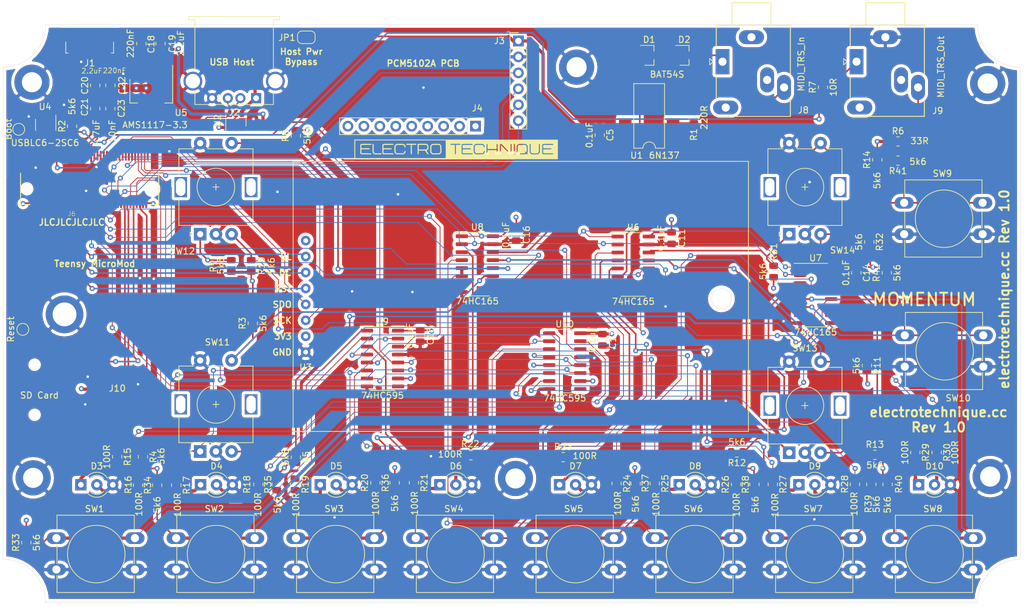
<source format=kicad_pcb>
(kicad_pcb (version 20171130) (host pcbnew "(5.1.10)-1")
  (title_block (title Momentum) (date 2021-08-12) (rev 1.0) (company ElectroTechnique))
  (layers (0 F.Cu signal) (1 GND.Cu power) (2 3V3.Cu power) (31 B.Cu signal) (34 B.Paste user hide) (35 F.Paste user) (36 B.SilkS user) (37 F.SilkS user) (38 B.Mask user) (39 F.Mask user) (44 Edge.Cuts user))
  (net 0 "")
  (net 1 "Net-(D1-Pad3)")
  (net 2 "Net-(D1-Pad2)")
  (net 3 "Net-(D1-Pad1)")
  (net 4 "Net-(D2-Pad3)")
  (net 5 GND)
  (net 6 "Net-(J1-Pad4)")
  (net 7 /VBUS)
  (net 8 /SDIO_DATA3)
  (net 9 /SDIO_CMD)
  (net 10 +3V3)
  (net 11 /SDIO_CLK)
  (net 12 /SDIO_DATA0)
  (net 13 "Net-(U1-Pad1)")
  (net 14 "Net-(R1-Pad1)")
  (net 15 /MIDI_IN)
  (net 16 "Net-(U1-Pad7)")
  (net 17 "Net-(U3-Pad8)")
  (net 18 "Net-(J6-Pad4)")
  (net 19 "Net-(J6-Pad8)")
  (net 20 "Net-(J6-Pad13)")
  (net 21 "Net-(J6-Pad15)")
  (net 22 /MIDI_OUT)
  (net 23 "Net-(J6-Pad20)")
  (net 24 "Net-(J6-Pad21)")
  (net 25 "Net-(J6-Pad22)")
  (net 26 "Net-(J6-Pad23)")
  (net 27 "Net-(J6-Pad34)")
  (net 28 "Net-(J6-Pad38)")
  (net 29 "Net-(J6-Pad41)")
  (net 30 "Net-(J6-Pad43)")
  (net 31 "Net-(J6-Pad47)")
  (net 32 "Net-(J6-Pad49)")
  (net 33 "Net-(J6-Pad51)")
  (net 34 "Net-(J6-Pad53)")
  (net 35 "Net-(J6-Pad63)")
  (net 36 "Net-(J6-Pad65)")
  (net 37 "Net-(J6-Pad72)")
  (net 38 "Net-(D3-Pad2)")
  (net 39 "Net-(D3-Pad1)")
  (net 40 "Net-(D4-Pad1)")
  (net 41 "Net-(D4-Pad2)")
  (net 42 "Net-(D5-Pad2)")
  (net 43 "Net-(D5-Pad1)")
  (net 44 "Net-(D6-Pad1)")
  (net 45 "Net-(D6-Pad2)")
  (net 46 "Net-(D7-Pad2)")
  (net 47 "Net-(D7-Pad1)")
  (net 48 "Net-(D8-Pad1)")
  (net 49 "Net-(D8-Pad2)")
  (net 50 "Net-(D9-Pad1)")
  (net 51 "Net-(D9-Pad2)")
  (net 52 "Net-(D10-Pad2)")
  (net 53 "Net-(D10-Pad1)")
  (net 54 "Net-(J9-PadR)")
  (net 55 /VBUS_HOST)
  (net 56 /Display_RES)
  (net 57 "Net-(J6-Pad16)")
  (net 58 /SR1_SerialOut)
  (net 59 /SR2_SerialOut)
  (net 60 /SR3_SerialOut)
  (net 61 /SR4_SerialIn)
  (net 62 /SR5_SerialIn)
  (net 63 /Display_DC)
  (net 64 /Display_SCK)
  (net 65 /Display_SDO)
  (net 66 "Net-(J6-Pad61)")
  (net 67 /SR_CLK)
  (net 68 /SR_Shift)
  (net 69 "Net-(J8-PadS)")
  (net 70 /LED1R)
  (net 71 /LED1G)
  (net 72 /LED2R)
  (net 73 /LED2G)
  (net 74 /LED3R)
  (net 75 /LED3G)
  (net 76 /LED4R)
  (net 77 /LED4G)
  (net 78 /LED5R)
  (net 79 /LED5G)
  (net 80 /LED6R)
  (net 81 /LED6G)
  (net 82 /LED7R)
  (net 83 /LED7G)
  (net 84 /LED8R)
  (net 85 /LED8G)
  (net 86 /Button1)
  (net 87 /Button2)
  (net 88 /Button3)
  (net 89 /Button4)
  (net 90 /Button5)
  (net 91 /Button6)
  (net 92 /Button7)
  (net 93 /Button8)
  (net 94 /ButtonUp)
  (net 95 /ButtonDown)
  (net 96 /Encoder1A)
  (net 97 /Encoder1B)
  (net 98 /Encoder1Sw)
  (net 99 /Encoder2Sw)
  (net 100 /Encoder2B)
  (net 101 /Encoder2A)
  (net 102 /Encoder3Sw)
  (net 103 /Encoder3B)
  (net 104 /Encoder3A)
  (net 105 /Encoder4A)
  (net 106 /Encoder4B)
  (net 107 /Encoder4Sw)
  (net 108 "Net-(U6-Pad10)")
  (net 109 "Net-(U6-Pad7)")
  (net 110 "Net-(U7-Pad7)")
  (net 111 "Net-(U7-Pad10)")
  (net 112 "Net-(U8-Pad10)")
  (net 113 "Net-(U8-Pad7)")
  (net 114 "Net-(U9-Pad9)")
  (net 115 "Net-(U10-Pad9)")
  (net 116 "Net-(J6-Pad55)")
  (net 117 /USB_D+)
  (net 118 /USB_D-)
  (net 119 /USB_MIDI_D-)
  (net 120 /USB_MIDI_D+)
  (net 121 "Net-(J6-Pad54)")
  (net 122 "Net-(J6-Pad14)")
  (net 123 "Net-(J6-Pad12)")
  (net 124 "Net-(J6-Pad6)")
  (net 125 /Display_BL)
  (net 126 AUD_LRCLK)
  (net 127 AUD_DIN)
  (net 128 AUD_BCLK)
  (net 129 AUD_MCLK)
  (net 130 "Net-(J4-Pad5)")
  (net 131 "Net-(J4-Pad6)")
  (net 132 "Net-(J4-Pad7)")
  (net 133 "Net-(J4-Pad8)")
  (net 134 "Net-(J4-Pad9)")
  (net 135 /USB_OUT_D-)
  (net 136 /USB_OUT_D+)
  (net 137 "Net-(J9-PadT)")
  (net 138 /SDIO_DATA2)
  (net 139 /SDIO_DATA1)
  (net 140 "Net-(J10-Pad9)")
  (net 141 "Net-(J4-Pad1)")
  (net 142 "Net-(J4-Pad2)")
  (net 143 "Net-(J4-Pad3)")
  (net 144 "Net-(J4-Pad4)")
  (net 145 "Net-(J6-Pad11)")
  (net 146 /SR_CLK2)
  (net 147 /SR_Shift2)
  (module Connector_Card:MicroSD_Hroparts_TF-01A (layer F.Cu) (at 89.027 128.27 90)
    (fp_text reference J10 (at 1.32 10.173 180) (layer F.SilkS))
    (fp_text value "SD Card" (at 0.22 -2.227 180) (layer F.SilkS))
    (pad "" np_thru_hole circle (at -2.8956 -2.9972 270) (size 1 1) (drill 1) (layers *.Cu *.Mask))
    (pad "" np_thru_hole circle (at 5.08 -2.9972 270) (size 1 1) (drill 1) (layers *.Cu *.Mask))
    (pad 8 connect rect (at 5.58165 7.5184 270) (size 0.7 1.3) (layers F.Cu F.Mask) (net 139 /SDIO_DATA1))
    (pad 7 connect rect (at 4.4831 7.5184 270) (size 0.7 1.3) (layers F.Cu F.Mask) (net 12 /SDIO_DATA0))
    (pad 6 connect rect (at 3.38455 7.5184 270) (size 0.7 1.3) (layers F.Cu F.Mask) (net 5 GND))
    (pad 5 connect rect (at 2.286 7.5184 270) (size 0.7 1.3) (layers F.Cu F.Mask) (net 11 /SDIO_CLK))
    (pad 4 connect rect (at 1.18745 7.5184 270) (size 0.7 1.3) (layers F.Cu F.Mask) (net 10 +3V3))
    (pad 3 connect rect (at 0.0889 7.5184 270) (size 0.7 1.3) (layers F.Cu F.Mask) (net 9 /SDIO_CMD))
    (pad 2 connect rect (at -1.00965 7.5184 270) (size 0.7 1.3) (layers F.Cu F.Mask) (net 8 /SDIO_DATA3))
    (pad 1 connect rect (at -2.1082 7.5184 270) (size 0.7 1.3) (layers F.Cu F.Mask) (net 138 /SDIO_DATA2))
    (pad 9 connect rect (at 6.6802 7.5184 270) (size 0.7 1.3) (layers F.Cu F.Mask) (net 140 "Net-(J10-Pad9)"))
    (pad 10 connect rect (at -7.5692 -2.8702 270) (size 1.2 2) (layers F.Cu F.Mask) (net 5 GND))
    (pad 10 connect rect (at 7.874 -2.8194 270) (size 1.2 2) (layers F.Cu F.Mask) (net 5 GND))
    (pad 10 connect rect (at -6.7564 6.7818 270) (size 1.2 1.4) (layers F.Cu F.Mask) (net 5 GND))
    (pad 10 connect rect (at 7.874 6.7818 270) (size 1.2 1.4) (layers F.Cu F.Mask) (net 5 GND))
  )
  (module MicroMod:M.2-CONNECTOR-E (layer F.Cu) (at 94.792 95.178 180)
    (fp_text reference J6 (at 2.87 -3.973) (layer F.SilkS) (effects (font (size 0.7239 0.7239) (thickness 0.057912))))
    (fp_text value MICROMOD-2222-C hide)
    (pad 75 smd rect (at -9.25 5.275) (size 0.3 1.55) (layers F.Cu F.Mask) (net 5 GND))
    (pad 74 smd rect (at -9 -2.275) (size 0.3 1.55) (layers F.Cu F.Mask) (net 10 +3V3))
    (pad 73 smd rect (at -8.75 5.275) (size 0.3 1.55) (layers F.Cu F.Mask) (net 68 /SR_Shift))
    (pad 72 smd rect (at -8.5 -2.275) (size 0.3 1.55) (layers F.Cu F.Mask) (net 37 "Net-(J6-Pad72)"))
    (pad 71 smd rect (at -8.25 5.275) (size 0.3 1.55) (layers F.Cu F.Mask) (net 67 /SR_CLK))
    (pad 70 smd rect (at -8 -2.275) (size 0.3 1.55) (layers F.Cu F.Mask) (net 8 /SDIO_DATA3))
    (pad 69 smd rect (at -7.75 5.275) (size 0.3 1.55) (layers F.Cu F.Mask) (net 146 /SR_CLK2))
    (pad 68 smd rect (at -7.5 -2.275) (size 0.3 1.55) (layers F.Cu F.Mask) (net 138 /SDIO_DATA2))
    (pad 67 smd rect (at -7.25 5.275) (size 0.3 1.55) (layers F.Cu F.Mask) (net 147 /SR_Shift2))
    (pad 66 smd rect (at -7 -2.275) (size 0.3 1.55) (layers F.Cu F.Mask) (net 139 /SDIO_DATA1))
    (pad 65 smd rect (at -6.75 5.275) (size 0.3 1.55) (layers F.Cu F.Mask) (net 36 "Net-(J6-Pad65)"))
    (pad 64 smd rect (at -6.5 -2.275) (size 0.3 1.55) (layers F.Cu F.Mask) (net 12 /SDIO_DATA0))
    (pad 63 smd rect (at -6.25 5.275) (size 0.3 1.55) (layers F.Cu F.Mask) (net 35 "Net-(J6-Pad63)"))
    (pad 62 smd rect (at -6 -2.275) (size 0.3 1.55) (layers F.Cu F.Mask) (net 9 /SDIO_CMD))
    (pad 61 smd rect (at -5.75 5.275) (size 0.3 1.55) (layers F.Cu F.Mask) (net 66 "Net-(J6-Pad61)"))
    (pad 60 smd rect (at -5.5 -2.275) (size 0.3 1.55) (layers F.Cu F.Mask) (net 11 /SDIO_CLK))
    (pad 59 smd rect (at -5.25 5.275) (size 0.3 1.55) (layers F.Cu F.Mask) (net 65 /Display_SDO))
    (pad 58 smd rect (at -5 -2.275) (size 0.3 1.55) (layers F.Cu F.Mask) (net 129 AUD_MCLK))
    (pad 57 smd rect (at -4.75 5.275) (size 0.3 1.55) (layers F.Cu F.Mask) (net 64 /Display_SCK))
    (pad 56 smd rect (at -4.5 -2.275) (size 0.3 1.55) (layers F.Cu F.Mask) (net 127 AUD_DIN))
    (pad 55 smd rect (at -4.25 5.275) (size 0.3 1.55) (layers F.Cu F.Mask) (net 116 "Net-(J6-Pad55)"))
    (pad 54 smd rect (at -4 -2.275) (size 0.3 1.55) (layers F.Cu F.Mask) (net 121 "Net-(J6-Pad54)"))
    (pad 53 smd rect (at -3.75 5.275) (size 0.3 1.55) (layers F.Cu F.Mask) (net 34 "Net-(J6-Pad53)"))
    (pad 52 smd rect (at -3.5 -2.275) (size 0.3 1.55) (layers F.Cu F.Mask) (net 126 AUD_LRCLK))
    (pad 51 smd rect (at -3.25 5.275) (size 0.3 1.55) (layers F.Cu F.Mask) (net 33 "Net-(J6-Pad51)"))
    (pad 50 smd rect (at -3 -2.275) (size 0.3 1.55) (layers F.Cu F.Mask) (net 128 AUD_BCLK))
    (pad 49 smd rect (at -2.75 5.275) (size 0.3 1.55) (layers F.Cu F.Mask) (net 32 "Net-(J6-Pad49)"))
    (pad 48 smd rect (at -2.5 -2.275) (size 0.3 1.55) (layers F.Cu F.Mask) (net 62 /SR5_SerialIn))
    (pad 47 smd rect (at -2.25 5.275) (size 0.3 1.55) (layers F.Cu F.Mask) (net 31 "Net-(J6-Pad47)"))
    (pad 46 smd rect (at -2 -2.275) (size 0.3 1.55) (layers F.Cu F.Mask) (net 61 /SR4_SerialIn))
    (pad 45 smd rect (at -1.75 5.275) (size 0.3 1.55) (layers F.Cu F.Mask) (net 5 GND))
    (pad 44 smd rect (at -1.5 -2.275) (size 0.3 1.55) (layers F.Cu F.Mask) (net 60 /SR3_SerialOut))
    (pad 43 smd rect (at -1.25 5.275) (size 0.3 1.55) (layers F.Cu F.Mask) (net 30 "Net-(J6-Pad43)"))
    (pad 42 smd rect (at -1 -2.275) (size 0.3 1.55) (layers F.Cu F.Mask) (net 59 /SR2_SerialOut))
    (pad 41 smd rect (at -0.75 5.275) (size 0.3 1.55) (layers F.Cu F.Mask) (net 29 "Net-(J6-Pad41)"))
    (pad 40 smd rect (at -0.5 -2.275) (size 0.3 1.55) (layers F.Cu F.Mask) (net 58 /SR1_SerialOut))
    (pad 39 smd rect (at -0.25 5.275) (size 0.3 1.55) (layers F.Cu F.Mask) (net 5 GND))
    (pad 38 smd rect (at 0 -2.275) (size 0.3 1.55) (layers F.Cu F.Mask) (net 28 "Net-(J6-Pad38)"))
    (pad 37 smd rect (at 0.25 5.275) (size 0.3 1.55) (layers F.Cu F.Mask) (net 119 /USB_MIDI_D-))
    (pad 36 smd rect (at 0.5 -2.275) (size 0.3 1.55) (layers F.Cu F.Mask) (net 5 GND))
    (pad 35 smd rect (at 0.75 5.275) (size 0.3 1.55) (layers F.Cu F.Mask) (net 120 /USB_MIDI_D+))
    (pad 34 smd rect (at 1 -2.275) (size 0.3 1.55) (layers F.Cu F.Mask) (net 27 "Net-(J6-Pad34)"))
    (pad 33 smd rect (at 1.25 5.275) (size 0.3 1.55) (layers F.Cu F.Mask) (net 5 GND))
    (pad 32 smd rect (at 1.5 -2.275) (size 0.3 1.55) (layers F.Cu F.Mask) (net 125 /Display_BL))
    (pad 23 smd rect (at 3.75 5.275) (size 0.3 1.55) (layers F.Cu F.Mask) (net 26 "Net-(J6-Pad23)"))
    (pad 22 smd rect (at 4 -2.275) (size 0.3 1.55) (layers F.Cu F.Mask) (net 25 "Net-(J6-Pad22)"))
    (pad 21 smd rect (at 4.25 5.275) (size 0.3 1.55) (layers F.Cu F.Mask) (net 24 "Net-(J6-Pad21)"))
    (pad 20 smd rect (at 4.5 -2.275) (size 0.3 1.55) (layers F.Cu F.Mask) (net 23 "Net-(J6-Pad20)"))
    (pad 19 smd rect (at 4.75 5.275) (size 0.3 1.55) (layers F.Cu F.Mask) (net 15 /MIDI_IN))
    (pad 18 smd rect (at 5 -2.275) (size 0.3 1.55) (layers F.Cu F.Mask) (net 63 /Display_DC))
    (pad 17 smd rect (at 5.25 5.275) (size 0.3 1.55) (layers F.Cu F.Mask) (net 22 /MIDI_OUT))
    (pad 16 smd rect (at 5.5 -2.275) (size 0.3 1.55) (layers F.Cu F.Mask) (net 57 "Net-(J6-Pad16)"))
    (pad 15 smd rect (at 5.75 5.275) (size 0.3 1.55) (layers F.Cu F.Mask) (net 21 "Net-(J6-Pad15)"))
    (pad 14 smd rect (at 6 -2.275) (size 0.3 1.55) (layers F.Cu F.Mask) (net 122 "Net-(J6-Pad14)"))
    (pad 13 smd rect (at 6.25 5.275) (size 0.3 1.55) (layers F.Cu F.Mask) (net 20 "Net-(J6-Pad13)"))
    (pad 12 smd rect (at 6.5 -2.275) (size 0.3 1.55) (layers F.Cu F.Mask) (net 123 "Net-(J6-Pad12)"))
    (pad 11 smd rect (at 6.75 5.275) (size 0.3 1.55) (layers F.Cu F.Mask) (net 145 "Net-(J6-Pad11)"))
    (pad 10 smd rect (at 7 -2.275) (size 0.3 1.55) (layers F.Cu F.Mask) (net 56 /Display_RES))
    (pad 9 smd rect (at 7.25 5.275) (size 0.3 1.55) (layers F.Cu F.Mask) (net 7 /VBUS))
    (pad 8 smd rect (at 7.5 -2.275) (size 0.3 1.55) (layers F.Cu F.Mask) (net 19 "Net-(J6-Pad8)"))
    (pad 7 smd rect (at 7.75 5.275) (size 0.3 1.55) (layers F.Cu F.Mask) (net 5 GND))
    (pad 6 smd rect (at 8 -2.275) (size 0.3 1.55) (layers F.Cu F.Mask) (net 124 "Net-(J6-Pad6)"))
    (pad 5 smd rect (at 8.25 5.275) (size 0.3 1.55) (layers F.Cu F.Mask) (net 135 /USB_OUT_D-))
    (pad 4 smd rect (at 8.5 -2.275) (size 0.3 1.55) (layers F.Cu F.Mask) (net 18 "Net-(J6-Pad4)"))
    (pad 3 smd rect (at 8.75 5.275) (size 0.3 1.55) (layers F.Cu F.Mask) (net 136 /USB_OUT_D+))
    (pad 2 smd rect (at 9 -2.275) (size 0.3 1.55) (layers F.Cu F.Mask) (net 10 +3V3))
    (pad A2 smd rect (at -10.35 4.5) (size 1.2 2.75) (layers F.Cu F.Paste F.Mask))
    (pad A1 smd rect (at 10.35 4.5) (size 1.2 2.75) (layers F.Cu F.Paste F.Mask))
    (pad 1 smd rect (at 9.25 5.275) (size 0.3 1.55) (layers F.Cu F.Mask) (net 5 GND))
    (pad "" np_thru_hole circle (at -10 0 180) (size 1.6 1.6) (drill 1.6) (layers *.Cu *.Mask))
    (pad "" np_thru_hole circle (at 10 0 180) (size 1.1 1.1) (drill 1.1) (layers *.Cu *.Mask))
  )
  (module Display:TFT-graphic_display_240x320_ILI9341 (layer F.Cu) (at 137.2 123.8 90)
    (fp_text reference U3 (at 0.2 -8 180) (layer F.SilkS))
    (fp_text value ILI9341_240x320_TFT)
    (pad 1 thru_hole circle (at 2.61 -8 90) (size 1.524 1.524) (drill 0.762) (layers *.Cu *.Mask) (net 5 GND))
    (pad 2 thru_hole circle (at 5.14 -8 90) (size 1.524 1.524) (drill 0.762) (layers *.Cu *.Mask) (net 10 +3V3))
    (pad 3 thru_hole circle (at 7.68 -8 90) (size 1.524 1.524) (drill 0.762) (layers *.Cu *.Mask) (net 64 /Display_SCK))
    (pad 4 thru_hole circle (at 10.22 -8 90) (size 1.524 1.524) (drill 0.762) (layers *.Cu *.Mask) (net 65 /Display_SDO))
    (pad 5 thru_hole circle (at 12.76 -8 90) (size 1.524 1.524) (drill 0.762) (layers *.Cu *.Mask) (net 56 /Display_RES))
    (pad 6 thru_hole circle (at 15.3 -8 90) (size 1.524 1.524) (drill 0.762) (layers *.Cu *.Mask) (net 63 /Display_DC))
    (pad 7 thru_hole circle (at 17.84 -8 90) (size 1.524 1.524) (drill 0.762) (layers *.Cu *.Mask) (net 125 /Display_BL))
    (pad 8 thru_hole circle (at 20.38 -8 90) (size 1.524 1.524) (drill 0.762) (layers *.Cu *.Mask) (net 17 "Net-(U3-Pad8)"))
  )
  (module Package_TO_SOT_SMD:SOT-23 (layer F.Cu) (at 183.896 73.914)
    (fp_text reference D1 (at 0 -2.5) (layer F.SilkS))
    (fp_text value BAT54S (at 2.854 3.036) (layer F.SilkS))
    (pad 3 smd rect (at 1 0) (size 0.9 0.8) (layers F.Cu F.Paste F.Mask) (net 1 "Net-(D1-Pad3)"))
    (pad 2 smd rect (at -1 0.95) (size 0.9 0.8) (layers F.Cu F.Paste F.Mask) (net 2 "Net-(D1-Pad2)"))
    (pad 1 smd rect (at -1 -0.95) (size 0.9 0.8) (layers F.Cu F.Paste F.Mask) (net 3 "Net-(D1-Pad1)"))
  )
  (module Package_TO_SOT_SMD:SOT-23 (layer F.Cu) (at 189.484 73.914)
    (fp_text reference D2 (at 0 -2.5) (layer F.SilkS))
    (fp_text value BAT54S)
    (pad 1 smd rect (at -1 -0.95) (size 0.9 0.8) (layers F.Cu F.Paste F.Mask) (net 3 "Net-(D1-Pad1)"))
    (pad 2 smd rect (at -1 0.95) (size 0.9 0.8) (layers F.Cu F.Paste F.Mask) (net 2 "Net-(D1-Pad2)"))
    (pad 3 smd rect (at 1 0) (size 0.9 0.8) (layers F.Cu F.Paste F.Mask) (net 4 "Net-(D2-Pad3)"))
  )
  (module Package_DIP:SMDIP-8_W7.62mm (layer F.Cu) (at 183.896 83.566 180)
    (fp_text reference U1 (at 1.996 -6.284) (layer F.SilkS))
    (fp_text value 6N137 (at -2.404 -6.284) (layer F.SilkS))
    (pad 1 smd rect (at -3.81 -3.81 180) (size 2 1.78) (layers F.Cu F.Paste F.Mask) (net 13 "Net-(U1-Pad1)"))
    (pad 5 smd rect (at 3.81 3.81 180) (size 2 1.78) (layers F.Cu F.Paste F.Mask) (net 5 GND))
    (pad 2 smd rect (at -3.81 -1.27 180) (size 2 1.78) (layers F.Cu F.Paste F.Mask) (net 14 "Net-(R1-Pad1)"))
    (pad 6 smd rect (at 3.81 1.27 180) (size 2 1.78) (layers F.Cu F.Paste F.Mask) (net 15 /MIDI_IN))
    (pad 3 smd rect (at -3.81 1.27 180) (size 2 1.78) (layers F.Cu F.Paste F.Mask) (net 3 "Net-(D1-Pad1)"))
    (pad 7 smd rect (at 3.81 -1.27 180) (size 2 1.78) (layers F.Cu F.Paste F.Mask) (net 16 "Net-(U1-Pad7)"))
    (pad 4 smd rect (at -3.81 3.81 180) (size 2 1.78) (layers F.Cu F.Paste F.Mask))
    (pad 8 smd rect (at 3.81 -3.81 180) (size 2 1.78) (layers F.Cu F.Paste F.Mask) (net 7 /VBUS))
  )
  (module MicroMod:STAND-OFF-REFLOW-M2.5 (layer F.Cu) (at 90.792 115.168 270)
    (fp_text reference H1 hide)
    (fp_text value STAND-OFF-REFLOW2.5MM_TALL hide)
    (pad 1 thru_hole circle (at 0 0 270) (size 6 6) (drill 3.8) (layers *.Cu *.Mask) (net 5 GND))
  )
  (module MountingHole:MountingHole_3.2mm_M3_DIN965_Pad (layer F.Cu) (at 85.8 141.2)
    (fp_text reference H2)
    (fp_text value MountingHole_Pad)
    (pad 1 thru_hole circle (at 0 0) (size 5.6 5.6) (drill 3.2) (layers *.Cu *.Mask) (net 5 GND))
  )
  (module MountingHole:MountingHole_3.2mm_M3_DIN965_Pad (layer F.Cu) (at 238.2 141)
    (fp_text reference H3)
    (fp_text value MountingHole_Pad)
    (pad 1 thru_hole circle (at 0 0) (size 5.6 5.6) (drill 3.2) (layers *.Cu *.Mask) (net 5 GND))
  )
  (module MountingHole:MountingHole_3.2mm_M3_DIN965_Pad (layer F.Cu) (at 85.6 78.2)
    (fp_text reference H4)
    (fp_text value MountingHole_Pad)
    (pad 1 thru_hole circle (at 0 0) (size 5.6 5.6) (drill 3.2) (layers *.Cu *.Mask) (net 5 GND))
  )
  (module MountingHole:MountingHole_3.2mm_M3_DIN965_Pad (layer F.Cu) (at 237.8 78.4)
    (fp_text reference H5)
    (fp_text value MountingHole_Pad)
    (pad 1 thru_hole circle (at 0 0) (size 5.6 5.6) (drill 3.2) (layers *.Cu *.Mask) (net 5 GND))
  )
  (module MountingHole:MountingHole_3.2mm_M3_DIN965_Pad (layer F.Cu) (at 162.6 141.3)
    (fp_text reference H6)
    (fp_text value MountingHole_Pad)
    (pad 1 thru_hole circle (at 0 0) (size 5.6 5.6) (drill 3.2) (layers *.Cu *.Mask) (net 5 GND))
  )
  (module Button_Switch_THT:SW_PUSH-12mm (layer F.Cu) (at 89.5 150.8)
    (fp_text reference SW1 (at 6.08 -4.66) (layer F.SilkS))
    (fp_text value SW_Push)
    (pad 2 thru_hole oval (at 0 5) (size 3.048 1.85) (drill 1.3) (layers *.Cu *.Mask) (net 5 GND))
    (pad 1 thru_hole oval (at 0 0) (size 3.048 1.85) (drill 1.3) (layers *.Cu *.Mask) (net 86 /Button1))
    (pad 2 thru_hole oval (at 12.5 5) (size 3.048 1.85) (drill 1.3) (layers *.Cu *.Mask) (net 5 GND))
    (pad 1 thru_hole oval (at 12.5 0) (size 3.048 1.85) (drill 1.3) (layers *.Cu *.Mask) (net 86 /Button1))
  )
  (module Button_Switch_THT:SW_PUSH-12mm (layer F.Cu) (at 108.571 150.8)
    (fp_text reference SW2 (at 6.08 -4.66) (layer F.SilkS))
    (fp_text value SW_Push)
    (pad 1 thru_hole oval (at 12.5 0) (size 3.048 1.85) (drill 1.3) (layers *.Cu *.Mask) (net 87 /Button2))
    (pad 2 thru_hole oval (at 12.5 5) (size 3.048 1.85) (drill 1.3) (layers *.Cu *.Mask) (net 5 GND))
    (pad 1 thru_hole oval (at 0 0) (size 3.048 1.85) (drill 1.3) (layers *.Cu *.Mask) (net 87 /Button2))
    (pad 2 thru_hole oval (at 0 5) (size 3.048 1.85) (drill 1.3) (layers *.Cu *.Mask) (net 5 GND))
  )
  (module Button_Switch_THT:SW_PUSH-12mm (layer F.Cu) (at 127.643 150.8)
    (fp_text reference SW3 (at 6.08 -4.66) (layer F.SilkS))
    (fp_text value SW_Push)
    (pad 2 thru_hole oval (at 0 5) (size 3.048 1.85) (drill 1.3) (layers *.Cu *.Mask) (net 5 GND))
    (pad 1 thru_hole oval (at 0 0) (size 3.048 1.85) (drill 1.3) (layers *.Cu *.Mask) (net 88 /Button3))
    (pad 2 thru_hole oval (at 12.5 5) (size 3.048 1.85) (drill 1.3) (layers *.Cu *.Mask) (net 5 GND))
    (pad 1 thru_hole oval (at 12.5 0) (size 3.048 1.85) (drill 1.3) (layers *.Cu *.Mask) (net 88 /Button3))
  )
  (module Button_Switch_THT:SW_PUSH-12mm (layer F.Cu) (at 146.714 150.8)
    (fp_text reference SW4 (at 6.08 -4.66) (layer F.SilkS))
    (fp_text value SW_Push)
    (pad 1 thru_hole oval (at 12.5 0) (size 3.048 1.85) (drill 1.3) (layers *.Cu *.Mask) (net 89 /Button4))
    (pad 2 thru_hole oval (at 12.5 5) (size 3.048 1.85) (drill 1.3) (layers *.Cu *.Mask) (net 5 GND))
    (pad 1 thru_hole oval (at 0 0) (size 3.048 1.85) (drill 1.3) (layers *.Cu *.Mask) (net 89 /Button4))
    (pad 2 thru_hole oval (at 0 5) (size 3.048 1.85) (drill 1.3) (layers *.Cu *.Mask) (net 5 GND))
  )
  (module Button_Switch_THT:SW_PUSH-12mm (layer F.Cu) (at 165.786 150.8)
    (fp_text reference SW5 (at 6.08 -4.66) (layer F.SilkS))
    (fp_text value SW_Push)
    (pad 1 thru_hole oval (at 12.5 0) (size 3.048 1.85) (drill 1.3) (layers *.Cu *.Mask) (net 90 /Button5))
    (pad 2 thru_hole oval (at 12.5 5) (size 3.048 1.85) (drill 1.3) (layers *.Cu *.Mask) (net 5 GND))
    (pad 1 thru_hole oval (at 0 0) (size 3.048 1.85) (drill 1.3) (layers *.Cu *.Mask) (net 90 /Button5))
    (pad 2 thru_hole oval (at 0 5) (size 3.048 1.85) (drill 1.3) (layers *.Cu *.Mask) (net 5 GND))
  )
  (module Button_Switch_THT:SW_PUSH-12mm (layer F.Cu) (at 184.857 150.8)
    (fp_text reference SW6 (at 6.08 -4.66) (layer F.SilkS))
    (fp_text value SW_Push)
    (pad 2 thru_hole oval (at 0 5) (size 3.048 1.85) (drill 1.3) (layers *.Cu *.Mask) (net 5 GND))
    (pad 1 thru_hole oval (at 0 0) (size 3.048 1.85) (drill 1.3) (layers *.Cu *.Mask) (net 91 /Button6))
    (pad 2 thru_hole oval (at 12.5 5) (size 3.048 1.85) (drill 1.3) (layers *.Cu *.Mask) (net 5 GND))
    (pad 1 thru_hole oval (at 12.5 0) (size 3.048 1.85) (drill 1.3) (layers *.Cu *.Mask) (net 91 /Button6))
  )
  (module Button_Switch_THT:SW_PUSH-12mm (layer F.Cu) (at 203.929 150.8)
    (fp_text reference SW7 (at 6.08 -4.66) (layer F.SilkS))
    (fp_text value SW_Push)
    (pad 1 thru_hole oval (at 12.5 0) (size 3.048 1.85) (drill 1.3) (layers *.Cu *.Mask) (net 92 /Button7))
    (pad 2 thru_hole oval (at 12.5 5) (size 3.048 1.85) (drill 1.3) (layers *.Cu *.Mask) (net 5 GND))
    (pad 1 thru_hole oval (at 0 0) (size 3.048 1.85) (drill 1.3) (layers *.Cu *.Mask) (net 92 /Button7))
    (pad 2 thru_hole oval (at 0 5) (size 3.048 1.85) (drill 1.3) (layers *.Cu *.Mask) (net 5 GND))
  )
  (module Button_Switch_THT:SW_PUSH-12mm (layer F.Cu) (at 223 150.8)
    (fp_text reference SW8 (at 6.08 -4.66) (layer F.SilkS))
    (fp_text value SW_Push)
    (pad 2 thru_hole oval (at 0 5) (size 3.048 1.85) (drill 1.3) (layers *.Cu *.Mask) (net 5 GND))
    (pad 1 thru_hole oval (at 0 0) (size 3.048 1.85) (drill 1.3) (layers *.Cu *.Mask) (net 93 /Button8))
    (pad 2 thru_hole oval (at 12.5 5) (size 3.048 1.85) (drill 1.3) (layers *.Cu *.Mask) (net 5 GND))
    (pad 1 thru_hole oval (at 12.5 0) (size 3.048 1.85) (drill 1.3) (layers *.Cu *.Mask) (net 93 /Button8))
  )
  (module Button_Switch_THT:SW_PUSH-12mm (layer F.Cu) (at 224.5 97.4)
    (fp_text reference SW9 (at 6.08 -4.66) (layer F.SilkS))
    (fp_text value SW_Push)
    (pad 1 thru_hole oval (at 12.5 0) (size 3.048 1.85) (drill 1.3) (layers *.Cu *.Mask) (net 94 /ButtonUp))
    (pad 2 thru_hole oval (at 12.5 5) (size 3.048 1.85) (drill 1.3) (layers *.Cu *.Mask) (net 5 GND))
    (pad 1 thru_hole oval (at 0 0) (size 3.048 1.85) (drill 1.3) (layers *.Cu *.Mask) (net 94 /ButtonUp))
    (pad 2 thru_hole oval (at 0 5) (size 3.048 1.85) (drill 1.3) (layers *.Cu *.Mask) (net 5 GND))
  )
  (module Button_Switch_THT:SW_PUSH-12mm (layer F.Cu) (at 224.6 118.5)
    (fp_text reference SW10 (at 8.5 10) (layer F.SilkS))
    (fp_text value SW_Push)
    (pad 2 thru_hole oval (at 0 5) (size 3.048 1.85) (drill 1.3) (layers *.Cu *.Mask) (net 5 GND))
    (pad 1 thru_hole oval (at 0 0) (size 3.048 1.85) (drill 1.3) (layers *.Cu *.Mask) (net 95 /ButtonDown))
    (pad 2 thru_hole oval (at 12.5 5) (size 3.048 1.85) (drill 1.3) (layers *.Cu *.Mask) (net 5 GND))
    (pad 1 thru_hole oval (at 12.5 0) (size 3.048 1.85) (drill 1.3) (layers *.Cu *.Mask) (net 95 /ButtonDown))
  )
  (module LED_THT:LED_D3.0mm-3 (layer F.Cu) (at 93.4 142.3)
    (fp_text reference D3 (at 2.54 -2.96) (layer F.SilkS))
    (fp_text value LED_Dual_AAC)
    (pad 3 thru_hole circle (at 5.08 0) (size 1.8 1.8) (drill 0.9) (layers *.Cu *.Mask) (net 5 GND))
    (pad 2 thru_hole circle (at 2.54 0) (size 1.8 1.8) (drill 0.9) (layers *.Cu *.Mask) (net 38 "Net-(D3-Pad2)"))
    (pad 1 thru_hole rect (at 0 0) (size 1.8 1.8) (drill 0.9) (layers *.Cu *.Mask) (net 39 "Net-(D3-Pad1)"))
  )
  (module LED_THT:LED_D3.0mm-3 (layer F.Cu) (at 112.457 142.3)
    (fp_text reference D4 (at 2.54 -2.96) (layer F.SilkS))
    (fp_text value LED_Dual_AAC)
    (pad 1 thru_hole rect (at 0 0) (size 1.8 1.8) (drill 0.9) (layers *.Cu *.Mask) (net 40 "Net-(D4-Pad1)"))
    (pad 2 thru_hole circle (at 2.54 0) (size 1.8 1.8) (drill 0.9) (layers *.Cu *.Mask) (net 41 "Net-(D4-Pad2)"))
    (pad 3 thru_hole circle (at 5.08 0) (size 1.8 1.8) (drill 0.9) (layers *.Cu *.Mask) (net 5 GND))
  )
  (module LED_THT:LED_D3.0mm-3 (layer F.Cu) (at 131.514 142.3)
    (fp_text reference D5 (at 2.54 -2.96) (layer F.SilkS))
    (fp_text value LED_Dual_AAC)
    (pad 3 thru_hole circle (at 5.08 0) (size 1.8 1.8) (drill 0.9) (layers *.Cu *.Mask) (net 5 GND))
    (pad 2 thru_hole circle (at 2.54 0) (size 1.8 1.8) (drill 0.9) (layers *.Cu *.Mask) (net 42 "Net-(D5-Pad2)"))
    (pad 1 thru_hole rect (at 0 0) (size 1.8 1.8) (drill 0.9) (layers *.Cu *.Mask) (net 43 "Net-(D5-Pad1)"))
  )
  (module LED_THT:LED_D3.0mm-3 (layer F.Cu) (at 150.571 142.3)
    (fp_text reference D6 (at 2.54 -2.96) (layer F.SilkS))
    (fp_text value LED_Dual_AAC)
    (pad 1 thru_hole rect (at 0 0) (size 1.8 1.8) (drill 0.9) (layers *.Cu *.Mask) (net 44 "Net-(D6-Pad1)"))
    (pad 2 thru_hole circle (at 2.54 0) (size 1.8 1.8) (drill 0.9) (layers *.Cu *.Mask) (net 45 "Net-(D6-Pad2)"))
    (pad 3 thru_hole circle (at 5.08 0) (size 1.8 1.8) (drill 0.9) (layers *.Cu *.Mask) (net 5 GND))
  )
  (module LED_THT:LED_D3.0mm-3 (layer F.Cu) (at 169.629 142.3)
    (fp_text reference D7 (at 2.54 -2.96) (layer F.SilkS))
    (fp_text value LED_Dual_AAC)
    (pad 3 thru_hole circle (at 5.08 0) (size 1.8 1.8) (drill 0.9) (layers *.Cu *.Mask) (net 5 GND))
    (pad 2 thru_hole circle (at 2.54 0) (size 1.8 1.8) (drill 0.9) (layers *.Cu *.Mask) (net 46 "Net-(D7-Pad2)"))
    (pad 1 thru_hole rect (at 0 0) (size 1.8 1.8) (drill 0.9) (layers *.Cu *.Mask) (net 47 "Net-(D7-Pad1)"))
  )
  (module LED_THT:LED_D3.0mm-3 (layer F.Cu) (at 188.686 142.3)
    (fp_text reference D8 (at 2.54 -2.96) (layer F.SilkS))
    (fp_text value LED_Dual_AAC)
    (pad 1 thru_hole rect (at 0 0) (size 1.8 1.8) (drill 0.9) (layers *.Cu *.Mask) (net 48 "Net-(D8-Pad1)"))
    (pad 2 thru_hole circle (at 2.54 0) (size 1.8 1.8) (drill 0.9) (layers *.Cu *.Mask) (net 49 "Net-(D8-Pad2)"))
    (pad 3 thru_hole circle (at 5.08 0) (size 1.8 1.8) (drill 0.9) (layers *.Cu *.Mask) (net 5 GND))
  )
  (module LED_THT:LED_D3.0mm-3 (layer F.Cu) (at 207.743 142.3)
    (fp_text reference D9 (at 2.54 -2.96) (layer F.SilkS))
    (fp_text value LED_Dual_AAC)
    (pad 1 thru_hole rect (at 0 0) (size 1.8 1.8) (drill 0.9) (layers *.Cu *.Mask) (net 50 "Net-(D9-Pad1)"))
    (pad 2 thru_hole circle (at 2.54 0) (size 1.8 1.8) (drill 0.9) (layers *.Cu *.Mask) (net 51 "Net-(D9-Pad2)"))
    (pad 3 thru_hole circle (at 5.08 0) (size 1.8 1.8) (drill 0.9) (layers *.Cu *.Mask) (net 5 GND))
  )
  (module LED_THT:LED_D3.0mm-3 (layer F.Cu) (at 226.8 142.3)
    (fp_text reference D10 (at 2.54 -2.96) (layer F.SilkS))
    (fp_text value LED_Dual_AAC)
    (pad 3 thru_hole circle (at 5.08 0) (size 1.8 1.8) (drill 0.9) (layers *.Cu *.Mask) (net 5 GND))
    (pad 2 thru_hole circle (at 2.54 0) (size 1.8 1.8) (drill 0.9) (layers *.Cu *.Mask) (net 52 "Net-(D10-Pad2)"))
    (pad 1 thru_hole rect (at 0 0) (size 1.8 1.8) (drill 0.9) (layers *.Cu *.Mask) (net 53 "Net-(D10-Pad1)"))
  )
  (module Rotary_Encoder:RotaryEncoder_Alps_EC11E-Switch_Vertical_H20mm (layer F.Cu) (at 112.4 137 90)
    (fp_text reference SW11 (at 17.4 2.75 180) (layer F.SilkS))
    (fp_text value Rotary_Encoder_Switch)
    (pad A thru_hole rect (at 0 0 90) (size 2 2) (drill 1) (layers *.Cu *.Mask) (net 96 /Encoder1A))
    (pad C thru_hole circle (at 0 2.5 90) (size 2 2) (drill 1) (layers *.Cu *.Mask) (net 5 GND))
    (pad B thru_hole circle (at 0 5 90) (size 2 2) (drill 1) (layers *.Cu *.Mask) (net 97 /Encoder1B))
    (pad MP thru_hole rect (at 7.5 -3.1 90) (size 3.2 2) (drill oval 2.8 1.5) (layers *.Cu *.Mask))
    (pad MP thru_hole rect (at 7.5 8.1 90) (size 3.2 2) (drill oval 2.8 1.5) (layers *.Cu *.Mask))
    (pad S2 thru_hole circle (at 14.5 0 90) (size 2 2) (drill 1) (layers *.Cu *.Mask) (net 5 GND))
    (pad S1 thru_hole circle (at 14.5 5 90) (size 2 2) (drill 1) (layers *.Cu *.Mask) (net 98 /Encoder1Sw))
  )
  (module Rotary_Encoder:RotaryEncoder_Alps_EC11E-Switch_Vertical_H20mm (layer F.Cu) (at 112.4 102.4 90)
    (fp_text reference SW12 (at -2.7 -2.85 180) (layer F.SilkS))
    (fp_text value Rotary_Encoder_Switch)
    (pad S1 thru_hole circle (at 14.5 5 90) (size 2 2) (drill 1) (layers *.Cu *.Mask) (net 99 /Encoder2Sw))
    (pad S2 thru_hole circle (at 14.5 0 90) (size 2 2) (drill 1) (layers *.Cu *.Mask) (net 5 GND))
    (pad MP thru_hole rect (at 7.5 8.1 90) (size 3.2 2) (drill oval 2.8 1.5) (layers *.Cu *.Mask))
    (pad MP thru_hole rect (at 7.5 -3.1 90) (size 3.2 2) (drill oval 2.8 1.5) (layers *.Cu *.Mask))
    (pad B thru_hole circle (at 0 5 90) (size 2 2) (drill 1) (layers *.Cu *.Mask) (net 100 /Encoder2B))
    (pad C thru_hole circle (at 0 2.5 90) (size 2 2) (drill 1) (layers *.Cu *.Mask) (net 5 GND))
    (pad A thru_hole rect (at 0 0 90) (size 2 2) (drill 1) (layers *.Cu *.Mask) (net 101 /Encoder2A))
  )
  (module Rotary_Encoder:RotaryEncoder_Alps_EC11E-Switch_Vertical_H20mm (layer F.Cu) (at 206.2 137.2 90)
    (fp_text reference SW13 (at 16.65 2.5 180) (layer F.SilkS))
    (fp_text value Rotary_Encoder_Switch)
    (pad S1 thru_hole circle (at 14.5 5 90) (size 2 2) (drill 1) (layers *.Cu *.Mask) (net 102 /Encoder3Sw))
    (pad S2 thru_hole circle (at 14.5 0 90) (size 2 2) (drill 1) (layers *.Cu *.Mask) (net 5 GND))
    (pad MP thru_hole rect (at 7.5 8.1 90) (size 3.2 2) (drill oval 2.8 1.5) (layers *.Cu *.Mask))
    (pad MP thru_hole rect (at 7.5 -3.1 90) (size 3.2 2) (drill oval 2.8 1.5) (layers *.Cu *.Mask))
    (pad B thru_hole circle (at 0 5 90) (size 2 2) (drill 1) (layers *.Cu *.Mask) (net 103 /Encoder3B))
    (pad C thru_hole circle (at 0 2.5 90) (size 2 2) (drill 1) (layers *.Cu *.Mask) (net 5 GND))
    (pad A thru_hole rect (at 0 0 90) (size 2 2) (drill 1) (layers *.Cu *.Mask) (net 104 /Encoder3A))
  )
  (module Rotary_Encoder:RotaryEncoder_Alps_EC11E-Switch_Vertical_H20mm (layer F.Cu) (at 206.2 102.4 90)
    (fp_text reference SW14 (at -2.55 8.5 180) (layer F.SilkS))
    (fp_text value Rotary_Encoder_Switch)
    (pad A thru_hole rect (at 0 0 90) (size 2 2) (drill 1) (layers *.Cu *.Mask) (net 105 /Encoder4A))
    (pad C thru_hole circle (at 0 2.5 90) (size 2 2) (drill 1) (layers *.Cu *.Mask) (net 5 GND))
    (pad B thru_hole circle (at 0 5 90) (size 2 2) (drill 1) (layers *.Cu *.Mask) (net 106 /Encoder4B))
    (pad MP thru_hole rect (at 7.5 -3.1 90) (size 3.2 2) (drill oval 2.8 1.5) (layers *.Cu *.Mask))
    (pad MP thru_hole rect (at 7.5 8.1 90) (size 3.2 2) (drill oval 2.8 1.5) (layers *.Cu *.Mask))
    (pad S2 thru_hole circle (at 14.5 0 90) (size 2 2) (drill 1) (layers *.Cu *.Mask) (net 5 GND))
    (pad S1 thru_hole circle (at 14.5 5 90) (size 2 2) (drill 1) (layers *.Cu *.Mask) (net 107 /Encoder4Sw))
  )
  (module MountingHole:MountingHole_3.2mm_M3_DIN965_Pad (layer F.Cu) (at 172.339 75.8)
    (fp_text reference H7)
    (fp_text value MountingHole_Pad)
    (pad 1 thru_hole circle (at 0 0) (size 5.6 5.6) (drill 3.2) (layers *.Cu *.Mask) (net 5 GND))
  )
  (module Resistor_SMD:R_0805_2012Metric (layer F.Cu) (at 176.022 86.614 270)
    (fp_text reference C5 (at 0 -1.65 90) (layer F.SilkS))
    (fp_text value 0.1uF (at 0 1.65 90) (layer F.SilkS))
    (pad 1 smd roundrect (at -0.9125 0 270) (size 1.025 1.4) (layers F.Cu F.Paste F.Mask) (roundrect_rratio 0.2439004878048781) (net 5 GND))
    (pad 2 smd roundrect (at 0.9125 0 270) (size 1.025 1.4) (layers F.Cu F.Paste F.Mask) (roundrect_rratio 0.2439004878048781) (net 7 /VBUS))
  )
  (module Resistor_SMD:R_0805_2012Metric (layer F.Cu) (at 187.452 103.0205 270)
    (fp_text reference C11 (at 0 -1.65 90) (layer F.SilkS))
    (fp_text value 0.1uF (at 0 1.65 90) (layer F.SilkS))
    (pad 1 smd roundrect (at -0.9125 0 270) (size 1.025 1.4) (layers F.Cu F.Paste F.Mask) (roundrect_rratio 0.2439004878048781) (net 10 +3V3))
    (pad 2 smd roundrect (at 0.9125 0 270) (size 1.025 1.4) (layers F.Cu F.Paste F.Mask) (roundrect_rratio 0.2439004878048781) (net 5 GND))
  )
  (module Resistor_SMD:R_0805_2012Metric (layer F.Cu) (at 216.88 108.55 270)
    (fp_text reference C14 (at 0 -1.65 90) (layer F.SilkS))
    (fp_text value 0.1uF (at 0 1.65 90) (layer F.SilkS))
    (pad 2 smd roundrect (at 0.9125 0 270) (size 1.025 1.4) (layers F.Cu F.Paste F.Mask) (roundrect_rratio 0.2439004878048781) (net 5 GND))
    (pad 1 smd roundrect (at -0.9125 0 270) (size 1.025 1.4) (layers F.Cu F.Paste F.Mask) (roundrect_rratio 0.2439004878048781) (net 10 +3V3))
  )
  (module Resistor_SMD:R_0805_2012Metric (layer F.Cu) (at 147.432 118.6 270)
    (fp_text reference C15 (at 0 -1.65 90) (layer F.SilkS))
    (fp_text value 0.1uF (at 0 1.65 90) (layer F.SilkS))
    (pad 1 smd roundrect (at -0.9125 0 270) (size 1.025 1.4) (layers F.Cu F.Paste F.Mask) (roundrect_rratio 0.2439004878048781) (net 10 +3V3))
    (pad 2 smd roundrect (at 0.9125 0 270) (size 1.025 1.4) (layers F.Cu F.Paste F.Mask) (roundrect_rratio 0.2439004878048781) (net 5 GND))
  )
  (module Resistor_SMD:R_0805_2012Metric (layer F.Cu) (at 162.732 102.489 270)
    (fp_text reference C16 (at 0 -1.65 90) (layer F.SilkS))
    (fp_text value 0.1uF (at 0 1.65 90) (layer F.SilkS))
    (pad 2 smd roundrect (at 0.9125 0 270) (size 1.025 1.4) (layers F.Cu F.Paste F.Mask) (roundrect_rratio 0.2439004878048781) (net 5 GND))
    (pad 1 smd roundrect (at -0.9125 0 270) (size 1.025 1.4) (layers F.Cu F.Paste F.Mask) (roundrect_rratio 0.2439004878048781) (net 10 +3V3))
  )
  (module Resistor_SMD:R_0805_2012Metric (layer F.Cu) (at 176.452 119.208 270)
    (fp_text reference C17 (at 0 -1.65 90) (layer F.SilkS))
    (fp_text value 0.1uF (at 0 1.65 90) (layer F.SilkS))
    (pad 1 smd roundrect (at -0.9125 0 270) (size 1.025 1.4) (layers F.Cu F.Paste F.Mask) (roundrect_rratio 0.2439004878048781) (net 10 +3V3))
    (pad 2 smd roundrect (at 0.9125 0 270) (size 1.025 1.4) (layers F.Cu F.Paste F.Mask) (roundrect_rratio 0.2439004878048781) (net 5 GND))
  )
  (module Resistor_SMD:R_0805_2012Metric (layer F.Cu) (at 103.032 72.056 90)
    (fp_text reference C18 (at -0.094 1.568 90) (layer F.SilkS))
    (fp_text value 220nF (at 0.056 -1.732 90) (layer F.SilkS))
    (pad 2 smd roundrect (at 0.9125 0 90) (size 1.025 1.4) (layers F.Cu F.Paste F.Mask) (roundrect_rratio 0.2439004878048781) (net 5 GND))
    (pad 1 smd roundrect (at -0.9125 0 90) (size 1.025 1.4) (layers F.Cu F.Paste F.Mask) (roundrect_rratio 0.2439004878048781) (net 7 /VBUS))
  )
  (module Resistor_SMD:R_0805_2012Metric (layer F.Cu) (at 106.08 72.056 90)
    (fp_text reference C19 (at 0 1.87 90) (layer F.SilkS))
    (fp_text value 2.2uF (at 0.056 3.22 90) (layer F.SilkS))
    (pad 1 smd roundrect (at -0.9125 0 90) (size 1.025 1.4) (layers F.Cu F.Paste F.Mask) (roundrect_rratio 0.2439004878048781) (net 7 /VBUS))
    (pad 2 smd roundrect (at 0.9125 0 90) (size 1.025 1.4) (layers F.Cu F.Paste F.Mask) (roundrect_rratio 0.2439004878048781) (net 5 GND))
  )
  (module Resistor_SMD:R_0805_2012Metric (layer F.Cu) (at 95.681 78.698 90)
    (fp_text reference C20 (at 0 -1.65 90) (layer F.SilkS))
    (fp_text value 2.2uF (at 2.298 -0.531 180) (layer F.SilkS) (effects (font (size 0.8 0.8) (thickness 0.1))))
    (pad 2 smd roundrect (at 0.9125 0 90) (size 1.025 1.4) (layers F.Cu F.Paste F.Mask) (roundrect_rratio 0.2439004878048781) (net 5 GND))
    (pad 1 smd roundrect (at -0.9125 0 90) (size 1.025 1.4) (layers F.Cu F.Paste F.Mask) (roundrect_rratio 0.2439004878048781) (net 10 +3V3))
  )
  (module Resistor_SMD:R_0805_2012Metric (layer F.Cu) (at 95.681 82.4045 270)
    (fp_text reference C21 (at -0.2545 1.681 90) (layer F.SilkS))
    (fp_text value 4.7uF (at 3.7955 -0.169 90) (layer F.SilkS))
    (pad 1 smd roundrect (at -0.9125 0 270) (size 1.025 1.4) (layers F.Cu F.Paste F.Mask) (roundrect_rratio 0.2439004878048781) (net 10 +3V3))
    (pad 2 smd roundrect (at 0.9125 0 270) (size 1.025 1.4) (layers F.Cu F.Paste F.Mask) (roundrect_rratio 0.2439004878048781) (net 5 GND))
  )
  (module Resistor_SMD:R_0805_2012Metric (layer F.Cu) (at 98.087 78.698 90)
    (fp_text reference C22 (at -0.002 1.863 90) (layer F.SilkS))
    (fp_text value 220nF (at 2.348 0.663 180) (layer F.SilkS) (effects (font (size 0.8 0.8) (thickness 0.1))))
    (pad 1 smd roundrect (at -0.9125 0 90) (size 1.025 1.4) (layers F.Cu F.Paste F.Mask) (roundrect_rratio 0.2439004878048781) (net 10 +3V3))
    (pad 2 smd roundrect (at 0.9125 0 90) (size 1.025 1.4) (layers F.Cu F.Paste F.Mask) (roundrect_rratio 0.2439004878048781) (net 5 GND))
  )
  (module Resistor_SMD:R_0805_2012Metric (layer F.Cu) (at 98.087 82.4045 270)
    (fp_text reference C23 (at -0.025001 -1.775001 90) (layer F.SilkS))
    (fp_text value 10nF (at 3.5955 -0.313 90) (layer F.SilkS))
    (pad 2 smd roundrect (at 0.9125 0 270) (size 1.025 1.4) (layers F.Cu F.Paste F.Mask) (roundrect_rratio 0.2439004878048781) (net 5 GND))
    (pad 1 smd roundrect (at -0.9125 0 270) (size 1.025 1.4) (layers F.Cu F.Paste F.Mask) (roundrect_rratio 0.2439004878048781) (net 10 +3V3))
  )
  (module Resistor_SMD:R_0805_2012Metric (layer F.Cu) (at 191.008 83.82 90)
    (fp_text reference R1 (at -2.73 -0.008 90) (layer F.SilkS))
    (fp_text value 220R (at 0 1.65 90) (layer F.SilkS))
    (pad 2 smd roundrect (at 0.9125 0 90) (size 1.025 1.4) (layers F.Cu F.Paste F.Mask) (roundrect_rratio 0.2439004878048781) (net 2 "Net-(D1-Pad2)"))
    (pad 1 smd roundrect (at -0.9125 0 90) (size 1.025 1.4) (layers F.Cu F.Paste F.Mask) (roundrect_rratio 0.2439004878048781) (net 14 "Net-(R1-Pad1)"))
  )
  (module Resistor_SMD:R_0805_2012Metric (layer F.Cu) (at 92 85.2 90)
    (fp_text reference R2 (at 0 -1.6 90) (layer F.SilkS))
    (fp_text value 5k6 (at 3.15 0 90) (layer F.SilkS))
    (pad 2 smd roundrect (at 0.9125 0 90) (size 1.025 1.4) (layers F.Cu F.Paste F.Mask) (roundrect_rratio 0.2439004878048781) (net 10 +3V3))
    (pad 1 smd roundrect (at -0.9125 0 90) (size 1.025 1.4) (layers F.Cu F.Paste F.Mask) (roundrect_rratio 0.2439004878048781) (net 15 /MIDI_IN))
  )
  (module Resistor_SMD:R_0805_2012Metric (layer F.Cu) (at 223.52 87.63)
    (fp_text reference R6 (at 0 -1.65) (layer F.SilkS))
    (fp_text value 33R (at 3.43 -0.08) (layer F.SilkS))
    (pad 1 smd roundrect (at -0.9125 0) (size 1.025 1.4) (layers F.Cu F.Paste F.Mask) (roundrect_rratio 0.2439004878048781) (net 10 +3V3))
    (pad 2 smd roundrect (at 0.9125 0) (size 1.025 1.4) (layers F.Cu F.Paste F.Mask) (roundrect_rratio 0.2439004878048781) (net 54 "Net-(J9-PadR)"))
  )
  (module Resistor_SMD:R_0805_2012Metric (layer F.Cu) (at 211.582 78.994 90)
    (fp_text reference R7 (at 0 -1.65 90) (layer F.SilkS))
    (fp_text value 10R (at 0 1.65 90) (layer F.SilkS))
    (pad 2 smd roundrect (at 0.9125 0 90) (size 1.025 1.4) (layers F.Cu F.Paste F.Mask) (roundrect_rratio 0.2439004878048781) (net 137 "Net-(J9-PadT)"))
    (pad 1 smd roundrect (at -0.9125 0 90) (size 1.025 1.4) (layers F.Cu F.Paste F.Mask) (roundrect_rratio 0.2439004878048781) (net 22 /MIDI_OUT))
  )
  (module Resistor_SMD:R_0805_2012Metric (layer F.Cu) (at 99.18 137.85 270)
    (fp_text reference R15 (at 0 -1.65 90) (layer F.SilkS))
    (fp_text value 100R (at 0 1.65 90) (layer F.SilkS))
    (pad 1 smd roundrect (at -0.9125 0 270) (size 1.025 1.4) (layers F.Cu F.Paste F.Mask) (roundrect_rratio 0.2439004878048781) (net 70 /LED1R))
    (pad 2 smd roundrect (at 0.9125 0 270) (size 1.025 1.4) (layers F.Cu F.Paste F.Mask) (roundrect_rratio 0.2439004878048781) (net 39 "Net-(D3-Pad1)"))
  )
  (module Resistor_SMD:R_0805_2012Metric (layer F.Cu) (at 102.5 142.367 270)
    (fp_text reference R16 (at -0.067 1.55 90) (layer F.SilkS))
    (fp_text value 100R (at 3.033 -0.15 90) (layer F.SilkS))
    (pad 2 smd roundrect (at 0.9125 0 270) (size 1.025 1.4) (layers F.Cu F.Paste F.Mask) (roundrect_rratio 0.2439004878048781) (net 38 "Net-(D3-Pad2)"))
    (pad 1 smd roundrect (at -0.9125 0 270) (size 1.025 1.4) (layers F.Cu F.Paste F.Mask) (roundrect_rratio 0.2439004878048781) (net 71 /LED1G))
  )
  (module Resistor_SMD:R_0805_2012Metric (layer F.Cu) (at 108.585 142.367 270)
    (fp_text reference R17 (at 0 -1.65 90) (layer F.SilkS))
    (fp_text value 100R (at 3.133 -0.215 90) (layer F.SilkS))
    (pad 1 smd roundrect (at -0.9125 0 270) (size 1.025 1.4) (layers F.Cu F.Paste F.Mask) (roundrect_rratio 0.2439004878048781) (net 72 /LED2R))
    (pad 2 smd roundrect (at 0.9125 0 270) (size 1.025 1.4) (layers F.Cu F.Paste F.Mask) (roundrect_rratio 0.2439004878048781) (net 40 "Net-(D4-Pad1)"))
  )
  (module Resistor_SMD:R_0805_2012Metric (layer F.Cu) (at 121.666 142.24 270)
    (fp_text reference R18 (at 0.01 1.816 90) (layer F.SilkS))
    (fp_text value 100R (at 3.21 0.066 90) (layer F.SilkS))
    (pad 1 smd roundrect (at -0.9125 0 270) (size 1.025 1.4) (layers F.Cu F.Paste F.Mask) (roundrect_rratio 0.2439004878048781) (net 73 /LED2G))
    (pad 2 smd roundrect (at 0.9125 0 270) (size 1.025 1.4) (layers F.Cu F.Paste F.Mask) (roundrect_rratio 0.2439004878048781) (net 41 "Net-(D4-Pad2)"))
  )
  (module Resistor_SMD:R_0805_2012Metric (layer F.Cu) (at 127.5 142.24 270)
    (fp_text reference R19 (at 0 -1.65 90) (layer F.SilkS))
    (fp_text value 100R (at 3.26 -0.15 90) (layer F.SilkS))
    (pad 1 smd roundrect (at -0.9125 0 270) (size 1.025 1.4) (layers F.Cu F.Paste F.Mask) (roundrect_rratio 0.2439004878048781) (net 74 /LED3R))
    (pad 2 smd roundrect (at 0.9125 0 270) (size 1.025 1.4) (layers F.Cu F.Paste F.Mask) (roundrect_rratio 0.2439004878048781) (net 43 "Net-(D5-Pad1)"))
  )
  (module Resistor_SMD:R_0805_2012Metric (layer F.Cu) (at 140.3 141.986 270)
    (fp_text reference R20 (at 0 1.7 90) (layer F.SilkS))
    (fp_text value 100R (at 3.264 -0.05 90) (layer F.SilkS))
    (pad 1 smd roundrect (at -0.9125 0 270) (size 1.025 1.4) (layers F.Cu F.Paste F.Mask) (roundrect_rratio 0.2439004878048781) (net 75 /LED3G))
    (pad 2 smd roundrect (at 0.9125 0 270) (size 1.025 1.4) (layers F.Cu F.Paste F.Mask) (roundrect_rratio 0.2439004878048781) (net 42 "Net-(D5-Pad2)"))
  )
  (module Resistor_SMD:R_0805_2012Metric (layer F.Cu) (at 146.431 141.986 270)
    (fp_text reference R21 (at 0 -1.65 90) (layer F.SilkS))
    (fp_text value 100R (at 3.264 -0.119 90) (layer F.SilkS))
    (pad 2 smd roundrect (at 0.9125 0 270) (size 1.025 1.4) (layers F.Cu F.Paste F.Mask) (roundrect_rratio 0.2439004878048781) (net 44 "Net-(D6-Pad1)"))
    (pad 1 smd roundrect (at -0.9125 0 270) (size 1.025 1.4) (layers F.Cu F.Paste F.Mask) (roundrect_rratio 0.2439004878048781) (net 76 /LED4R))
  )
  (module Resistor_SMD:R_0805_2012Metric (layer F.Cu) (at 155.5 137.6 180)
    (fp_text reference R22 (at 0.1 1.8) (layer F.SilkS))
    (fp_text value 100R (at 3.3 0.15) (layer F.SilkS))
    (pad 1 smd roundrect (at -0.9125 0 180) (size 1.025 1.4) (layers F.Cu F.Paste F.Mask) (roundrect_rratio 0.2439004878048781) (net 77 /LED4G))
    (pad 2 smd roundrect (at 0.9125 0 180) (size 1.025 1.4) (layers F.Cu F.Paste F.Mask) (roundrect_rratio 0.2439004878048781) (net 45 "Net-(D6-Pad2)"))
  )
  (module Resistor_SMD:R_0805_2012Metric (layer F.Cu) (at 170.2 137.9)
    (fp_text reference R23 (at 0 -1.65) (layer F.SilkS))
    (fp_text value 100R (at 3.45 -0.2) (layer F.SilkS))
    (pad 2 smd roundrect (at 0.9125 0) (size 1.025 1.4) (layers F.Cu F.Paste F.Mask) (roundrect_rratio 0.2439004878048781) (net 47 "Net-(D7-Pad1)"))
    (pad 1 smd roundrect (at -0.9125 0) (size 1.025 1.4) (layers F.Cu F.Paste F.Mask) (roundrect_rratio 0.2439004878048781) (net 78 /LED5R))
  )
  (module Resistor_SMD:R_0805_2012Metric (layer F.Cu) (at 178.7 142.1 270)
    (fp_text reference R24 (at 0 -1.65 90) (layer F.SilkS))
    (fp_text value 100R (at 3.15 -0.2 90) (layer F.SilkS))
    (pad 2 smd roundrect (at 0.9125 0 270) (size 1.025 1.4) (layers F.Cu F.Paste F.Mask) (roundrect_rratio 0.2439004878048781) (net 46 "Net-(D7-Pad2)"))
    (pad 1 smd roundrect (at -0.9125 0 270) (size 1.025 1.4) (layers F.Cu F.Paste F.Mask) (roundrect_rratio 0.2439004878048781) (net 79 /LED5G))
  )
  (module Resistor_SMD:R_0805_2012Metric (layer F.Cu) (at 184.785 142.113 270)
    (fp_text reference R25 (at 0 -1.65 90) (layer F.SilkS))
    (fp_text value 100R (at 3.287 -0.215 90) (layer F.SilkS))
    (pad 1 smd roundrect (at -0.9125 0 270) (size 1.025 1.4) (layers F.Cu F.Paste F.Mask) (roundrect_rratio 0.2439004878048781) (net 80 /LED6R))
    (pad 2 smd roundrect (at 0.9125 0 270) (size 1.025 1.4) (layers F.Cu F.Paste F.Mask) (roundrect_rratio 0.2439004878048781) (net 48 "Net-(D8-Pad1)"))
  )
  (module Resistor_SMD:R_0805_2012Metric (layer F.Cu) (at 197.739 142.24 270)
    (fp_text reference R26 (at 0.01 1.689 90) (layer F.SilkS))
    (fp_text value 100R (at 3.26 -0.061 90) (layer F.SilkS))
    (pad 2 smd roundrect (at 0.9125 0 270) (size 1.025 1.4) (layers F.Cu F.Paste F.Mask) (roundrect_rratio 0.2439004878048781) (net 49 "Net-(D8-Pad2)"))
    (pad 1 smd roundrect (at -0.9125 0 270) (size 1.025 1.4) (layers F.Cu F.Paste F.Mask) (roundrect_rratio 0.2439004878048781) (net 81 /LED6G))
  )
  (module Resistor_SMD:R_0805_2012Metric (layer F.Cu) (at 203.581 142.24 270)
    (fp_text reference R27 (at 0 -1.65 90) (layer F.SilkS))
    (fp_text value 100R (at 3.31 -0.369 90) (layer F.SilkS))
    (pad 1 smd roundrect (at -0.9125 0 270) (size 1.025 1.4) (layers F.Cu F.Paste F.Mask) (roundrect_rratio 0.2439004878048781) (net 82 /LED7R))
    (pad 2 smd roundrect (at 0.9125 0 270) (size 1.025 1.4) (layers F.Cu F.Paste F.Mask) (roundrect_rratio 0.2439004878048781) (net 50 "Net-(D9-Pad1)"))
  )
  (module Resistor_SMD:R_0805_2012Metric (layer F.Cu) (at 216.662 142.24 270)
    (fp_text reference R28 (at -0.04 1.612 90) (layer F.SilkS))
    (fp_text value 100R (at 3.11 0.112 90) (layer F.SilkS))
    (pad 2 smd roundrect (at 0.9125 0 270) (size 1.025 1.4) (layers F.Cu F.Paste F.Mask) (roundrect_rratio 0.2439004878048781) (net 51 "Net-(D9-Pad2)"))
    (pad 1 smd roundrect (at -0.9125 0 270) (size 1.025 1.4) (layers F.Cu F.Paste F.Mask) (roundrect_rratio 0.2439004878048781) (net 83 /LED7G))
  )
  (module Resistor_SMD:R_0805_2012Metric (layer F.Cu) (at 226.28 137.15 270)
    (fp_text reference R29 (at 0 -1.65 90) (layer F.SilkS))
    (fp_text value 100R (at 0 1.65 90) (layer F.SilkS))
    (pad 2 smd roundrect (at 0.9125 0 270) (size 1.025 1.4) (layers F.Cu F.Paste F.Mask) (roundrect_rratio 0.2439004878048781) (net 53 "Net-(D10-Pad1)"))
    (pad 1 smd roundrect (at -0.9125 0 270) (size 1.025 1.4) (layers F.Cu F.Paste F.Mask) (roundrect_rratio 0.2439004878048781) (net 84 /LED8R))
  )
  (module Resistor_SMD:R_0805_2012Metric (layer F.Cu) (at 229.68 137.15 270)
    (fp_text reference R30 (at 0 -1.65 90) (layer F.SilkS))
    (fp_text value 100R (at 0.05 -2.92 90) (layer F.SilkS))
    (pad 1 smd roundrect (at -0.9125 0 270) (size 1.025 1.4) (layers F.Cu F.Paste F.Mask) (roundrect_rratio 0.2439004878048781) (net 85 /LED8G))
    (pad 2 smd roundrect (at 0.9125 0 270) (size 1.025 1.4) (layers F.Cu F.Paste F.Mask) (roundrect_rratio 0.2439004878048781) (net 52 "Net-(D10-Pad2)"))
  )
  (module Package_SO:SOIC-16_3.9x9.9mm_P1.27mm (layer F.Cu) (at 181.362 107.222)
    (fp_text reference U6 (at 0 -5.9) (layer F.SilkS))
    (fp_text value 74HC165 (at 0 5.9) (layer F.SilkS))
    (pad 16 smd roundrect (at 2.475 -4.445) (size 1.95 0.6) (layers F.Cu F.Paste F.Mask) (net 10 +3V3))
    (pad 15 smd roundrect (at 2.475 -3.175) (size 1.95 0.6) (layers F.Cu F.Paste F.Mask) (net 5 GND))
    (pad 14 smd roundrect (at 2.475 -1.905) (size 1.95 0.6) (layers F.Cu F.Paste F.Mask) (net 105 /Encoder4A))
    (pad 13 smd roundrect (at 2.475 -0.635) (size 1.95 0.6) (layers F.Cu F.Paste F.Mask) (net 104 /Encoder3A))
    (pad 12 smd roundrect (at 2.475 0.635) (size 1.95 0.6) (layers F.Cu F.Paste F.Mask) (net 101 /Encoder2A))
    (pad 11 smd roundrect (at 2.475 1.905) (size 1.95 0.6) (layers F.Cu F.Paste F.Mask) (net 96 /Encoder1A))
    (pad 10 smd roundrect (at 2.475 3.175) (size 1.95 0.6) (layers F.Cu F.Paste F.Mask) (net 108 "Net-(U6-Pad10)"))
    (pad 9 smd roundrect (at 2.475 4.445) (size 1.95 0.6) (layers F.Cu F.Paste F.Mask) (net 58 /SR1_SerialOut))
    (pad 8 smd roundrect (at -2.475 4.445) (size 1.95 0.6) (layers F.Cu F.Paste F.Mask) (net 5 GND))
    (pad 7 smd roundrect (at -2.475 3.175) (size 1.95 0.6) (layers F.Cu F.Paste F.Mask) (net 109 "Net-(U6-Pad7)"))
    (pad 6 smd roundrect (at -2.475 1.905) (size 1.95 0.6) (layers F.Cu F.Paste F.Mask) (net 94 /ButtonUp))
    (pad 5 smd roundrect (at -2.475 0.635) (size 1.95 0.6) (layers F.Cu F.Paste F.Mask) (net 92 /Button7))
    (pad 4 smd roundrect (at -2.475 -0.635) (size 1.95 0.6) (layers F.Cu F.Paste F.Mask) (net 89 /Button4))
    (pad 3 smd roundrect (at -2.475 -1.905) (size 1.95 0.6) (layers F.Cu F.Paste F.Mask) (net 86 /Button1))
    (pad 2 smd roundrect (at -2.475 -3.175) (size 1.95 0.6) (layers F.Cu F.Paste F.Mask) (net 67 /SR_CLK))
    (pad 1 smd roundrect (at -2.475 -4.445) (size 1.95 0.6) (layers F.Cu F.Paste F.Mask) (net 68 /SR_Shift))
  )
  (module Package_SO:SOIC-16_3.9x9.9mm_P1.27mm (layer F.Cu) (at 210.4 112.1)
    (fp_text reference U7 (at 0 -5.9) (layer F.SilkS))
    (fp_text value 74HC165 (at 0 5.9) (layer F.SilkS))
    (pad 1 smd roundrect (at -2.475 -4.445) (size 1.95 0.6) (layers F.Cu F.Paste F.Mask) (net 68 /SR_Shift))
    (pad 2 smd roundrect (at -2.475 -3.175) (size 1.95 0.6) (layers F.Cu F.Paste F.Mask) (net 67 /SR_CLK))
    (pad 3 smd roundrect (at -2.475 -1.905) (size 1.95 0.6) (layers F.Cu F.Paste F.Mask) (net 87 /Button2))
    (pad 4 smd roundrect (at -2.475 -0.635) (size 1.95 0.6) (layers F.Cu F.Paste F.Mask) (net 90 /Button5))
    (pad 5 smd roundrect (at -2.475 0.635) (size 1.95 0.6) (layers F.Cu F.Paste F.Mask) (net 93 /Button8))
    (pad 6 smd roundrect (at -2.475 1.905) (size 1.95 0.6) (layers F.Cu F.Paste F.Mask) (net 95 /ButtonDown))
    (pad 7 smd roundrect (at -2.475 3.175) (size 1.95 0.6) (layers F.Cu F.Paste F.Mask) (net 110 "Net-(U7-Pad7)"))
    (pad 8 smd roundrect (at -2.475 4.445) (size 1.95 0.6) (layers F.Cu F.Paste F.Mask) (net 5 GND))
    (pad 9 smd roundrect (at 2.475 4.445) (size 1.95 0.6) (layers F.Cu F.Paste F.Mask) (net 59 /SR2_SerialOut))
    (pad 10 smd roundrect (at 2.475 3.175) (size 1.95 0.6) (layers F.Cu F.Paste F.Mask) (net 111 "Net-(U7-Pad10)"))
    (pad 11 smd roundrect (at 2.475 1.905) (size 1.95 0.6) (layers F.Cu F.Paste F.Mask) (net 97 /Encoder1B))
    (pad 12 smd roundrect (at 2.475 0.635) (size 1.95 0.6) (layers F.Cu F.Paste F.Mask) (net 100 /Encoder2B))
    (pad 13 smd roundrect (at 2.475 -0.635) (size 1.95 0.6) (layers F.Cu F.Paste F.Mask) (net 103 /Encoder3B))
    (pad 14 smd roundrect (at 2.475 -1.905) (size 1.95 0.6) (layers F.Cu F.Paste F.Mask) (net 106 /Encoder4B))
    (pad 15 smd roundrect (at 2.475 -3.175) (size 1.95 0.6) (layers F.Cu F.Paste F.Mask) (net 5 GND))
    (pad 16 smd roundrect (at 2.475 -4.445) (size 1.95 0.6) (layers F.Cu F.Paste F.Mask) (net 10 +3V3))
  )
  (module Package_SO:SOIC-16_3.9x9.9mm_P1.27mm (layer F.Cu) (at 156.532 107.168)
    (fp_text reference U8 (at 0 -5.9) (layer F.SilkS))
    (fp_text value 74HC165 (at 0 5.9) (layer F.SilkS))
    (pad 16 smd roundrect (at 2.475 -4.445) (size 1.95 0.6) (layers F.Cu F.Paste F.Mask) (net 10 +3V3))
    (pad 15 smd roundrect (at 2.475 -3.175) (size 1.95 0.6) (layers F.Cu F.Paste F.Mask) (net 5 GND))
    (pad 14 smd roundrect (at 2.475 -1.905) (size 1.95 0.6) (layers F.Cu F.Paste F.Mask) (net 107 /Encoder4Sw))
    (pad 13 smd roundrect (at 2.475 -0.635) (size 1.95 0.6) (layers F.Cu F.Paste F.Mask) (net 102 /Encoder3Sw))
    (pad 12 smd roundrect (at 2.475 0.635) (size 1.95 0.6) (layers F.Cu F.Paste F.Mask) (net 99 /Encoder2Sw))
    (pad 11 smd roundrect (at 2.475 1.905) (size 1.95 0.6) (layers F.Cu F.Paste F.Mask) (net 98 /Encoder1Sw))
    (pad 10 smd roundrect (at 2.475 3.175) (size 1.95 0.6) (layers F.Cu F.Paste F.Mask) (net 112 "Net-(U8-Pad10)"))
    (pad 9 smd roundrect (at 2.475 4.445) (size 1.95 0.6) (layers F.Cu F.Paste F.Mask) (net 60 /SR3_SerialOut))
    (pad 8 smd roundrect (at -2.475 4.445) (size 1.95 0.6) (layers F.Cu F.Paste F.Mask) (net 5 GND))
    (pad 7 smd roundrect (at -2.475 3.175) (size 1.95 0.6) (layers F.Cu F.Paste F.Mask) (net 113 "Net-(U8-Pad7)"))
    (pad 6 smd roundrect (at -2.475 1.905) (size 1.95 0.6) (layers F.Cu F.Paste F.Mask) (net 5 GND))
    (pad 5 smd roundrect (at -2.475 0.635) (size 1.95 0.6) (layers F.Cu F.Paste F.Mask) (net 5 GND))
    (pad 4 smd roundrect (at -2.475 -0.635) (size 1.95 0.6) (layers F.Cu F.Paste F.Mask) (net 91 /Button6))
    (pad 3 smd roundrect (at -2.475 -1.905) (size 1.95 0.6) (layers F.Cu F.Paste F.Mask) (net 88 /Button3))
    (pad 2 smd roundrect (at -2.475 -3.175) (size 1.95 0.6) (layers F.Cu F.Paste F.Mask) (net 67 /SR_CLK))
    (pad 1 smd roundrect (at -2.475 -4.445) (size 1.95 0.6) (layers F.Cu F.Paste F.Mask) (net 68 /SR_Shift))
  )
  (module Package_SO:SOIC-16_3.9x9.9mm_P1.27mm (layer F.Cu) (at 141.432 122.2)
    (fp_text reference U9 (at 0 -5.9) (layer F.SilkS))
    (fp_text value 74HC595 (at 0 5.9) (layer F.SilkS))
    (pad 1 smd roundrect (at -2.475 -4.445) (size 1.95 0.6) (layers F.Cu F.Paste F.Mask) (net 72 /LED2R))
    (pad 2 smd roundrect (at -2.475 -3.175) (size 1.95 0.6) (layers F.Cu F.Paste F.Mask) (net 74 /LED3R))
    (pad 3 smd roundrect (at -2.475 -1.905) (size 1.95 0.6) (layers F.Cu F.Paste F.Mask) (net 76 /LED4R))
    (pad 4 smd roundrect (at -2.475 -0.635) (size 1.95 0.6) (layers F.Cu F.Paste F.Mask) (net 78 /LED5R))
    (pad 5 smd roundrect (at -2.475 0.635) (size 1.95 0.6) (layers F.Cu F.Paste F.Mask) (net 80 /LED6R))
    (pad 6 smd roundrect (at -2.475 1.905) (size 1.95 0.6) (layers F.Cu F.Paste F.Mask) (net 82 /LED7R))
    (pad 7 smd roundrect (at -2.475 3.175) (size 1.95 0.6) (layers F.Cu F.Paste F.Mask) (net 84 /LED8R))
    (pad 8 smd roundrect (at -2.475 4.445) (size 1.95 0.6) (layers F.Cu F.Paste F.Mask) (net 5 GND))
    (pad 9 smd roundrect (at 2.475 4.445) (size 1.95 0.6) (layers F.Cu F.Paste F.Mask) (net 114 "Net-(U9-Pad9)"))
    (pad 10 smd roundrect (at 2.475 3.175) (size 1.95 0.6) (layers F.Cu F.Paste F.Mask) (net 10 +3V3))
    (pad 11 smd roundrect (at 2.475 1.905) (size 1.95 0.6) (layers F.Cu F.Paste F.Mask) (net 146 /SR_CLK2))
    (pad 12 smd roundrect (at 2.475 0.635) (size 1.95 0.6) (layers F.Cu F.Paste F.Mask) (net 147 /SR_Shift2))
    (pad 13 smd roundrect (at 2.475 -0.635) (size 1.95 0.6) (layers F.Cu F.Paste F.Mask) (net 5 GND))
    (pad 14 smd roundrect (at 2.475 -1.905) (size 1.95 0.6) (layers F.Cu F.Paste F.Mask) (net 61 /SR4_SerialIn))
    (pad 15 smd roundrect (at 2.475 -3.175) (size 1.95 0.6) (layers F.Cu F.Paste F.Mask) (net 70 /LED1R))
    (pad 16 smd roundrect (at 2.475 -4.445) (size 1.95 0.6) (layers F.Cu F.Paste F.Mask) (net 10 +3V3))
  )
  (module Package_SO:SOIC-16_3.9x9.9mm_P1.27mm (layer F.Cu) (at 170.452 122.608)
    (fp_text reference U10 (at 0 -5.9) (layer F.SilkS))
    (fp_text value 74HC595 (at 0 5.9) (layer F.SilkS))
    (pad 1 smd roundrect (at -2.475 -4.445) (size 1.95 0.6) (layers F.Cu F.Paste F.Mask) (net 73 /LED2G))
    (pad 2 smd roundrect (at -2.475 -3.175) (size 1.95 0.6) (layers F.Cu F.Paste F.Mask) (net 75 /LED3G))
    (pad 3 smd roundrect (at -2.475 -1.905) (size 1.95 0.6) (layers F.Cu F.Paste F.Mask) (net 77 /LED4G))
    (pad 4 smd roundrect (at -2.475 -0.635) (size 1.95 0.6) (layers F.Cu F.Paste F.Mask) (net 79 /LED5G))
    (pad 5 smd roundrect (at -2.475 0.635) (size 1.95 0.6) (layers F.Cu F.Paste F.Mask) (net 81 /LED6G))
    (pad 6 smd roundrect (at -2.475 1.905) (size 1.95 0.6) (layers F.Cu F.Paste F.Mask) (net 83 /LED7G))
    (pad 7 smd roundrect (at -2.475 3.175) (size 1.95 0.6) (layers F.Cu F.Paste F.Mask) (net 85 /LED8G))
    (pad 8 smd roundrect (at -2.475 4.445) (size 1.95 0.6) (layers F.Cu F.Paste F.Mask) (net 5 GND))
    (pad 9 smd roundrect (at 2.475 4.445) (size 1.95 0.6) (layers F.Cu F.Paste F.Mask) (net 115 "Net-(U10-Pad9)"))
    (pad 10 smd roundrect (at 2.475 3.175) (size 1.95 0.6) (layers F.Cu F.Paste F.Mask) (net 10 +3V3))
    (pad 11 smd roundrect (at 2.475 1.905) (size 1.95 0.6) (layers F.Cu F.Paste F.Mask) (net 146 /SR_CLK2))
    (pad 12 smd roundrect (at 2.475 0.635) (size 1.95 0.6) (layers F.Cu F.Paste F.Mask) (net 147 /SR_Shift2))
    (pad 13 smd roundrect (at 2.475 -0.635) (size 1.95 0.6) (layers F.Cu F.Paste F.Mask) (net 5 GND))
    (pad 14 smd roundrect (at 2.475 -1.905) (size 1.95 0.6) (layers F.Cu F.Paste F.Mask) (net 62 /SR5_SerialIn))
    (pad 15 smd roundrect (at 2.475 -3.175) (size 1.95 0.6) (layers F.Cu F.Paste F.Mask) (net 71 /LED1G))
    (pad 16 smd roundrect (at 2.475 -4.445) (size 1.95 0.6) (layers F.Cu F.Paste F.Mask) (net 10 +3V3))
  )
  (module Connector_Audio:Jack_3.5mm_Ledino_KB3SPRS_Horizontal (layer F.Cu) (at 195.58 74.93 270)
    (fp_text reference J8 (at 7.72 -12.87 180) (layer F.SilkS))
    (fp_text value MIDI_TRS_In (at 0.37 -12.52 90) (layer F.SilkS))
    (pad S thru_hole oval (at -3.9 -4.6 270) (size 2.2 4) (drill 1.3) (layers *.Cu *.Mask) (net 69 "Net-(J8-PadS)"))
    (pad R thru_hole oval (at 4.1 -9.8 270) (size 4 2.2) (drill 1.3) (layers *.Cu *.Mask) (net 1 "Net-(D1-Pad3)"))
    (pad RN thru_hole oval (at 2.9 -7.1 270) (size 4 2.2) (drill 1.3) (layers *.Cu *.Mask))
    (pad TN thru_hole oval (at 7.3 -0.5) (size 4 2.2) (drill 1.3) (layers *.Cu *.Mask))
    (pad T thru_hole rect (at 0 0 270) (size 4 2.2) (drill 1.3) (layers *.Cu *.Mask) (net 4 "Net-(D2-Pad3)"))
  )
  (module Connector_Audio:Jack_3.5mm_Ledino_KB3SPRS_Horizontal (layer F.Cu) (at 216.916 74.93 270)
    (fp_text reference J9 (at 7.82 -12.934 180) (layer F.SilkS))
    (fp_text value MIDI_TRS_Out (at 0.82 -13.434 90) (layer F.SilkS))
    (pad T thru_hole rect (at 0 0 270) (size 4 2.2) (drill 1.3) (layers *.Cu *.Mask) (net 137 "Net-(J9-PadT)"))
    (pad TN thru_hole oval (at 7.3 -0.5) (size 4 2.2) (drill 1.3) (layers *.Cu *.Mask))
    (pad RN thru_hole oval (at 2.9 -7.1 270) (size 4 2.2) (drill 1.3) (layers *.Cu *.Mask))
    (pad R thru_hole oval (at 4.1 -9.8 270) (size 4 2.2) (drill 1.3) (layers *.Cu *.Mask) (net 54 "Net-(J9-PadR)"))
    (pad S thru_hole oval (at -3.9 -4.6 270) (size 2.2 4) (drill 1.3) (layers *.Cu *.Mask) (net 5 GND))
  )
  (module Package_TO_SOT_SMD:SOT-223-3_TabPin2 (layer F.Cu) (at 104.6 79.6 270)
    (fp_text reference U5 (at 3.45 -4.75 180) (layer F.SilkS))
    (fp_text value AMS1117-3.3 (at 5.4 -0.6 180) (layer F.SilkS))
    (pad 2 smd rect (at 3.15 0 270) (size 2 3.8) (layers F.Cu F.Paste F.Mask) (net 10 +3V3))
    (pad 2 smd rect (at -3.15 0 270) (size 2 1.5) (layers F.Cu F.Paste F.Mask) (net 10 +3V3))
    (pad 3 smd rect (at -3.15 2.3 270) (size 2 1.5) (layers F.Cu F.Paste F.Mask) (net 7 /VBUS))
    (pad 1 smd rect (at -3.15 -2.3 270) (size 2 1.5) (layers F.Cu F.Paste F.Mask) (net 5 GND))
  )
  (module Connector_PinHeader_2.54mm:PinHeader_1x06_P2.54mm_Vertical (layer F.Cu) (at 163.068 71.628)
    (fp_text reference J3 (at -3.018 -0.028) (layer F.SilkS))
    (fp_text value "PCM5102 PCB 1")
    (pad 6 thru_hole oval (at 0 12.7) (size 1.7 1.7) (drill 1) (layers *.Cu *.Mask) (net 129 AUD_MCLK))
    (pad 5 thru_hole oval (at 0 10.16) (size 1.7 1.7) (drill 1) (layers *.Cu *.Mask) (net 128 AUD_BCLK))
    (pad 4 thru_hole oval (at 0 7.62) (size 1.7 1.7) (drill 1) (layers *.Cu *.Mask) (net 127 AUD_DIN))
    (pad 3 thru_hole oval (at 0 5.08) (size 1.7 1.7) (drill 1) (layers *.Cu *.Mask) (net 126 AUD_LRCLK))
    (pad 2 thru_hole oval (at 0 2.54) (size 1.7 1.7) (drill 1) (layers *.Cu *.Mask) (net 5 GND))
    (pad 1 thru_hole rect (at 0 0) (size 1.7 1.7) (drill 1) (layers *.Cu *.Mask) (net 7 /VBUS))
  )
  (module Connector_PinHeader_2.54mm:PinHeader_1x09_P2.54mm_Vertical (layer F.Cu) (at 156.24 85.2 270)
    (fp_text reference J4 (at -2.867 -0.286 180) (layer F.SilkS))
    (fp_text value "PCM5102 PCB 2")
    (pad 1 thru_hole rect (at 0 0 270) (size 1.7 1.7) (drill 1) (layers *.Cu *.Mask) (net 141 "Net-(J4-Pad1)"))
    (pad 2 thru_hole oval (at 0 2.54 270) (size 1.7 1.7) (drill 1) (layers *.Cu *.Mask) (net 142 "Net-(J4-Pad2)"))
    (pad 3 thru_hole oval (at 0 5.08 270) (size 1.7 1.7) (drill 1) (layers *.Cu *.Mask) (net 143 "Net-(J4-Pad3)"))
    (pad 4 thru_hole oval (at 0 7.62 270) (size 1.7 1.7) (drill 1) (layers *.Cu *.Mask) (net 144 "Net-(J4-Pad4)"))
    (pad 5 thru_hole oval (at 0 10.16 270) (size 1.7 1.7) (drill 1) (layers *.Cu *.Mask) (net 130 "Net-(J4-Pad5)"))
    (pad 6 thru_hole oval (at 0 12.7 270) (size 1.7 1.7) (drill 1) (layers *.Cu *.Mask) (net 131 "Net-(J4-Pad6)"))
    (pad 7 thru_hole oval (at 0 15.24 270) (size 1.7 1.7) (drill 1) (layers *.Cu *.Mask) (net 132 "Net-(J4-Pad7)"))
    (pad 8 thru_hole oval (at 0 17.78 270) (size 1.7 1.7) (drill 1) (layers *.Cu *.Mask) (net 133 "Net-(J4-Pad8)"))
    (pad 9 thru_hole oval (at 0 20.32 270) (size 1.7 1.7) (drill 1) (layers *.Cu *.Mask) (net 134 "Net-(J4-Pad9)"))
  )
  (module Package_TO_SOT_SMD:SOT-23-6 (layer F.Cu) (at 87.8 84.99 270)
    (fp_text reference U4 (at -2.89 0.1 180) (layer F.SilkS))
    (fp_text value USBLC6-2SC6 (at 2.86 0.1 180) (layer F.SilkS))
    (pad 5 smd rect (at 1.1 0 270) (size 1.06 0.65) (layers F.Cu F.Paste F.Mask) (net 7 /VBUS))
    (pad 6 smd rect (at 1.1 -0.95 270) (size 1.06 0.65) (layers F.Cu F.Paste F.Mask) (net 135 /USB_OUT_D-))
    (pad 4 smd rect (at 1.1 0.95 270) (size 1.06 0.65) (layers F.Cu F.Paste F.Mask) (net 136 /USB_OUT_D+))
    (pad 3 smd rect (at -1.1 0.95 270) (size 1.06 0.65) (layers F.Cu F.Paste F.Mask) (net 117 /USB_D+))
    (pad 2 smd rect (at -1.1 0 270) (size 1.06 0.65) (layers F.Cu F.Paste F.Mask) (net 5 GND))
    (pad 1 smd rect (at -1.1 -0.95 270) (size 1.06 0.65) (layers F.Cu F.Paste F.Mask) (net 118 /USB_D-))
  )
  (module Jumper:SolderJumper-2_P1.3mm_Open_RoundedPad1.0x1.5mm (layer F.Cu) (at 129.3 71.05 180)
    (fp_text reference JP1 (at 3.088 -0.034) (layer F.SilkS))
    (fp_text value SolderJumper_2_Open)
    (pad 1 smd custom (at -0.65 0 180) (size 1 0.5) (layers F.Cu F.Mask) (net 7 /VBUS) (options (clearance outline) (anchor rect)) (primitives (gr_circle (center 0 0.25) (end 0.5 0.25) (width 0)) (gr_circle (center 0 -0.25) (end 0.5 -0.25) (width 0)) (gr_poly (pts (xy 0 -0.75) (xy 0.5 -0.75) (xy 0.5 0.75) (xy 0 0.75)) (width 0))))
    (pad 2 smd custom (at 0.65 0 180) (size 1 0.5) (layers F.Cu F.Mask) (net 55 /VBUS_HOST) (options (clearance outline) (anchor rect)) (primitives (gr_circle (center 0 0.25) (end 0.5 0.25) (width 0)) (gr_circle (center 0 -0.25) (end 0.5 -0.25) (width 0)) (gr_poly (pts (xy 0 -0.75) (xy -0.5 -0.75) (xy -0.5 0.75) (xy 0 0.75)) (width 0))))
  )
  (module TestPoint:TestPoint_Pad_D1.5mm (layer F.Cu) (at 84.15 117.55)
    (fp_text reference TP1)
    (fp_text value Reset (at -1.905 0 -90) (layer F.SilkS))
    (pad 1 smd circle (at 0 0) (size 1.5 1.5) (layers F.Cu F.Mask) (net 124 "Net-(J6-Pad6)"))
  )
  (module TestPoint:TestPoint_Pad_D1.5mm (layer F.Cu) (at 83.5 85.7)
    (fp_text reference TP2)
    (fp_text value Boot (at -1.65 0 -90) (layer F.SilkS))
    (pad 1 smd circle (at 0 0) (size 1.5 1.5) (layers F.Cu F.Mask) (net 145 "Net-(J6-Pad11)"))
  )
  (module Resistor_SMD:R_0805_2012Metric (layer F.Cu) (at 120.777 116.586 90)
    (fp_text reference R3 (at 0 -1.65 90) (layer F.SilkS))
    (fp_text value 5k6 (at 0 1.65 90) (layer F.SilkS))
    (pad 1 smd roundrect (at -0.9125 0 90) (size 1.025 1.4) (layers F.Cu F.Paste F.Mask) (roundrect_rratio 0.2439004878048781) (net 98 /Encoder1Sw))
    (pad 2 smd roundrect (at 0.9125 0 90) (size 1.025 1.4) (layers F.Cu F.Paste F.Mask) (roundrect_rratio 0.2439004878048781) (net 10 +3V3))
  )
  (module Resistor_SMD:R_0805_2012Metric (layer F.Cu) (at 103.28 137.85 270)
    (fp_text reference R4 (at 0 -1.65 90) (layer F.SilkS))
    (fp_text value 5k6 (at -0.1 -2.92 90) (layer F.SilkS))
    (pad 1 smd roundrect (at -0.9125 0 270) (size 1.025 1.4) (layers F.Cu F.Paste F.Mask) (roundrect_rratio 0.2439004878048781) (net 96 /Encoder1A))
    (pad 2 smd roundrect (at 0.9125 0 270) (size 1.025 1.4) (layers F.Cu F.Paste F.Mask) (roundrect_rratio 0.2439004878048781) (net 10 +3V3))
  )
  (module Resistor_SMD:R_0805_2012Metric (layer F.Cu) (at 127.635 137.922 270)
    (fp_text reference R5 (at 0 -1.65 90) (layer F.SilkS))
    (fp_text value 5k6 (at 0 1.65 90) (layer F.SilkS))
    (pad 2 smd roundrect (at 0.9125 0 270) (size 1.025 1.4) (layers F.Cu F.Paste F.Mask) (roundrect_rratio 0.2439004878048781) (net 10 +3V3))
    (pad 1 smd roundrect (at -0.9125 0 270) (size 1.025 1.4) (layers F.Cu F.Paste F.Mask) (roundrect_rratio 0.2439004878048781) (net 97 /Encoder1B))
  )
  (module Resistor_SMD:R_0805_2012Metric (layer F.Cu) (at 127.635 86.741 90)
    (fp_text reference R8 (at 0 -1.65 90) (layer F.SilkS))
    (fp_text value 5k6 (at 0 1.815 90) (layer F.SilkS))
    (pad 2 smd roundrect (at 0.9125 0 90) (size 1.025 1.4) (layers F.Cu F.Paste F.Mask) (roundrect_rratio 0.2439004878048781) (net 10 +3V3))
    (pad 1 smd roundrect (at -0.9125 0 90) (size 1.025 1.4) (layers F.Cu F.Paste F.Mask) (roundrect_rratio 0.2439004878048781) (net 99 /Encoder2Sw))
  )
  (module Resistor_SMD:R_0805_2012Metric (layer F.Cu) (at 117.348 107.442 270)
    (fp_text reference R9 (at 0.058 2.848 90) (layer F.SilkS))
    (fp_text value 5k6 (at 0 1.65 90) (layer F.SilkS))
    (pad 2 smd roundrect (at 0.9125 0 270) (size 1.025 1.4) (layers F.Cu F.Paste F.Mask) (roundrect_rratio 0.2439004878048781) (net 10 +3V3))
    (pad 1 smd roundrect (at -0.9125 0 270) (size 1.025 1.4) (layers F.Cu F.Paste F.Mask) (roundrect_rratio 0.2439004878048781) (net 101 /Encoder2A))
  )
  (module Resistor_SMD:R_0805_2012Metric (layer F.Cu) (at 120.523 107.442 270)
    (fp_text reference R10 (at 0 -1.65 90) (layer F.SilkS))
    (fp_text value 5k6 (at 0 -3.227 90) (layer F.SilkS))
    (pad 1 smd roundrect (at -0.9125 0 270) (size 1.025 1.4) (layers F.Cu F.Paste F.Mask) (roundrect_rratio 0.2439004878048781) (net 100 /Encoder2B))
    (pad 2 smd roundrect (at 0.9125 0 270) (size 1.025 1.4) (layers F.Cu F.Paste F.Mask) (roundrect_rratio 0.2439004878048781) (net 10 +3V3))
  )
  (module Resistor_SMD:R_0805_2012Metric (layer F.Cu) (at 218.567 123.317 270)
    (fp_text reference R11 (at 0 -1.65 90) (layer F.SilkS))
    (fp_text value 5k6 (at 0 1.65 90) (layer F.SilkS))
    (pad 1 smd roundrect (at -0.9125 0 270) (size 1.025 1.4) (layers F.Cu F.Paste F.Mask) (roundrect_rratio 0.2439004878048781) (net 102 /Encoder3Sw))
    (pad 2 smd roundrect (at 0.9125 0 270) (size 1.025 1.4) (layers F.Cu F.Paste F.Mask) (roundrect_rratio 0.2439004878048781) (net 10 +3V3))
  )
  (module Resistor_SMD:R_0805_2012Metric (layer F.Cu) (at 197.866 137.16 180)
    (fp_text reference R12 (at 0 -1.65) (layer F.SilkS))
    (fp_text value 5k6 (at 0 1.65) (layer F.SilkS))
    (pad 2 smd roundrect (at 0.9125 0 180) (size 1.025 1.4) (layers F.Cu F.Paste F.Mask) (roundrect_rratio 0.2439004878048781) (net 10 +3V3))
    (pad 1 smd roundrect (at -0.9125 0 180) (size 1.025 1.4) (layers F.Cu F.Paste F.Mask) (roundrect_rratio 0.2439004878048781) (net 104 /Encoder3A))
  )
  (module Resistor_SMD:R_0805_2012Metric (layer F.Cu) (at 219.837 137.541)
    (fp_text reference R13 (at 0 -1.65) (layer F.SilkS))
    (fp_text value 5k6 (at 0 1.65) (layer F.SilkS))
    (pad 2 smd roundrect (at 0.9125 0) (size 1.025 1.4) (layers F.Cu F.Paste F.Mask) (roundrect_rratio 0.2439004878048781) (net 10 +3V3))
    (pad 1 smd roundrect (at -0.9125 0) (size 1.025 1.4) (layers F.Cu F.Paste F.Mask) (roundrect_rratio 0.2439004878048781) (net 103 /Encoder3B))
  )
  (module Resistor_SMD:R_0805_2012Metric (layer F.Cu) (at 220.218 90.551 90)
    (fp_text reference R14 (at 0 -1.65 90) (layer F.SilkS))
    (fp_text value 5k6 (at -3.299 -0.018 90) (layer F.SilkS))
    (pad 2 smd roundrect (at 0.9125 0 90) (size 1.025 1.4) (layers F.Cu F.Paste F.Mask) (roundrect_rratio 0.2439004878048781) (net 10 +3V3))
    (pad 1 smd roundrect (at -0.9125 0 90) (size 1.025 1.4) (layers F.Cu F.Paste F.Mask) (roundrect_rratio 0.2439004878048781) (net 107 /Encoder4Sw))
  )
  (module Resistor_SMD:R_0805_2012Metric (layer F.Cu) (at 203.708 108.331 270)
    (fp_text reference R31 (at -3.081 -0.042 90) (layer F.SilkS))
    (fp_text value 5k6 (at 0 1.65 90) (layer F.SilkS))
    (pad 2 smd roundrect (at 0.9125 0 270) (size 1.025 1.4) (layers F.Cu F.Paste F.Mask) (roundrect_rratio 0.2439004878048781) (net 10 +3V3))
    (pad 1 smd roundrect (at -0.9125 0 270) (size 1.025 1.4) (layers F.Cu F.Paste F.Mask) (roundrect_rratio 0.2439004878048781) (net 105 /Encoder4A))
  )
  (module Resistor_SMD:R_0805_2012Metric (layer F.Cu) (at 218.948 103.632 270)
    (fp_text reference R32 (at 0 -1.65 90) (layer F.SilkS))
    (fp_text value 5k6 (at 0 1.65 90) (layer F.SilkS))
    (pad 1 smd roundrect (at -0.9125 0 270) (size 1.025 1.4) (layers F.Cu F.Paste F.Mask) (roundrect_rratio 0.2439004878048781) (net 106 /Encoder4B))
    (pad 2 smd roundrect (at 0.9125 0 270) (size 1.025 1.4) (layers F.Cu F.Paste F.Mask) (roundrect_rratio 0.2439004878048781) (net 10 +3V3))
  )
  (module Resistor_SMD:R_0805_2012Metric (layer F.Cu) (at 84.709 151.511 90)
    (fp_text reference R33 (at 0 -1.65 90) (layer F.SilkS))
    (fp_text value 5k6 (at 0 1.65 90) (layer F.SilkS))
    (pad 2 smd roundrect (at 0.9125 0 90) (size 1.025 1.4) (layers F.Cu F.Paste F.Mask) (roundrect_rratio 0.2439004878048781) (net 10 +3V3))
    (pad 1 smd roundrect (at -0.9125 0 90) (size 1.025 1.4) (layers F.Cu F.Paste F.Mask) (roundrect_rratio 0.2439004878048781) (net 86 /Button1))
  )
  (module Resistor_SMD:R_0805_2012Metric (layer F.Cu) (at 105.5425 142.367 90)
    (fp_text reference R34 (at 0 -1.4925 90) (layer F.SilkS))
    (fp_text value 5k6 (at -3.133 0.0075 90) (layer F.SilkS))
    (pad 1 smd roundrect (at -0.9125 0 90) (size 1.025 1.4) (layers F.Cu F.Paste F.Mask) (roundrect_rratio 0.2439004878048781) (net 87 /Button2))
    (pad 2 smd roundrect (at 0.9125 0 90) (size 1.025 1.4) (layers F.Cu F.Paste F.Mask) (roundrect_rratio 0.2439004878048781) (net 10 +3V3))
  )
  (module Resistor_SMD:R_0805_2012Metric (layer F.Cu) (at 124.583 142.24 90)
    (fp_text reference R35 (at -0.01 -1.383 90) (layer F.SilkS))
    (fp_text value 5k6 (at -3.26 0.117 90) (layer F.SilkS))
    (pad 2 smd roundrect (at 0.9125 0 90) (size 1.025 1.4) (layers F.Cu F.Paste F.Mask) (roundrect_rratio 0.2439004878048781) (net 10 +3V3))
    (pad 1 smd roundrect (at -0.9125 0 90) (size 1.025 1.4) (layers F.Cu F.Paste F.Mask) (roundrect_rratio 0.2439004878048781) (net 88 /Button3))
  )
  (module Resistor_SMD:R_0805_2012Metric (layer F.Cu) (at 143.3655 141.986 90)
    (fp_text reference R36 (at -0.014 -1.4655 90) (layer F.SilkS))
    (fp_text value 5k6 (at -3.264 0.0345 90) (layer F.SilkS))
    (pad 1 smd roundrect (at -0.9125 0 90) (size 1.025 1.4) (layers F.Cu F.Paste F.Mask) (roundrect_rratio 0.2439004878048781) (net 89 /Button4))
    (pad 2 smd roundrect (at 0.9125 0 90) (size 1.025 1.4) (layers F.Cu F.Paste F.Mask) (roundrect_rratio 0.2439004878048781) (net 10 +3V3))
  )
  (module Resistor_SMD:R_0805_2012Metric (layer F.Cu) (at 181.7425 142.113 90)
    (fp_text reference R37 (at 0.063 1.5575 90) (layer F.SilkS))
    (fp_text value 5k6 (at -3.237 0.0075 90) (layer F.SilkS))
    (pad 1 smd roundrect (at -0.9125 0 90) (size 1.025 1.4) (layers F.Cu F.Paste F.Mask) (roundrect_rratio 0.2439004878048781) (net 90 /Button5))
    (pad 2 smd roundrect (at 0.9125 0 90) (size 1.025 1.4) (layers F.Cu F.Paste F.Mask) (roundrect_rratio 0.2439004878048781) (net 10 +3V3))
  )
  (module Resistor_SMD:R_0805_2012Metric (layer F.Cu) (at 200.66 142.24 90)
    (fp_text reference R38 (at -0.01 -1.41 90) (layer F.SilkS))
    (fp_text value 5k6 (at -3.21 0.14 90) (layer F.SilkS))
    (pad 1 smd roundrect (at -0.9125 0 90) (size 1.025 1.4) (layers F.Cu F.Paste F.Mask) (roundrect_rratio 0.2439004878048781) (net 91 /Button6))
    (pad 2 smd roundrect (at 0.9125 0 90) (size 1.025 1.4) (layers F.Cu F.Paste F.Mask) (roundrect_rratio 0.2439004878048781) (net 10 +3V3))
  )
  (module Resistor_SMD:R_0805_2012Metric (layer F.Cu) (at 219.2655 142.24 90)
    (fp_text reference R39 (at -3.11 -0.4655 90) (layer F.SilkS))
    (fp_text value 5k6 (at -3.16 0.8345 90) (layer F.SilkS))
    (pad 2 smd roundrect (at 0.9125 0 90) (size 1.025 1.4) (layers F.Cu F.Paste F.Mask) (roundrect_rratio 0.2439004878048781) (net 10 +3V3))
    (pad 1 smd roundrect (at -0.9125 0 90) (size 1.025 1.4) (layers F.Cu F.Paste F.Mask) (roundrect_rratio 0.2439004878048781) (net 92 /Button7))
  )
  (module Resistor_SMD:R_0805_2012Metric (layer F.Cu) (at 221.869 142.24 90)
    (fp_text reference R40 (at 0.04 1.781 90) (layer F.SilkS))
    (fp_text value 5k6 (at -3.26 -0.019 90) (layer F.SilkS))
    (pad 1 smd roundrect (at -0.9125 0 90) (size 1.025 1.4) (layers F.Cu F.Paste F.Mask) (roundrect_rratio 0.2439004878048781) (net 93 /Button8))
    (pad 2 smd roundrect (at 0.9125 0 90) (size 1.025 1.4) (layers F.Cu F.Paste F.Mask) (roundrect_rratio 0.2439004878048781) (net 10 +3V3))
  )
  (module Resistor_SMD:R_0805_2012Metric (layer F.Cu) (at 223.52 90.678 180)
    (fp_text reference R41 (at 0 -1.65) (layer F.SilkS))
    (fp_text value 5k6 (at -3.18 -0.172) (layer F.SilkS))
    (pad 2 smd roundrect (at 0.9125 0 180) (size 1.025 1.4) (layers F.Cu F.Paste F.Mask) (roundrect_rratio 0.2439004878048781) (net 10 +3V3))
    (pad 1 smd roundrect (at -0.9125 0 180) (size 1.025 1.4) (layers F.Cu F.Paste F.Mask) (roundrect_rratio 0.2439004878048781) (net 94 /ButtonUp))
  )
  (module Resistor_SMD:R_0805_2012Metric (layer F.Cu) (at 221.742 108.55 90)
    (fp_text reference R42 (at 0 -1.65 90) (layer F.SilkS))
    (fp_text value 5k6 (at 0 1.65 90) (layer F.SilkS))
    (pad 1 smd roundrect (at -0.9125 0 90) (size 1.025 1.4) (layers F.Cu F.Paste F.Mask) (roundrect_rratio 0.2439004878048781) (net 95 /ButtonDown))
    (pad 2 smd roundrect (at 0.9125 0 90) (size 1.025 1.4) (layers F.Cu F.Paste F.Mask) (roundrect_rratio 0.2439004878048781) (net 10 +3V3))
  )
  (module Connector_USB:USB_A_Stewart_SS-52100-001_Horizontal (layer F.Cu) (at 121.3 80.736 180)
    (fp_text reference J2 (at 3.5 -2.26) (layer F.SilkS))
    (fp_text value USB_A_For_Host)
    (pad 5 thru_hole circle (at 10.07 2.71 180) (size 3 3) (drill 2.3) (layers *.Cu *.Mask) (net 5 GND))
    (pad 5 thru_hole circle (at -3.07 2.71 180) (size 3 3) (drill 2.3) (layers *.Cu *.Mask) (net 5 GND))
    (pad 1 thru_hole rect (at 0 0 180) (size 1.6 1.6) (drill 0.92) (layers *.Cu *.Mask) (net 55 /VBUS_HOST))
    (pad 2 thru_hole circle (at 2.5 0 180) (size 1.6 1.6) (drill 0.92) (layers *.Cu *.Mask) (net 119 /USB_MIDI_D-))
    (pad 3 thru_hole circle (at 4.5 0 180) (size 1.6 1.6) (drill 0.92) (layers *.Cu *.Mask) (net 120 /USB_MIDI_D+))
    (pad 4 thru_hole circle (at 7 0 180) (size 1.6 1.6) (drill 0.92) (layers *.Cu *.Mask) (net 5 GND))
  )
  (module ElectroTechnique:ElectroTechniquePCBLogo (layer F.Cu) (at 153.2 88.95)
    (fp_text reference ET1 hide)
    (fp_text value ElectroTechiquePCBLogo hide)
  )
  (module Package_TO_SOT_SMD:SOT-23-6 (layer F.Cu) (at 118.084 84.292 90)
    (fp_text reference U2 (at 0 -2.9 90) (layer F.SilkS))
    (fp_text value TPD3S014)
    (pad 1 smd rect (at -1.1 -0.95 90) (size 1.06 0.65) (layers F.Cu F.Paste F.Mask) (net 10 +3V3))
    (pad 2 smd rect (at -1.1 0 90) (size 1.06 0.65) (layers F.Cu F.Paste F.Mask) (net 5 GND))
    (pad 3 smd rect (at -1.1 0.95 90) (size 1.06 0.65) (layers F.Cu F.Paste F.Mask) (net 7 /VBUS))
    (pad 4 smd rect (at 1.1 0.95 90) (size 1.06 0.65) (layers F.Cu F.Paste F.Mask) (net 55 /VBUS_HOST))
    (pad 6 smd rect (at 1.1 -0.95 90) (size 1.06 0.65) (layers F.Cu F.Paste F.Mask) (net 120 /USB_MIDI_D+))
    (pad 5 smd rect (at 1.1 0 90) (size 1.06 0.65) (layers F.Cu F.Paste F.Mask) (net 119 /USB_MIDI_D-))
  )
  (module Connector_USB:USB_Micro-B_Molex_47346-0001 (layer F.Cu) (at 94.8 71.85 180)
    (fp_text reference J1 (at 0 -3.3 180) (layer F.SilkS))
    (fp_text value USB_B_Micro)
    (pad 1 smd rect (at -1.3 -1.46 180) (size 0.45 1.38) (layers F.Cu F.Paste F.Mask) (net 7 /VBUS))
    (pad 2 smd rect (at -0.65 -1.46 180) (size 0.45 1.38) (layers F.Cu F.Paste F.Mask) (net 118 /USB_D-))
    (pad 3 smd rect (at 0 -1.46 180) (size 0.45 1.38) (layers F.Cu F.Paste F.Mask) (net 117 /USB_D+))
    (pad 4 smd rect (at 0.65 -1.46 180) (size 0.45 1.38) (layers F.Cu F.Paste F.Mask) (net 6 "Net-(J1-Pad4)"))
    (pad 5 smd rect (at 1.3 -1.46 180) (size 0.45 1.38) (layers F.Cu F.Paste F.Mask) (net 5 GND))
    (pad 6 smd rect (at -2.4875 -1.375 180) (size 1.425 1.55) (layers F.Cu F.Paste F.Mask))
    (pad 6 smd rect (at 2.4875 -1.375 180) (size 1.425 1.55) (layers F.Cu F.Paste F.Mask))
    (pad 6 smd rect (at -3.375 1.2 180) (size 1.65 1.3) (layers F.Cu F.Paste F.Mask))
    (pad 6 smd rect (at 3.375 1.2 180) (size 1.65 1.3) (layers F.Cu F.Paste F.Mask))
    (pad 6 smd rect (at -1.15 1.2 180) (size 1.8 1.9) (layers F.Cu F.Paste F.Mask))
    (pad 6 smd rect (at 1.55 1.2 180) (size 1 1.9) (layers F.Cu F.Paste F.Mask))
  )
  (gr_text MOMENTUM (at 227.7 112.8) (layer F.SilkS) (effects (font (size 2 2) (thickness 0.3))))
  (gr_arc (start 81 161) (end 87.8 161) (angle -90) (layer Edge.Cuts) (width 0.05))
  (gr_arc (start 243 161) (end 243 154.2) (angle -90) (layer Edge.Cuts) (width 0.05))
  (gr_arc (start 243 69) (end 236.2 69) (angle -90) (layer Edge.Cuts) (width 0.05))
  (gr_arc (start 81 69) (end 81 75.800183) (angle -90) (layer Edge.Cuts) (width 0.05))
  (gr_text "Host Pwr\nBypass" (at 128.498 74.132) (layer F.SilkS) (effects (font (size 1 1) (thickness 0.2))))
  (gr_text GND (at 125.430952 121.2) (layer F.SilkS) (effects (font (size 1 1) (thickness 0.2))))
  (gr_text 3V3 (at 125.573809 118.666665) (layer F.SilkS) (effects (font (size 1 1) (thickness 0.2))))
  (gr_text SCK (at 125.478571 116.133332) (layer F.SilkS) (effects (font (size 1 1) (thickness 0.2))))
  (gr_text SDO (at 125.454762 113.599999) (layer F.SilkS) (effects (font (size 1 1) (thickness 0.2))))
  (gr_text RST (at 125.597619 111.066666) (layer F.SilkS) (effects (font (size 1 1) (thickness 0.2))))
  (gr_text DC (at 125.954762 108.533333) (layer F.SilkS) (effects (font (size 1 1) (thickness 0.2))))
  (gr_text BL (at 126.05 106) (layer F.SilkS) (effects (font (size 1 1) (thickness 0.2))))
  (gr_text "electrotechnique.cc Rev 1.0" (at 240.45 111.15 90) (layer F.SilkS) (effects (font (size 1.5 1.5) (thickness 0.3))))
  (gr_text "PCM5102A PCB" (at 147.9 75.2) (layer F.SilkS) (effects (font (size 1 1) (thickness 0.2))))
  (gr_text "USB Host" (at 117.45 75) (layer F.SilkS) (effects (font (size 1 1) (thickness 0.2))))
  (gr_text "Teensy MicroMod" (at 95.6 107.1) (layer F.SilkS) (effects (font (size 1.016 1.016) (thickness 0.2032))))
  (gr_text JLCJLCJLCJLC (at 91.95 100.5) (layer F.SilkS) (effects (font (size 1.016 1.016) (thickness 0.2032))))
  (gr_text "electrotechnique.cc\nRev 1.0" (at 229.98 131.95) (layer F.SilkS) (effects (font (size 1.5 1.5) (thickness 0.3))))
  (gr_circle (center 195.4 112.7) (end 197 112.7) (layer Edge.Cuts) (width 0.05))
  (gr_line (start 81 154.2) (end 81 75.800183) (layer Edge.Cuts) (width 0.05))
  (gr_line (start 236.2 161) (end 87.8 161) (layer Edge.Cuts) (width 0.05))
  (gr_line (start 243 75.8) (end 243 154.2) (layer Edge.Cuts) (width 0.05))
  (gr_line (start 87.800183 69) (end 236.2 69) (layer Edge.Cuts) (width 0.05))
  (segment (start 203.835 80.772) (end 205.486 79.121) (width 0.254) (layer F.Cu) (net 1))
  (segment (start 200.533 80.772) (end 203.835 80.772) (width 0.254) (layer F.Cu) (net 1))
  (segment (start 199.771 80.01) (end 200.533 80.772) (width 0.254) (layer F.Cu) (net 1))
  (segment (start 195.165802 80.01) (end 199.771 80.01) (width 0.254) (layer F.Cu) (net 1))
  (segment (start 189.069802 73.914) (end 195.165802 80.01) (width 0.254) (layer F.Cu) (net 1))
  (segment (start 184.896 73.914) (end 189.069802 73.914) (width 0.254) (layer F.Cu) (net 1))
  (segment (start 188.484 74.864) (end 188.656 74.864) (width 0.254) (layer F.Cu) (net 2))
  (segment (start 188.484 74.864) (end 188.484 74.946) (width 0.254) (layer F.Cu) (net 2))
  (segment (start 188.484 74.946) (end 191.008 77.47) (width 0.254) (layer F.Cu) (net 2))
  (segment (start 191.008 77.47) (end 191.008 82.9075) (width 0.254) (layer F.Cu) (net 2))
  (segment (start 182.896 74.864) (end 183.195 74.864) (width 0.254) (layer F.Cu) (net 2))
  (segment (start 183.195 74.864) (end 184.15 75.819) (width 0.254) (layer F.Cu) (net 2))
  (segment (start 184.15 75.819) (end 187.579 75.819) (width 0.254) (layer F.Cu) (net 2))
  (segment (start 187.579 75.819) (end 188.341 75.057) (width 0.254) (layer F.Cu) (net 2))
  (segment (start 187.706 82.296) (end 187.198 82.296) (width 0.254) (layer F.Cu) (net 3))
  (segment (start 187.198 82.296) (end 180.848 75.946) (width 0.254) (layer F.Cu) (net 3))
  (segment (start 188.484 72.964) (end 188.484 72.66) (width 0.254) (layer F.Cu) (net 3))
  (segment (start 188.484 72.66) (end 187.579 71.755) (width 0.254) (layer F.Cu) (net 3))
  (segment (start 187.579 71.755) (end 184.15 71.755) (width 0.254) (layer F.Cu) (net 3))
  (segment (start 184.15 71.755) (end 183.007 72.898) (width 0.254) (layer F.Cu) (net 3))
  (segment (start 180.848 75.946) (end 180.848 73.66) (width 0.254) (layer F.Cu) (net 3))
  (segment (start 180.848 73.66) (end 181.483 73.025) (width 0.254) (layer F.Cu) (net 3))
  (segment (start 181.483 73.025) (end 182.88 73.025) (width 0.254) (layer F.Cu) (net 3))
  (segment (start 194.564 73.914) (end 195.58 74.93) (width 0.254) (layer F.Cu) (net 4))
  (segment (start 190.484 73.914) (end 194.564 73.914) (width 0.254) (layer F.Cu) (net 4))
  (segment (start 103.032 71.1435) (end 106.08 71.1435) (width 0.508) (layer F.Cu) (net 5))
  (via (at 95.885 91.694) (size 0.8) (drill 0.4) (layers F.Cu B.Cu) (net 5))
  (segment (start 96.542 91.037) (end 95.885 91.694) (width 0.254) (layer F.Cu) (net 5))
  (segment (start 96.542 89.903) (end 96.542 91.037) (width 0.254) (layer F.Cu) (net 5))
  (segment (start 95.042 90.851) (end 95.885 91.694) (width 0.254) (layer F.Cu) (net 5))
  (segment (start 95.042 89.903) (end 95.042 90.851) (width 0.254) (layer F.Cu) (net 5))
  (segment (start 93.542 90.932) (end 94.304 91.694) (width 0.254) (layer F.Cu) (net 5))
  (segment (start 94.304 91.694) (end 95.885 91.694) (width 0.254) (layer F.Cu) (net 5))
  (segment (start 93.542 89.903) (end 93.542 90.932) (width 0.254) (layer F.Cu) (net 5))
  (segment (start 94.292 95.562) (end 94.234 95.504) (width 0.254) (layer F.Cu) (net 5))
  (segment (start 94.292 97.453) (end 94.292 95.562) (width 0.254) (layer F.Cu) (net 5))
  (via (at 94.234 95.504) (size 0.8) (drill 0.4) (layers F.Cu B.Cu) (net 5))
  (via (at 94.488 125.095) (size 0.8) (drill 0.4) (layers F.Cu B.Cu) (net 5))
  (via (at 86.2 91.8) (size 0.8) (drill 0.4) (layers F.Cu B.Cu) (net 5))
  (segment (start 85.542 91.142) (end 86.2 91.8) (width 0.254) (layer F.Cu) (net 5))
  (segment (start 85.542 89.903) (end 85.542 91.142) (width 0.254) (layer F.Cu) (net 5))
  (segment (start 87.042 89.903) (end 87.042 90.958) (width 0.254) (layer F.Cu) (net 5))
  (segment (start 87.042 90.958) (end 86.2 91.8) (width 0.254) (layer F.Cu) (net 5))
  (via (at 85.1 83.65) (size 0.8) (drill 0.4) (layers F.Cu B.Cu) (net 5))
  (via (at 93.45 74.95) (size 0.8) (drill 0.4) (layers F.Cu B.Cu) (net 5))
  (segment (start 93.5 74.9) (end 93.45 74.95) (width 0.254) (layer F.Cu) (net 5))
  (segment (start 93.5 73.2) (end 93.5 74.9) (width 0.254) (layer F.Cu) (net 5))
  (via (at 100.15 76.85) (size 0.8) (drill 0.4) (layers F.Cu B.Cu) (net 5))
  (segment (start 107.100001 88.800001) (end 107.5 89.2) (width 0.254) (layer F.Cu) (net 5))
  (segment (start 104.366999 88.800001) (end 107.100001 88.800001) (width 0.254) (layer F.Cu) (net 5))
  (via (at 107.5 89.2) (size 0.8) (drill 0.4) (layers F.Cu B.Cu) (net 5))
  (segment (start 104.013 89.154) (end 104.366999 88.800001) (width 0.254) (layer F.Cu) (net 5))
  (segment (start 104.013 89.916) (end 104.013 89.154) (width 0.254) (layer F.Cu) (net 5))
  (via (at 175.15 122.1) (size 0.8) (drill 0.4) (layers F.Cu B.Cu) (net 5))
  (segment (start 175.023 121.973) (end 175.15 122.1) (width 0.127) (layer F.Cu) (net 5))
  (segment (start 172.927 121.973) (end 175.023 121.973) (width 0.127) (layer F.Cu) (net 5))
  (via (at 205.3 116.25) (size 0.8) (drill 0.4) (layers F.Cu B.Cu) (net 5))
  (via (at 209.45 94.1) (size 0.8) (drill 0.4) (layers F.Cu B.Cu) (net 5))
  (via (at 178.352859 120.54051) (size 0.8) (drill 0.4) (layers F.Cu B.Cu) (net 5))
  (segment (start 176.55 120.15) (end 176.94051 120.54051) (width 0.127) (layer F.Cu) (net 5))
  (segment (start 176.94051 120.54051) (end 178.352859 120.54051) (width 0.127) (layer F.Cu) (net 5))
  (via (at 149.15 137.75) (size 0.8) (drill 0.4) (layers F.Cu B.Cu) (net 5))
  (segment (start 154.057 109.073) (end 154.057 107.707) (width 0.127) (layer F.Cu) (net 5))
  (segment (start 154.057 109.073) (end 152.877 109.073) (width 0.127) (layer F.Cu) (net 5))
  (segment (start 152.877 109.073) (end 152.45 109.5) (width 0.127) (layer F.Cu) (net 5))
  (segment (start 152.45 109.5) (end 152.45 111.35) (width 0.127) (layer F.Cu) (net 5))
  (segment (start 152.45 111.35) (end 152.7 111.6) (width 0.127) (layer F.Cu) (net 5))
  (segment (start 152.7 111.6) (end 154 111.6) (width 0.127) (layer F.Cu) (net 5))
  (via (at 147.95 79.05) (size 0.8) (drill 0.4) (layers F.Cu B.Cu) (net 5))
  (via (at 196.1 128.95) (size 0.8) (drill 0.4) (layers F.Cu B.Cu) (net 5))
  (segment (start 85.1 83.65) (end 85.1 84.35) (width 0.254) (layer F.Cu) (net 5))
  (segment (start 85.1 84.35) (end 85.55 84.8) (width 0.254) (layer F.Cu) (net 5))
  (segment (start 85.55 84.8) (end 87.5 84.8) (width 0.254) (layer F.Cu) (net 5))
  (segment (start 87.8 84.5) (end 87.8 83.95) (width 0.254) (layer F.Cu) (net 5))
  (segment (start 87.5 84.8) (end 87.8 84.5) (width 0.254) (layer F.Cu) (net 5))
  (via (at 120.878 84.05701) (size 0.8) (drill 0.4) (layers F.Cu B.Cu) (net 5))
  (segment (start 118.084 85.392) (end 118.084 84.608) (width 0.254) (layer F.Cu) (net 5))
  (segment (start 118.084 84.608) (end 118.63499 84.05701) (width 0.254) (layer F.Cu) (net 5))
  (segment (start 118.63499 84.05701) (end 120.878 84.05701) (width 0.254) (layer F.Cu) (net 5))
  (via (at 139.05 128.3) (size 0.8) (drill 0.4) (layers F.Cu B.Cu) (net 5))
  (via (at 124.7 95.65) (size 0.8) (drill 0.4) (layers F.Cu B.Cu) (net 5))
  (via (at 143.9 96.05) (size 0.8) (drill 0.4) (layers F.Cu B.Cu) (net 5))
  (via (at 146.2 111.6) (size 0.8) (drill 0.4) (layers F.Cu B.Cu) (net 5))
  (via (at 136.6 111.5) (size 0.8) (drill 0.4) (layers F.Cu B.Cu) (net 5))
  (via (at 210.2 147.8) (size 0.8) (drill 0.4) (layers F.Cu B.Cu) (net 5))
  (via (at 133.8 147.5) (size 0.8) (drill 0.4) (layers F.Cu B.Cu) (net 5))
  (via (at 186.5 113.9) (size 0.8) (drill 0.4) (layers F.Cu B.Cu) (net 5))
  (via (at 105 109.5) (size 0.8) (drill 0.4) (layers F.Cu B.Cu) (net 5))
  (via (at 102.8 109.4) (size 0.8) (drill 0.4) (layers F.Cu B.Cu) (net 5))
  (via (at 94.1 129.5) (size 0.8) (drill 0.4) (layers F.Cu B.Cu) (net 5))
  (via (at 102.5 126.3) (size 0.8) (drill 0.4) (layers F.Cu B.Cu) (net 5))
  (via (at 90.7 81.8) (size 0.8) (drill 0.4) (layers F.Cu B.Cu) (net 5))
  (segment (start 103.018 72.9825) (end 103.032 72.9685) (width 0.508) (layer F.Cu) (net 7))
  (segment (start 106.08 72.9685) (end 103.032 72.9685) (width 0.508) (layer F.Cu) (net 7))
  (segment (start 87.5 92.7) (end 87.5 89.9) (width 0.254) (layer F.Cu) (net 7))
  (segment (start 87.2 93) (end 87.5 92.7) (width 0.254) (layer F.Cu) (net 7))
  (segment (start 83.8 93) (end 87.2 93) (width 0.254) (layer F.Cu) (net 7))
  (segment (start 83.3 92.5) (end 83.8 93) (width 0.254) (layer F.Cu) (net 7))
  (segment (start 83.3 88.3) (end 83.3 92.5) (width 0.254) (layer F.Cu) (net 7))
  (segment (start 86.4 85.2) (end 83.3 88.3) (width 0.254) (layer F.Cu) (net 7))
  (segment (start 101.3 75.45) (end 102.3 76.45) (width 0.508) (layer F.Cu) (net 7))
  (segment (start 164.973 71.628) (end 163.068 71.628) (width 0.508) (layer F.Cu) (net 7))
  (segment (start 167 73.655) (end 164.973 71.628) (width 0.508) (layer F.Cu) (net 7))
  (segment (start 167 79.878) (end 167 73.655) (width 0.508) (layer F.Cu) (net 7))
  (segment (start 174.6485 87.5265) (end 167 79.878) (width 0.508) (layer F.Cu) (net 7))
  (segment (start 176.022 87.5265) (end 174.6485 87.5265) (width 0.508) (layer F.Cu) (net 7))
  (segment (start 176.0485 87.5) (end 176.022 87.5265) (width 0.508) (layer F.Cu) (net 7))
  (segment (start 179.962 87.5) (end 176.0485 87.5) (width 0.508) (layer F.Cu) (net 7))
  (segment (start 180.086 87.376) (end 179.962 87.5) (width 0.508) (layer F.Cu) (net 7))
  (segment (start 96.1 75.45) (end 93.95 77.6) (width 0.254) (layer F.Cu) (net 7))
  (segment (start 93.6 81.1) (end 91.4 83.3) (width 0.254) (layer F.Cu) (net 7))
  (segment (start 93.95 77.6) (end 93.95 81.1) (width 0.254) (layer F.Cu) (net 7))
  (segment (start 93.95 81.1) (end 93.6 81.1) (width 0.254) (layer F.Cu) (net 7))
  (segment (start 91.4 83.3) (end 91.3 83.3) (width 0.254) (layer F.Cu) (net 7))
  (segment (start 91.3 83.3) (end 89.4 85.2) (width 0.254) (layer F.Cu) (net 7))
  (segment (start 87.8 85.2) (end 86.4 85.2) (width 0.254) (layer F.Cu) (net 7))
  (segment (start 89.4 85.2) (end 87.8 85.2) (width 0.254) (layer F.Cu) (net 7))
  (segment (start 87.8 86.09) (end 87.8 85.2) (width 0.254) (layer F.Cu) (net 7))
  (segment (start 96.1 75.45) (end 96.1 73.2) (width 0.254) (layer F.Cu) (net 7))
  (segment (start 96.1 75.45) (end 101.3 75.45) (width 0.508) (layer F.Cu) (net 7))
  (segment (start 162.35 71.75) (end 161.5 70.9) (width 0.508) (layer F.Cu) (net 7))
  (segment (start 162.946 71.75) (end 162.35 71.75) (width 0.508) (layer F.Cu) (net 7))
  (segment (start 163.068 71.628) (end 162.946 71.75) (width 0.508) (layer F.Cu) (net 7))
  (segment (start 161.5 70.9) (end 130.206 70.9) (width 0.254) (layer F.Cu) (net 7))
  (segment (start 130.206 70.9) (end 130.022 71.084) (width 0.254) (layer F.Cu) (net 7))
  (segment (start 129.95 71.05) (end 129.95 78.014) (width 0.508) (layer F.Cu) (net 7))
  (segment (start 129.95 78.014) (end 122.656 85.308) (width 0.508) (layer F.Cu) (net 7))
  (via (at 122.402 83.276) (size 0.8) (drill 0.4) (layers F.Cu B.Cu) (net 7))
  (segment (start 121.894 85.308) (end 119.1 85.308) (width 0.508) (layer F.Cu) (net 7))
  (segment (start 122.656 85.308) (end 121.894 85.308) (width 0.508) (layer F.Cu) (net 7))
  (segment (start 122.021 85.181) (end 121.894 85.308) (width 0.508) (layer F.Cu) (net 7))
  (segment (start 122.783 85.181) (end 122.021 85.181) (width 0.508) (layer F.Cu) (net 7))
  (segment (start 122.402 84.8) (end 122.783 85.181) (width 0.508) (layer F.Cu) (net 7))
  (segment (start 122.402 83.276) (end 122.402 84.8) (width 0.508) (layer F.Cu) (net 7))
  (segment (start 122.402 83.276) (end 110.972 83.276) (width 0.508) (layer B.Cu) (net 7))
  (segment (start 106.08 72.9685) (end 108.8335 72.9685) (width 0.508) (layer F.Cu) (net 7))
  (via (at 108.94 72.862) (size 0.8) (drill 0.4) (layers F.Cu B.Cu) (net 7))
  (segment (start 108.94 81.244) (end 108.94 72.862) (width 0.508) (layer B.Cu) (net 7))
  (segment (start 110.972 83.276) (end 108.94 81.244) (width 0.508) (layer B.Cu) (net 7))
  (segment (start 108.8335 72.9685) (end 108.94 72.862) (width 0.508) (layer F.Cu) (net 7))
  (segment (start 96.1 75.25) (end 96.1 74.4) (width 0.508) (layer F.Cu) (net 7))
  (segment (start 103.05 74.05) (end 103.05 72.95) (width 0.508) (layer F.Cu) (net 7))
  (segment (start 102.3 74.8) (end 103.05 74.05) (width 0.508) (layer F.Cu) (net 7))
  (segment (start 102.3 76.45) (end 102.3 74.8) (width 0.508) (layer F.Cu) (net 7))
  (segment (start 103.886 128.27) (end 102.87 129.286) (width 0.254) (layer F.Cu) (net 8))
  (segment (start 103.886 99.429202) (end 103.886 128.27) (width 0.254) (layer F.Cu) (net 8))
  (segment (start 102.887999 98.431201) (end 103.886 99.429202) (width 0.254) (layer F.Cu) (net 8))
  (segment (start 102.887999 97.548999) (end 102.887999 98.431201) (width 0.254) (layer F.Cu) (net 8))
  (segment (start 102.87 129.286) (end 96.52 129.286) (width 0.254) (layer F.Cu) (net 8))
  (segment (start 102.792 97.453) (end 102.887999 97.548999) (width 0.254) (layer F.Cu) (net 8))
  (segment (start 99.949 128.143) (end 96.647 128.143) (width 0.254) (layer F.Cu) (net 9))
  (segment (start 100.965 127.127) (end 99.949 128.143) (width 0.254) (layer F.Cu) (net 9))
  (segment (start 100.965 98.655) (end 100.965 127.127) (width 0.254) (layer F.Cu) (net 9))
  (segment (start 100.792 98.482) (end 100.965 98.655) (width 0.254) (layer F.Cu) (net 9))
  (segment (start 100.792 97.453) (end 100.792 98.482) (width 0.254) (layer F.Cu) (net 9))
  (segment (start 212.8925 107.6375) (end 212.875 107.655) (width 0.508) (layer F.Cu) (net 10))
  (segment (start 216.88 107.6375) (end 212.8925 107.6375) (width 0.254) (layer F.Cu) (net 10))
  (via (at 220.218 87.63) (size 0.8) (drill 0.4) (layers F.Cu B.Cu) (net 10))
  (segment (start 222.6075 87.63) (end 220.218 87.63) (width 0.508) (layer F.Cu) (net 10))
  (via (at 104.902 97.536) (size 0.8) (drill 0.4) (layers F.Cu B.Cu) (net 10))
  (segment (start 104.819 97.453) (end 104.902 97.536) (width 0.254) (layer F.Cu) (net 10))
  (segment (start 103.792 97.453) (end 104.819 97.453) (width 0.254) (layer F.Cu) (net 10))
  (via (at 84.201 97.536) (size 0.8) (drill 0.4) (layers F.Cu B.Cu) (net 10))
  (segment (start 84.284 97.453) (end 84.201 97.536) (width 0.254) (layer F.Cu) (net 10))
  (segment (start 85.792 97.453) (end 84.284 97.453) (width 0.254) (layer F.Cu) (net 10))
  (segment (start 143.907 117.755) (end 147.3645 117.755) (width 0.254) (layer F.Cu) (net 10))
  (segment (start 176.3195 118.163) (end 176.452 118.2955) (width 0.508) (layer F.Cu) (net 10))
  (segment (start 172.927 118.163) (end 176.3195 118.163) (width 0.508) (layer F.Cu) (net 10))
  (via (at 93.472 127) (size 0.8) (drill 0.4) (layers F.Cu B.Cu) (net 10))
  (segment (start 93.55455 127.08255) (end 93.472 127) (width 0.508) (layer F.Cu) (net 10))
  (segment (start 96.5454 127.08255) (end 93.55455 127.08255) (width 0.508) (layer F.Cu) (net 10))
  (via (at 187.452 100.076) (size 0.8) (drill 0.4) (layers F.Cu B.Cu) (net 10))
  (segment (start 187.452 102.108) (end 187.452 100.076) (width 0.254) (layer F.Cu) (net 10))
  (via (at 162.687 99.695) (size 0.8) (drill 0.4) (layers F.Cu B.Cu) (net 10))
  (segment (start 162.732 99.74) (end 162.687 99.695) (width 0.254) (layer F.Cu) (net 10))
  (segment (start 162.732 101.5765) (end 162.732 99.74) (width 0.254) (layer F.Cu) (net 10))
  (segment (start 159.007 102.723) (end 160.421 102.723) (width 0.254) (layer F.Cu) (net 10))
  (segment (start 160.421 102.723) (end 161.544 101.6) (width 0.254) (layer F.Cu) (net 10))
  (segment (start 161.544 101.6) (end 162.687 101.6) (width 0.254) (layer F.Cu) (net 10))
  (segment (start 187.452 102.108) (end 184.658 102.108) (width 0.254) (layer F.Cu) (net 10))
  (segment (start 184.658 102.108) (end 183.896 102.87) (width 0.254) (layer F.Cu) (net 10))
  (via (at 221.107 139.7) (size 0.8) (drill 0.4) (layers F.Cu B.Cu) (net 10))
  (via (at 200.406 139.7) (size 0.8) (drill 0.4) (layers F.Cu B.Cu) (net 10))
  (segment (start 222.6075 90.678) (end 222.6075 87.7335) (width 0.254) (layer F.Cu) (net 10))
  (via (at 181.61 139.573) (size 0.8) (drill 0.4) (layers F.Cu B.Cu) (net 10))
  (segment (start 181.61 141.2005) (end 181.61 139.573) (width 0.254) (layer F.Cu) (net 10))
  (via (at 105.537 139.7) (size 0.8) (drill 0.4) (layers F.Cu B.Cu) (net 10))
  (segment (start 105.537 141.5815) (end 105.537 139.7) (width 0.254) (layer F.Cu) (net 10))
  (segment (start 220.218 87.63) (end 220.218 89.662) (width 0.254) (layer F.Cu) (net 10))
  (via (at 203.708 110.998) (size 0.8) (drill 0.4) (layers F.Cu B.Cu) (net 10))
  (segment (start 203.708 110.998) (end 203.708 109.347) (width 0.254) (layer F.Cu) (net 10))
  (segment (start 221.107 139.7) (end 221.107 137.922) (width 0.254) (layer F.Cu) (net 10))
  (segment (start 221.107 137.922) (end 220.853 137.668) (width 0.254) (layer F.Cu) (net 10))
  (via (at 84.709 147.955) (size 0.8) (drill 0.4) (layers F.Cu B.Cu) (net 10))
  (segment (start 84.709 150.5985) (end 84.709 147.955) (width 0.254) (layer F.Cu) (net 10))
  (via (at 143.383 139.573) (size 0.8) (drill 0.4) (layers F.Cu B.Cu) (net 10))
  (segment (start 143.383 141.4545) (end 143.383 139.573) (width 0.254) (layer F.Cu) (net 10))
  (segment (start 200.406 139.7) (end 198.12 139.7) (width 0.254) (layer F.Cu) (net 10))
  (segment (start 198.12 139.7) (end 196.977 138.557) (width 0.254) (layer F.Cu) (net 10))
  (segment (start 196.977 138.557) (end 196.977 137.16) (width 0.254) (layer F.Cu) (net 10))
  (segment (start 120.523 108.3545) (end 117.4515 108.3545) (width 0.254) (layer F.Cu) (net 10))
  (segment (start 117.4515 108.3545) (end 117.348 108.458) (width 0.254) (layer F.Cu) (net 10))
  (via (at 218.694 126.238) (size 0.8) (drill 0.4) (layers F.Cu B.Cu) (net 10))
  (segment (start 218.567 126.111) (end 218.694 126.238) (width 0.254) (layer F.Cu) (net 10))
  (segment (start 218.567 124.2295) (end 218.567 126.111) (width 0.254) (layer F.Cu) (net 10))
  (segment (start 221.107 139.7) (end 221.107 140.589) (width 0.254) (layer F.Cu) (net 10))
  (segment (start 221.107 140.589) (end 221.869 141.351) (width 0.254) (layer F.Cu) (net 10))
  (segment (start 221.869 141.351) (end 219.456 141.351) (width 0.254) (layer F.Cu) (net 10))
  (segment (start 104.2 139.7) (end 103.48151 138.98151) (width 0.254) (layer F.Cu) (net 10))
  (segment (start 105.537 139.7) (end 104.2 139.7) (width 0.254) (layer F.Cu) (net 10))
  (segment (start 103.48151 138.98151) (end 103.48151 138.8) (width 0.254) (layer F.Cu) (net 10))
  (via (at 145.9 125.4) (size 0.8) (drill 0.4) (layers F.Cu B.Cu) (net 10))
  (segment (start 143.907 125.375) (end 145.875 125.375) (width 0.254) (layer F.Cu) (net 10))
  (via (at 125.8 139.6) (size 0.8) (drill 0.4) (layers F.Cu B.Cu) (net 10))
  (segment (start 124.6 140.8) (end 125.8 139.6) (width 0.254) (layer F.Cu) (net 10))
  (segment (start 124.6 141) (end 124.6 140.8) (width 0.254) (layer F.Cu) (net 10))
  (segment (start 124.714 141.114) (end 124.6 141) (width 0.254) (layer F.Cu) (net 10))
  (segment (start 124.714 141.3275) (end 124.714 141.114) (width 0.254) (layer F.Cu) (net 10))
  (segment (start 126.5 138.9) (end 125.8 139.6) (width 0.254) (layer F.Cu) (net 10))
  (segment (start 127.546 138.9) (end 126.5 138.9) (width 0.254) (layer F.Cu) (net 10))
  (segment (start 127.635 138.811) (end 127.546 138.9) (width 0.254) (layer F.Cu) (net 10))
  (via (at 174.917 125.783) (size 0.8) (drill 0.4) (layers F.Cu B.Cu) (net 10))
  (segment (start 172.927 125.783) (end 174.917 125.783) (width 0.254) (layer F.Cu) (net 10))
  (segment (start 104.6 82.65) (end 104.55 82.7) (width 0.635) (layer F.Cu) (net 10))
  (segment (start 104.6 79.95) (end 104.6 82.65) (width 1.27) (layer F.Cu) (net 10))
  (segment (start 104.6 76.45) (end 104.6 79.95) (width 1.27) (layer F.Cu) (net 10))
  (segment (start 103.8 79.15) (end 104.6 79.95) (width 1.27) (layer F.Cu) (net 10))
  (segment (start 102.221 79.15) (end 103.8 79.15) (width 1.27) (layer F.Cu) (net 10))
  (via (at 102.221 79.15) (size 0.8) (drill 0.4) (layers F.Cu B.Cu) (net 10))
  (via (at 103.8 79.15) (size 0.8) (drill 0.4) (layers F.Cu B.Cu) (net 10))
  (segment (start 92 84.2875) (end 93.55 82.7375) (width 0.254) (layer F.Cu) (net 10))
  (segment (start 93.55 82.7375) (end 94.3625 82.7375) (width 0.254) (layer F.Cu) (net 10))
  (segment (start 94.3625 82.7375) (end 95.65 81.45) (width 0.254) (layer F.Cu) (net 10))
  (segment (start 95.65 81.45) (end 95.65 79.75) (width 0.254) (layer F.Cu) (net 10))
  (segment (start 95.65 79.75) (end 95.75 79.65) (width 0.254) (layer F.Cu) (net 10))
  (segment (start 95.75 79.65) (end 98 79.65) (width 0.254) (layer F.Cu) (net 10))
  (segment (start 98 79.65) (end 98.05 79.7) (width 0.254) (layer F.Cu) (net 10))
  (segment (start 98.05 79.7) (end 98.05 81.55) (width 0.254) (layer F.Cu) (net 10))
  (segment (start 177.898249 118.2955) (end 177.933319 118.26043) (width 0.508) (layer F.Cu) (net 10))
  (segment (start 176.452 118.2955) (end 177.898249 118.2955) (width 0.508) (layer F.Cu) (net 10))
  (via (at 177.933319 118.26043) (size 0.8) (drill 0.4) (layers F.Cu B.Cu) (net 10))
  (segment (start 200.6 139.894) (end 200.406 139.7) (width 0.254) (layer F.Cu) (net 10))
  (segment (start 200.6 141.1335) (end 200.6 139.894) (width 0.254) (layer F.Cu) (net 10))
  (segment (start 200.406 141.3275) (end 200.6 141.1335) (width 0.254) (layer F.Cu) (net 10))
  (segment (start 221.5925 107.65) (end 219.500006 107.65) (width 0.254) (layer F.Cu) (net 10))
  (segment (start 221.742 107.7995) (end 221.5925 107.65) (width 0.508) (layer F.Cu) (net 10))
  (via (at 219.500006 107.65) (size 0.8) (drill 0.4) (layers F.Cu B.Cu) (net 10))
  (segment (start 216.88 107.6375) (end 219.487506 107.6375) (width 0.254) (layer F.Cu) (net 10))
  (segment (start 219.487506 107.6375) (end 219.500006 107.65) (width 0.508) (layer F.Cu) (net 10))
  (segment (start 219.1 107.249994) (end 219.500006 107.65) (width 0.254) (layer F.Cu) (net 10))
  (segment (start 219.1 104.7) (end 219.1 107.249994) (width 0.254) (layer F.Cu) (net 10))
  (segment (start 218.948 104.548) (end 219.1 104.7) (width 0.254) (layer F.Cu) (net 10))
  (segment (start 218.948 104.5445) (end 218.948 104.548) (width 0.254) (layer F.Cu) (net 10))
  (via (at 120.7 109.85) (size 0.8) (drill 0.4) (layers F.Cu B.Cu) (net 10))
  (segment (start 120.777 109.927) (end 120.7 109.85) (width 0.254) (layer F.Cu) (net 10))
  (segment (start 120.523 108.3545) (end 120.523 109.673) (width 0.254) (layer F.Cu) (net 10))
  (segment (start 120.523 109.673) (end 120.7 109.85) (width 0.254) (layer F.Cu) (net 10))
  (segment (start 120.777 115.6735) (end 120.777 109.927) (width 0.254) (layer F.Cu) (net 10))
  (via (at 100.299984 79.15) (size 0.8) (drill 0.4) (layers F.Cu B.Cu) (net 10))
  (segment (start 102.221 79.15) (end 100.299984 79.15) (width 0.635) (layer F.Cu) (net 10))
  (via (at 129.514 85.816006) (size 0.8) (drill 0.4) (layers F.Cu B.Cu) (net 10))
  (segment (start 127.635 85.8285) (end 129.501506 85.8285) (width 0.254) (layer F.Cu) (net 10))
  (segment (start 129.501506 85.8285) (end 129.514 85.816006) (width 0.254) (layer F.Cu) (net 10))
  (via (at 115.373994 85.391994) (size 0.8) (drill 0.4) (layers F.Cu B.Cu) (net 10))
  (segment (start 117.134 85.392) (end 115.374 85.392) (width 0.508) (layer F.Cu) (net 10))
  (segment (start 115.374 85.392) (end 115.373994 85.391994) (width 0.508) (layer F.Cu) (net 10))
  (segment (start 99.95 79.15) (end 102.221 79.15) (width 1.27) (layer F.Cu) (net 10))
  (segment (start 99.55 79.55) (end 99.95 79.15) (width 1.27) (layer F.Cu) (net 10))
  (segment (start 99.899984 79.55) (end 100.299984 79.15) (width 0.635) (layer F.Cu) (net 10))
  (segment (start 98.1 79.55) (end 99.899984 79.55) (width 0.635) (layer F.Cu) (net 10))
  (via (at 149.236446 117.843988) (size 0.8) (drill 0.4) (layers F.Cu B.Cu) (net 10))
  (segment (start 147.432 117.6875) (end 149.079958 117.6875) (width 0.254) (layer F.Cu) (net 10))
  (segment (start 149.079958 117.6875) (end 149.236446 117.843988) (width 0.254) (layer F.Cu) (net 10))
  (segment (start 100.387999 97.548999) (end 100.292 97.453) (width 0.254) (layer F.Cu) (net 11))
  (segment (start 100.387999 98.431201) (end 100.387999 97.548999) (width 0.254) (layer F.Cu) (net 11))
  (segment (start 100.41099 98.454192) (end 100.387999 98.431201) (width 0.254) (layer F.Cu) (net 11))
  (segment (start 100.41099 125.01401) (end 100.41099 98.454192) (width 0.254) (layer F.Cu) (net 11))
  (segment (start 99.441 125.984) (end 100.41099 125.01401) (width 0.254) (layer F.Cu) (net 11))
  (segment (start 96.52 125.984) (end 99.441 125.984) (width 0.254) (layer F.Cu) (net 11))
  (segment (start 93.091 123.825) (end 96.647 123.825) (width 0.127) (layer F.Cu) (net 12))
  (segment (start 91.948 130.937) (end 91.948 124.968) (width 0.127) (layer F.Cu) (net 12))
  (segment (start 104 131.8) (end 92.811 131.8) (width 0.127) (layer F.Cu) (net 12))
  (segment (start 106.9 128.9) (end 104 131.8) (width 0.127) (layer F.Cu) (net 12))
  (segment (start 106.9 94.75) (end 106.9 128.9) (width 0.127) (layer F.Cu) (net 12))
  (segment (start 105.6 93.45) (end 106.9 94.75) (width 0.127) (layer F.Cu) (net 12))
  (segment (start 91.948 124.968) (end 93.091 123.825) (width 0.127) (layer F.Cu) (net 12))
  (segment (start 102.35 93.45) (end 105.6 93.45) (width 0.127) (layer F.Cu) (net 12))
  (segment (start 101.292 94.508) (end 102.35 93.45) (width 0.127) (layer F.Cu) (net 12))
  (segment (start 92.811 131.8) (end 91.948 130.937) (width 0.127) (layer F.Cu) (net 12))
  (segment (start 101.292 97.453) (end 101.292 94.508) (width 0.127) (layer F.Cu) (net 12))
  (segment (start 187.706 84.836) (end 188.468 84.836) (width 0.508) (layer F.Cu) (net 14))
  (segment (start 190.9045 84.836) (end 191.008 84.7325) (width 0.508) (layer F.Cu) (net 14))
  (segment (start 187.706 84.836) (end 190.9045 84.836) (width 0.508) (layer F.Cu) (net 14))
  (segment (start 90.042 89.903) (end 90.042 88.058) (width 0.254) (layer F.Cu) (net 15))
  (segment (start 90.042 88.058) (end 92 86.1) (width 0.254) (layer F.Cu) (net 15))
  (via (at 97.1 87.75) (size 0.8) (drill 0.4) (layers F.Cu B.Cu) (net 15))
  (via (at 93.9 86.15) (size 0.8) (drill 0.4) (layers F.Cu B.Cu) (net 15))
  (segment (start 92 86.1125) (end 93.8625 86.1125) (width 0.254) (layer F.Cu) (net 15))
  (segment (start 93.8625 86.1125) (end 93.9 86.15) (width 0.254) (layer F.Cu) (net 15))
  (segment (start 95.5 87.75) (end 93.9 86.15) (width 0.254) (layer B.Cu) (net 15))
  (segment (start 97.1 87.75) (end 95.5 87.75) (width 0.254) (layer B.Cu) (net 15))
  (segment (start 125.958 84.546) (end 123.926 86.578) (width 0.254) (layer F.Cu) (net 15))
  (segment (start 135.45 89.85) (end 130.146 84.546) (width 0.254) (layer F.Cu) (net 15))
  (segment (start 181.5 89.85) (end 135.45 89.85) (width 0.254) (layer F.Cu) (net 15))
  (segment (start 130.146 84.546) (end 125.958 84.546) (width 0.254) (layer F.Cu) (net 15))
  (segment (start 182.4 88.95) (end 181.5 89.85) (width 0.254) (layer F.Cu) (net 15))
  (segment (start 182.4 83.3) (end 182.4 88.95) (width 0.254) (layer F.Cu) (net 15))
  (segment (start 181.396 82.296) (end 182.4 83.3) (width 0.254) (layer F.Cu) (net 15))
  (segment (start 98.272 86.578) (end 97.1 87.75) (width 0.254) (layer F.Cu) (net 15))
  (segment (start 180.086 82.296) (end 181.396 82.296) (width 0.254) (layer F.Cu) (net 15))
  (segment (start 123.926 86.578) (end 98.272 86.578) (width 0.254) (layer F.Cu) (net 15))
  (via (at 89.662 91.821) (size 0.8) (drill 0.4) (layers F.Cu B.Cu) (net 22))
  (segment (start 89.542 91.701) (end 89.662 91.821) (width 0.254) (layer F.Cu) (net 22))
  (segment (start 89.542 89.903) (end 89.542 91.701) (width 0.254) (layer F.Cu) (net 22))
  (via (at 210.947 84.074) (size 0.8) (drill 0.4) (layers F.Cu B.Cu) (net 22))
  (segment (start 210.947 84.074) (end 210.947 80.899) (width 0.254) (layer F.Cu) (net 22))
  (segment (start 210.947 80.899) (end 211.836 80.01) (width 0.254) (layer F.Cu) (net 22))
  (segment (start 171.831 84.074) (end 210.947 84.074) (width 0.254) (layer B.Cu) (net 22))
  (segment (start 167.005 79.248) (end 171.831 84.074) (width 0.254) (layer B.Cu) (net 22))
  (segment (start 142.178 70.358) (end 165.354 70.358) (width 0.254) (layer B.Cu) (net 22))
  (segment (start 165.354 70.358) (end 167.005 72.009) (width 0.254) (layer B.Cu) (net 22))
  (segment (start 125.958 86.578) (end 142.178 70.358) (width 0.254) (layer B.Cu) (net 22))
  (segment (start 99.572 86.578) (end 125.958 86.578) (width 0.254) (layer B.Cu) (net 22))
  (segment (start 167.005 72.009) (end 167.005 79.248) (width 0.254) (layer B.Cu) (net 22))
  (segment (start 94.329 91.821) (end 99.572 86.578) (width 0.254) (layer B.Cu) (net 22))
  (segment (start 89.662 91.821) (end 94.329 91.821) (width 0.254) (layer B.Cu) (net 22))
  (segment (start 97.912 144.272) (end 95.94 142.3) (width 0.508) (layer F.Cu) (net 38))
  (segment (start 101.4405 144.272) (end 97.912 144.272) (width 0.508) (layer F.Cu) (net 38))
  (segment (start 102.5 143.2125) (end 101.4405 144.272) (width 0.508) (layer F.Cu) (net 38))
  (segment (start 93.4 141.296) (end 93.4 142.3) (width 0.508) (layer F.Cu) (net 39))
  (segment (start 95.758 138.938) (end 93.4 141.296) (width 0.508) (layer F.Cu) (net 39))
  (segment (start 99.062 138.938) (end 99.2 138.8) (width 0.254) (layer F.Cu) (net 39))
  (segment (start 95.758 138.938) (end 99.062 138.938) (width 0.508) (layer F.Cu) (net 39))
  (segment (start 111.4775 143.2795) (end 112.457 142.3) (width 0.508) (layer F.Cu) (net 40))
  (segment (start 108.585 143.2795) (end 111.4775 143.2795) (width 0.508) (layer F.Cu) (net 40))
  (segment (start 121.666 143.1525) (end 120.2455 143.1525) (width 0.508) (layer F.Cu) (net 41))
  (segment (start 120.2455 143.1525) (end 118.872 144.526) (width 0.508) (layer F.Cu) (net 41))
  (segment (start 117.223 144.526) (end 114.997 142.3) (width 0.508) (layer F.Cu) (net 41))
  (segment (start 118.872 144.526) (end 117.223 144.526) (width 0.508) (layer F.Cu) (net 41))
  (segment (start 140.3 143.2125) (end 139.2355 143.2125) (width 0.508) (layer F.Cu) (net 42))
  (segment (start 139.2355 143.2125) (end 137.668 144.78) (width 0.508) (layer F.Cu) (net 42))
  (segment (start 136.534 144.78) (end 134.054 142.3) (width 0.508) (layer F.Cu) (net 42))
  (segment (start 137.668 144.78) (end 136.534 144.78) (width 0.508) (layer F.Cu) (net 42))
  (segment (start 131.514 143.708) (end 131.514 142.3) (width 0.508) (layer F.Cu) (net 43))
  (segment (start 128.368501 143.881001) (end 131.340999 143.881001) (width 0.508) (layer F.Cu) (net 43))
  (segment (start 127.5 143.0125) (end 128.368501 143.881001) (width 0.508) (layer F.Cu) (net 43))
  (segment (start 131.340999 143.881001) (end 131.514 143.708) (width 0.508) (layer F.Cu) (net 43))
  (segment (start 149.9725 142.8985) (end 150.571 142.3) (width 0.508) (layer F.Cu) (net 44))
  (segment (start 146.431 142.8985) (end 149.9725 142.8985) (width 0.508) (layer F.Cu) (net 44))
  (segment (start 154.5875 137.6) (end 154.5 137.6) (width 0.508) (layer F.Cu) (net 45))
  (segment (start 153.111 138.989) (end 153.111 142.3) (width 0.508) (layer F.Cu) (net 45))
  (segment (start 154.5 137.6) (end 153.111 138.989) (width 0.508) (layer F.Cu) (net 45))
  (segment (start 178.7 143.0125) (end 177.7895 143.0125) (width 0.508) (layer F.Cu) (net 46))
  (segment (start 177.7895 143.0125) (end 176.022 144.78) (width 0.508) (layer F.Cu) (net 46))
  (segment (start 174.649 144.78) (end 172.169 142.3) (width 0.508) (layer F.Cu) (net 46))
  (segment (start 176.022 144.78) (end 174.649 144.78) (width 0.508) (layer F.Cu) (net 46))
  (segment (start 171.1125 140.8165) (end 169.629 142.3) (width 0.508) (layer F.Cu) (net 47))
  (segment (start 171.1125 137.9) (end 171.1125 140.8165) (width 0.508) (layer F.Cu) (net 47))
  (segment (start 187.9605 143.0255) (end 188.686 142.3) (width 0.508) (layer F.Cu) (net 48))
  (segment (start 184.785 143.0255) (end 187.9605 143.0255) (width 0.508) (layer F.Cu) (net 48))
  (segment (start 197.739 143.1525) (end 197.7155 143.1525) (width 0.508) (layer F.Cu) (net 49))
  (segment (start 197.7155 143.1525) (end 196.342 144.526) (width 0.508) (layer F.Cu) (net 49))
  (segment (start 193.452 144.526) (end 191.226 142.3) (width 0.508) (layer F.Cu) (net 49))
  (segment (start 196.342 144.526) (end 193.452 144.526) (width 0.508) (layer F.Cu) (net 49))
  (segment (start 206.8905 143.1525) (end 207.743 142.3) (width 0.508) (layer F.Cu) (net 50))
  (segment (start 203.581 143.1525) (end 206.8905 143.1525) (width 0.508) (layer F.Cu) (net 50))
  (segment (start 216.662 143.1525) (end 216.0035 143.1525) (width 0.508) (layer F.Cu) (net 51))
  (segment (start 216.0035 143.1525) (end 214.376 144.78) (width 0.508) (layer F.Cu) (net 51))
  (segment (start 214.376 144.78) (end 211.582 144.78) (width 0.508) (layer F.Cu) (net 51))
  (segment (start 210.283 143.481) (end 210.283 142.3) (width 0.508) (layer F.Cu) (net 51))
  (segment (start 211.582 144.78) (end 210.283 143.481) (width 0.508) (layer F.Cu) (net 51))
  (segment (start 229.68 141.96) (end 229.34 142.3) (width 0.508) (layer F.Cu) (net 52))
  (segment (start 229.68 138.0625) (end 229.68 141.96) (width 0.508) (layer F.Cu) (net 52))
  (segment (start 226.28 141.78) (end 226.8 142.3) (width 0.508) (layer F.Cu) (net 53))
  (segment (start 226.28 138.0625) (end 226.28 141.78) (width 0.508) (layer F.Cu) (net 53))
  (segment (start 226.716 86.8235) (end 226.716 79.03) (width 0.254) (layer F.Cu) (net 54))
  (segment (start 225.9095 87.63) (end 226.716 86.8235) (width 0.254) (layer F.Cu) (net 54))
  (segment (start 224.4325 87.63) (end 225.9095 87.63) (width 0.254) (layer F.Cu) (net 54))
  (segment (start 121.3 81.1) (end 121.35 81.15) (width 0.635) (layer F.Cu) (net 55))
  (segment (start 119.034 83.192) (end 119.034 82.834) (width 0.508) (layer F.Cu) (net 55))
  (segment (start 119.034 82.834) (end 121.386 80.482) (width 0.508) (layer F.Cu) (net 55))
  (segment (start 128.65 71.05) (end 123.198 71.05) (width 0.508) (layer F.Cu) (net 55))
  (segment (start 123.198 71.05) (end 121.132 73.116) (width 0.508) (layer F.Cu) (net 55))
  (segment (start 121.132 73.116) (end 121.132 80.736) (width 0.508) (layer F.Cu) (net 55))
  (via (at 95.2 111.049998) (size 0.8) (drill 0.4) (layers F.Cu B.Cu) (net 56))
  (segment (start 87.792 97.453) (end 87.792 103.641998) (width 0.254) (layer F.Cu) (net 56))
  (segment (start 87.792 103.641998) (end 95.2 111.049998) (width 0.254) (layer F.Cu) (net 56))
  (segment (start 129.159 110.998) (end 129.107002 111.049998) (width 0.254) (layer B.Cu) (net 56))
  (segment (start 129.107002 111.049998) (end 95.2 111.049998) (width 0.254) (layer B.Cu) (net 56))
  (via (at 186.5 108.1) (size 0.8) (drill 0.4) (layers F.Cu B.Cu) (net 58))
  (segment (start 185.9 111.7) (end 183.8 111.7) (width 0.127) (layer F.Cu) (net 58))
  (segment (start 186.5 111.1) (end 185.9 111.7) (width 0.127) (layer F.Cu) (net 58))
  (segment (start 186.5 108.1) (end 186.5 111.1) (width 0.127) (layer F.Cu) (net 58))
  (via (at 95.1 104.25) (size 0.8) (drill 0.4) (layers F.Cu B.Cu) (net 58))
  (segment (start 95.292 99.592) (end 95.1 99.784) (width 0.127) (layer F.Cu) (net 58))
  (segment (start 95.1 99.784) (end 95.1 104.25) (width 0.127) (layer F.Cu) (net 58))
  (segment (start 95.292 97.453) (end 95.292 99.592) (width 0.127) (layer F.Cu) (net 58))
  (segment (start 95.499999 104.649999) (end 95.1 104.25) (width 0.127) (layer B.Cu) (net 58))
  (segment (start 186.5 108.1) (end 185.559499 107.159499) (width 0.127) (layer B.Cu) (net 58))
  (segment (start 142.749999 104.649999) (end 95.499999 104.649999) (width 0.127) (layer B.Cu) (net 58))
  (segment (start 185.559499 107.159499) (end 145.259499 107.159499) (width 0.127) (layer B.Cu) (net 58))
  (segment (start 145.259499 107.159499) (end 142.749999 104.649999) (width 0.127) (layer B.Cu) (net 58))
  (via (at 98.4 117.3) (size 0.8) (drill 0.4) (layers F.Cu B.Cu) (net 59))
  (via (at 208.5 126) (size 0.8) (drill 0.4) (layers F.Cu B.Cu) (net 59))
  (segment (start 212.875 116.545) (end 208.5 120.92) (width 0.127) (layer F.Cu) (net 59))
  (segment (start 208.5 120.92) (end 208.5 126) (width 0.127) (layer F.Cu) (net 59))
  (segment (start 95.792 97.453) (end 95.792 103.215944) (width 0.127) (layer F.Cu) (net 59))
  (segment (start 95.792 103.215944) (end 98.4 105.823944) (width 0.127) (layer F.Cu) (net 59))
  (segment (start 98.4 105.823944) (end 98.4 117.3) (width 0.127) (layer F.Cu) (net 59))
  (segment (start 98.4 117.3) (end 107.642638 126.542638) (width 0.127) (layer B.Cu) (net 59))
  (segment (start 107.642638 126.542638) (end 207.957362 126.542638) (width 0.127) (layer B.Cu) (net 59))
  (segment (start 207.957362 126.542638) (end 208.5 126) (width 0.127) (layer B.Cu) (net 59))
  (segment (start 96.292 101.092) (end 98.1 102.9) (width 0.127) (layer F.Cu) (net 60))
  (segment (start 96.292 97.453) (end 96.292 101.092) (width 0.127) (layer F.Cu) (net 60))
  (via (at 98.1 102.9) (size 0.8) (drill 0.4) (layers F.Cu B.Cu) (net 60))
  (via (at 166.3 105.749998) (size 0.8) (drill 0.4) (layers F.Cu B.Cu) (net 60))
  (segment (start 159.007 111.613) (end 160.436998 111.613) (width 0.127) (layer F.Cu) (net 60))
  (segment (start 160.436998 111.613) (end 166.3 105.749998) (width 0.127) (layer F.Cu) (net 60))
  (segment (start 147.1 100.55) (end 152.299998 105.749998) (width 0.127) (layer B.Cu) (net 60))
  (segment (start 98.1 102.9) (end 106.95 102.9) (width 0.127) (layer B.Cu) (net 60))
  (segment (start 106.95 102.9) (end 109.3 100.55) (width 0.127) (layer B.Cu) (net 60))
  (segment (start 109.3 100.55) (end 147.1 100.55) (width 0.127) (layer B.Cu) (net 60))
  (segment (start 152.299998 105.749998) (end 166.3 105.749998) (width 0.127) (layer B.Cu) (net 60))
  (segment (start 96.792 100.292) (end 98.1 101.6) (width 0.127) (layer F.Cu) (net 61))
  (segment (start 96.792 97.453) (end 96.792 100.292) (width 0.127) (layer F.Cu) (net 61))
  (via (at 98.1 101.6) (size 0.8) (drill 0.4) (layers F.Cu B.Cu) (net 61))
  (via (at 148.9 99.55) (size 0.8) (drill 0.4) (layers F.Cu B.Cu) (net 61))
  (segment (start 107.05 101.6) (end 98.1 101.6) (width 0.127) (layer B.Cu) (net 61))
  (segment (start 109.1 99.55) (end 107.05 101.6) (width 0.127) (layer B.Cu) (net 61))
  (segment (start 148.9 99.55) (end 109.1 99.55) (width 0.127) (layer B.Cu) (net 61))
  (segment (start 150.6 101.25) (end 148.9 99.55) (width 0.127) (layer F.Cu) (net 61))
  (segment (start 150.6 118.2) (end 150.6 101.25) (width 0.127) (layer F.Cu) (net 61))
  (segment (start 150.15 118.65) (end 150.6 118.2) (width 0.127) (layer F.Cu) (net 61))
  (segment (start 146.59 118.65) (end 150.15 118.65) (width 0.127) (layer F.Cu) (net 61))
  (segment (start 144.945 120.295) (end 146.59 118.65) (width 0.127) (layer F.Cu) (net 61))
  (segment (start 143.907 120.295) (end 144.945 120.295) (width 0.127) (layer F.Cu) (net 61))
  (via (at 98.1 100.15) (size 0.8) (drill 0.4) (layers F.Cu B.Cu) (net 62))
  (segment (start 97.292 97.453) (end 97.292 99.342) (width 0.127) (layer F.Cu) (net 62))
  (segment (start 97.292 99.342) (end 98.1 100.15) (width 0.127) (layer F.Cu) (net 62))
  (via (at 170.45 104.95) (size 0.8) (drill 0.4) (layers F.Cu B.Cu) (net 62))
  (segment (start 98.1 100.15) (end 99.85 98.4) (width 0.127) (layer B.Cu) (net 62))
  (segment (start 99.85 98.4) (end 150.2 98.4) (width 0.127) (layer B.Cu) (net 62))
  (segment (start 153.65 103.5) (end 155.1 104.95) (width 0.127) (layer B.Cu) (net 62))
  (segment (start 150.2 98.4) (end 153.65 101.85) (width 0.127) (layer B.Cu) (net 62))
  (segment (start 153.65 101.85) (end 153.65 103.5) (width 0.127) (layer B.Cu) (net 62))
  (segment (start 155.1 104.95) (end 170.45 104.95) (width 0.127) (layer B.Cu) (net 62))
  (segment (start 170.75 105.25) (end 170.45 104.95) (width 0.127) (layer F.Cu) (net 62))
  (segment (start 170.75 119.8) (end 170.75 105.25) (width 0.127) (layer F.Cu) (net 62))
  (segment (start 171.653 120.703) (end 170.75 119.8) (width 0.127) (layer F.Cu) (net 62))
  (segment (start 172.927 120.703) (end 171.653 120.703) (width 0.127) (layer F.Cu) (net 62))
  (via (at 95.149998 108.45) (size 0.8) (drill 0.4) (layers F.Cu B.Cu) (net 63))
  (segment (start 129.159 108.585) (end 95.284998 108.585) (width 0.254) (layer B.Cu) (net 63))
  (segment (start 95.284998 108.585) (end 95.149998 108.45) (width 0.254) (layer B.Cu) (net 63))
  (segment (start 89.792 97.453) (end 89.792 103.092002) (width 0.254) (layer F.Cu) (net 63))
  (segment (start 89.792 103.092002) (end 95.149998 108.45) (width 0.254) (layer F.Cu) (net 63))
  (segment (start 99.542 89.001) (end 99.542 89.903) (width 0.127) (layer F.Cu) (net 64))
  (segment (start 101.647489 86.895511) (end 99.542 89.001) (width 0.127) (layer F.Cu) (net 64))
  (segment (start 107.733511 86.895511) (end 101.647489 86.895511) (width 0.127) (layer F.Cu) (net 64))
  (segment (start 111.738 90.9) (end 107.733511 86.895511) (width 0.127) (layer F.Cu) (net 64))
  (segment (start 128.35 90.9) (end 111.738 90.9) (width 0.127) (layer F.Cu) (net 64))
  (segment (start 131.445 93.995) (end 128.35 90.9) (width 0.127) (layer F.Cu) (net 64))
  (segment (start 131.445 114.046) (end 131.445 93.995) (width 0.127) (layer F.Cu) (net 64))
  (segment (start 129.413 116.078) (end 131.445 114.046) (width 0.127) (layer F.Cu) (net 64))
  (segment (start 100.042 88.874) (end 100.042 89.903) (width 0.127) (layer F.Cu) (net 65))
  (segment (start 100.905 88.011) (end 100.042 88.874) (width 0.127) (layer F.Cu) (net 65))
  (segment (start 107.911 88.011) (end 100.905 88.011) (width 0.127) (layer F.Cu) (net 65))
  (segment (start 125.857 105.957) (end 107.911 88.011) (width 0.127) (layer F.Cu) (net 65))
  (segment (start 125.857 110.236) (end 125.857 105.957) (width 0.127) (layer F.Cu) (net 65))
  (segment (start 129.159 113.538) (end 125.857 110.236) (width 0.127) (layer F.Cu) (net 65))
  (via (at 156.1 103.9) (size 0.8) (drill 0.4) (layers F.Cu B.Cu) (net 67))
  (segment (start 156.093 103.893) (end 156.1 103.9) (width 0.127) (layer F.Cu) (net 67))
  (segment (start 154.057 103.893) (end 156.093 103.893) (width 0.127) (layer F.Cu) (net 67))
  (via (at 176.6 103.9) (size 0.8) (drill 0.4) (layers F.Cu B.Cu) (net 67))
  (segment (start 176.6 103.9) (end 178.7 103.9) (width 0.127) (layer F.Cu) (net 67))
  (segment (start 178.7 103.9) (end 178.8 104) (width 0.127) (layer F.Cu) (net 67))
  (segment (start 156.1 103.9) (end 176.6 103.9) (width 0.127) (layer B.Cu) (net 67))
  (via (at 205.6 108.8) (size 0.8) (drill 0.4) (layers F.Cu B.Cu) (net 67))
  (segment (start 205.625 108.825) (end 205.6 108.8) (width 0.127) (layer F.Cu) (net 67))
  (segment (start 207.925 108.825) (end 205.625 108.825) (width 0.127) (layer F.Cu) (net 67))
  (segment (start 205.6 108.8) (end 200.7 103.9) (width 0.127) (layer B.Cu) (net 67))
  (segment (start 200.7 103.9) (end 176.6 103.9) (width 0.127) (layer B.Cu) (net 67))
  (via (at 106.9 93.05) (size 0.8) (drill 0.4) (layers F.Cu B.Cu) (net 67))
  (segment (start 103.042 89.803) (end 103.042 91.992) (width 0.127) (layer F.Cu) (net 67))
  (segment (start 103.042 91.992) (end 103.700001 92.650001) (width 0.127) (layer F.Cu) (net 67))
  (segment (start 106.500001 92.650001) (end 106.9 93.05) (width 0.127) (layer F.Cu) (net 67))
  (segment (start 103.700001 92.650001) (end 106.500001 92.650001) (width 0.127) (layer F.Cu) (net 67))
  (segment (start 107.1 92.85) (end 106.9 93.05) (width 0.127) (layer B.Cu) (net 67))
  (segment (start 145.9 92.85) (end 107.1 92.85) (width 0.127) (layer B.Cu) (net 67))
  (segment (start 156.1 103.05) (end 145.9 92.85) (width 0.127) (layer B.Cu) (net 67))
  (segment (start 156.1 103.9) (end 156.1 103.05) (width 0.127) (layer B.Cu) (net 67))
  (segment (start 205.655 107.655) (end 205.6 107.6) (width 0.127) (layer F.Cu) (net 68))
  (via (at 205.6 107.6) (size 0.8) (drill 0.4) (layers F.Cu B.Cu) (net 68))
  (segment (start 207.925 107.655) (end 205.655 107.655) (width 0.127) (layer F.Cu) (net 68))
  (via (at 157.2 102.7) (size 0.8) (drill 0.4) (layers F.Cu B.Cu) (net 68))
  (segment (start 154.057 102.723) (end 157.177 102.723) (width 0.127) (layer F.Cu) (net 68))
  (segment (start 157.177 102.723) (end 157.2 102.7) (width 0.127) (layer F.Cu) (net 68))
  (via (at 173.45 101.900004) (size 0.8) (drill 0.4) (layers F.Cu B.Cu) (net 68))
  (segment (start 174.349996 102.8) (end 173.45 101.900004) (width 0.127) (layer F.Cu) (net 68))
  (segment (start 172.650004 102.7) (end 173.45 101.900004) (width 0.127) (layer B.Cu) (net 68))
  (segment (start 157.2 102.7) (end 172.650004 102.7) (width 0.127) (layer B.Cu) (net 68))
  (segment (start 205.6 107.6) (end 199.900004 101.900004) (width 0.127) (layer B.Cu) (net 68))
  (segment (start 199.900004 101.900004) (end 173.45 101.900004) (width 0.127) (layer B.Cu) (net 68))
  (segment (start 178.8 102.8) (end 174.349996 102.8) (width 0.127) (layer F.Cu) (net 68))
  (via (at 110.2 92.25949) (size 0.8) (drill 0.4) (layers F.Cu B.Cu) (net 68))
  (segment (start 157.2 102.7) (end 146.75949 92.25949) (width 0.127) (layer B.Cu) (net 68))
  (segment (start 146.75949 92.25949) (end 110.2 92.25949) (width 0.127) (layer B.Cu) (net 68))
  (segment (start 103.542 89.903) (end 103.542 92.042) (width 0.127) (layer F.Cu) (net 68))
  (segment (start 103.542 92.042) (end 103.75949 92.25949) (width 0.127) (layer F.Cu) (net 68))
  (segment (start 103.75949 92.25949) (end 110.2 92.25949) (width 0.127) (layer F.Cu) (net 68))
  (via (at 108.8 124.8) (size 0.8) (drill 0.4) (layers F.Cu B.Cu) (net 70))
  (segment (start 99.2 134.4) (end 99.2 136.9) (width 0.127) (layer F.Cu) (net 70))
  (segment (start 104.4 132.8) (end 100.8 132.8) (width 0.127) (layer F.Cu) (net 70))
  (segment (start 107.7 129.5) (end 104.4 132.8) (width 0.127) (layer F.Cu) (net 70))
  (segment (start 100.8 132.8) (end 99.2 134.4) (width 0.127) (layer F.Cu) (net 70))
  (segment (start 107.7 125.9) (end 107.7 129.5) (width 0.127) (layer F.Cu) (net 70))
  (segment (start 108.8 124.8) (end 107.7 125.9) (width 0.127) (layer F.Cu) (net 70))
  (segment (start 135.034315 124.8) (end 140.734319 119.099996) (width 0.127) (layer B.Cu) (net 70))
  (segment (start 108.8 124.8) (end 135.034315 124.8) (width 0.127) (layer B.Cu) (net 70))
  (via (at 141.9 119.099996) (size 0.8) (drill 0.4) (layers F.Cu B.Cu) (net 70))
  (segment (start 143.907 119.025) (end 141.974996 119.025) (width 0.127) (layer F.Cu) (net 70))
  (segment (start 141.974996 119.025) (end 141.9 119.099996) (width 0.127) (layer F.Cu) (net 70))
  (segment (start 140.734319 119.099996) (end 141.9 119.099996) (width 0.127) (layer B.Cu) (net 70))
  (segment (start 102.5 141.3875) (end 102.5 141.1) (width 0.127) (layer F.Cu) (net 71))
  (segment (start 102.5 141.1) (end 101.7 140.3) (width 0.127) (layer F.Cu) (net 71))
  (segment (start 101.7 140.3) (end 101.7 134.8) (width 0.127) (layer F.Cu) (net 71))
  (via (at 102.6 133.8) (size 0.8) (drill 0.4) (layers F.Cu B.Cu) (net 71))
  (segment (start 102.6 133.9) (end 102.6 133.8) (width 0.127) (layer F.Cu) (net 71))
  (segment (start 101.7 134.8) (end 102.6 133.9) (width 0.127) (layer F.Cu) (net 71))
  (via (at 175.6 129.1) (size 0.8) (drill 0.4) (layers F.Cu B.Cu) (net 71))
  (segment (start 128.740776 133.8) (end 133.440776 129.1) (width 0.127) (layer B.Cu) (net 71))
  (segment (start 102.6 133.8) (end 128.740776 133.8) (width 0.127) (layer B.Cu) (net 71))
  (segment (start 133.440776 129.1) (end 175.6 129.1) (width 0.127) (layer B.Cu) (net 71))
  (segment (start 174.2 119.6) (end 172.9 119.6) (width 0.127) (layer F.Cu) (net 71))
  (segment (start 176.9 122.3) (end 174.2 119.6) (width 0.127) (layer F.Cu) (net 71))
  (segment (start 176.9 127.8) (end 176.9 122.3) (width 0.127) (layer F.Cu) (net 71))
  (segment (start 175.6 129.1) (end 176.9 127.8) (width 0.127) (layer F.Cu) (net 71))
  (segment (start 129.3 137.8) (end 129.3 126.437) (width 0.127) (layer F.Cu) (net 72))
  (segment (start 123.8 137.9) (end 129.2 137.9) (width 0.127) (layer F.Cu) (net 72))
  (segment (start 129.3 126.437) (end 137.982 117.755) (width 0.127) (layer F.Cu) (net 72))
  (segment (start 123.05 138.65) (end 123.8 137.9) (width 0.127) (layer F.Cu) (net 72))
  (segment (start 110.55 138.65) (end 123.05 138.65) (width 0.127) (layer F.Cu) (net 72))
  (segment (start 108.585 140.615) (end 110.55 138.65) (width 0.127) (layer F.Cu) (net 72))
  (segment (start 137.982 117.755) (end 138.957 117.755) (width 0.127) (layer F.Cu) (net 72))
  (segment (start 129.2 137.9) (end 129.3 137.8) (width 0.127) (layer F.Cu) (net 72))
  (segment (start 108.585 141.4545) (end 108.585 140.615) (width 0.127) (layer F.Cu) (net 72))
  (via (at 123.6 139.3) (size 0.8) (drill 0.4) (layers F.Cu B.Cu) (net 73))
  (segment (start 121.666 141.234) (end 123.6 139.3) (width 0.127) (layer F.Cu) (net 73))
  (segment (start 121.666 141.3275) (end 121.666 141.234) (width 0.127) (layer F.Cu) (net 73))
  (via (at 169.6 129.95) (size 0.8) (drill 0.4) (layers F.Cu B.Cu) (net 73))
  (segment (start 132.95 129.95) (end 169.6 129.95) (width 0.127) (layer B.Cu) (net 73))
  (segment (start 123.6 139.3) (end 132.95 129.95) (width 0.127) (layer B.Cu) (net 73))
  (segment (start 168.95 118.25) (end 167.9 118.25) (width 0.127) (layer F.Cu) (net 73))
  (segment (start 169.6 118.9) (end 168.95 118.25) (width 0.127) (layer F.Cu) (net 73))
  (segment (start 169.6 129.95) (end 169.6 118.9) (width 0.127) (layer F.Cu) (net 73))
  (segment (start 130.1 138.8) (end 127.6 141.3) (width 0.127) (layer F.Cu) (net 74))
  (segment (start 130.1 126.907) (end 130.1 138.8) (width 0.127) (layer F.Cu) (net 74))
  (segment (start 137.982 119.025) (end 130.1 126.907) (width 0.127) (layer F.Cu) (net 74))
  (segment (start 138.957 119.025) (end 137.982 119.025) (width 0.127) (layer F.Cu) (net 74))
  (via (at 165.7 119.44051) (size 0.8) (drill 0.4) (layers F.Cu B.Cu) (net 75))
  (segment (start 167.977 119.433) (end 165.70751 119.433) (width 0.127) (layer F.Cu) (net 75))
  (segment (start 165.70751 119.433) (end 165.7 119.44051) (width 0.127) (layer F.Cu) (net 75))
  (via (at 136.25 124.45) (size 0.8) (drill 0.4) (layers F.Cu B.Cu) (net 75))
  (segment (start 140.3 141.4) (end 136.25 137.35) (width 0.127) (layer F.Cu) (net 75))
  (segment (start 136.25 137.35) (end 136.25 124.45) (width 0.127) (layer F.Cu) (net 75))
  (segment (start 137.75 124.45) (end 136.25 124.45) (width 0.127) (layer B.Cu) (net 75))
  (segment (start 142.4 119.8) (end 137.75 124.45) (width 0.127) (layer B.Cu) (net 75))
  (segment (start 165.34051 119.8) (end 142.4 119.8) (width 0.127) (layer B.Cu) (net 75))
  (segment (start 165.7 119.44051) (end 165.34051 119.8) (width 0.127) (layer B.Cu) (net 75))
  (segment (start 139.632662 120.269) (end 139.065 120.269) (width 0.254) (layer F.Cu) (net 76))
  (segment (start 141.95 122.586338) (end 139.632662 120.269) (width 0.254) (layer F.Cu) (net 76))
  (segment (start 141.95 134.2) (end 141.95 122.586338) (width 0.254) (layer F.Cu) (net 76))
  (segment (start 146.431 138.681) (end 141.95 134.2) (width 0.254) (layer F.Cu) (net 76))
  (segment (start 146.431 141.0735) (end 146.431 138.681) (width 0.254) (layer F.Cu) (net 76))
  (segment (start 158.9 135.1) (end 156.4 137.6) (width 0.127) (layer F.Cu) (net 77))
  (segment (start 158.9 122.4) (end 158.9 135.1) (width 0.127) (layer F.Cu) (net 77))
  (segment (start 160.597 120.703) (end 158.9 122.4) (width 0.127) (layer F.Cu) (net 77))
  (segment (start 167.977 120.703) (end 160.597 120.703) (width 0.127) (layer F.Cu) (net 77))
  (via (at 183.45 119.95) (size 0.8) (drill 0.4) (layers F.Cu B.Cu) (net 78))
  (via (at 136.6 121.65) (size 0.8) (drill 0.4) (layers F.Cu B.Cu) (net 78))
  (segment (start 136.6 121.65) (end 138.95 121.65) (width 0.127) (layer F.Cu) (net 78))
  (segment (start 183.45 128.2) (end 183.45 119.95) (width 0.127) (layer F.Cu) (net 78))
  (segment (start 175.45 136.2) (end 183.45 128.2) (width 0.127) (layer F.Cu) (net 78))
  (segment (start 170.2 136.2) (end 175.45 136.2) (width 0.127) (layer F.Cu) (net 78))
  (segment (start 169.25 137.15) (end 170.2 136.2) (width 0.127) (layer F.Cu) (net 78))
  (segment (start 169.25 137.8625) (end 169.25 137.15) (width 0.127) (layer F.Cu) (net 78))
  (segment (start 169.2875 137.9) (end 169.25 137.8625) (width 0.127) (layer F.Cu) (net 78))
  (segment (start 139.815502 118.434498) (end 136.6 121.65) (width 0.127) (layer B.Cu) (net 78))
  (segment (start 169.85 119.95) (end 168.334498 118.434498) (width 0.127) (layer B.Cu) (net 78))
  (segment (start 183.45 119.95) (end 169.85 119.95) (width 0.127) (layer B.Cu) (net 78))
  (segment (start 168.334498 118.434498) (end 139.815502 118.434498) (width 0.127) (layer B.Cu) (net 78))
  (via (at 165.6 121.7) (size 0.8) (drill 0.4) (layers F.Cu B.Cu) (net 79))
  (segment (start 165.9 122) (end 167.9 122) (width 0.127) (layer F.Cu) (net 79))
  (segment (start 165.6 121.7) (end 165.9 122) (width 0.127) (layer F.Cu) (net 79))
  (via (at 184.247135 122.34051) (size 0.8) (drill 0.4) (layers F.Cu B.Cu) (net 79))
  (segment (start 183.847136 122.740509) (end 184.247135 122.34051) (width 0.127) (layer B.Cu) (net 79))
  (segment (start 165.6 121.7) (end 171.4 121.7) (width 0.127) (layer B.Cu) (net 79))
  (segment (start 171.4 121.7) (end 172.440509 122.740509) (width 0.127) (layer B.Cu) (net 79))
  (segment (start 172.440509 122.740509) (end 183.847136 122.740509) (width 0.127) (layer B.Cu) (net 79))
  (segment (start 178.7 141.1875) (end 178.7 134.1) (width 0.127) (layer F.Cu) (net 79))
  (segment (start 178.7 134.1) (end 184.247135 128.552865) (width 0.127) (layer F.Cu) (net 79))
  (segment (start 184.247135 128.552865) (end 184.247135 122.34051) (width 0.127) (layer F.Cu) (net 79))
  (segment (start 184.785 141.2005) (end 184.785 133.315) (width 0.127) (layer F.Cu) (net 80))
  (segment (start 184.785 133.315) (end 190 128.1) (width 0.127) (layer F.Cu) (net 80))
  (via (at 190 121.75) (size 0.8) (drill 0.4) (layers F.Cu B.Cu) (net 80))
  (segment (start 190 128.1) (end 190 121.75) (width 0.127) (layer F.Cu) (net 80))
  (segment (start 139 122.9) (end 140.64599 122.9) (width 0.127) (layer F.Cu) (net 80))
  (segment (start 142.54599 121) (end 140.64599 122.9) (width 0.127) (layer B.Cu) (net 80))
  (segment (start 175.95 121.75) (end 175.2 121) (width 0.127) (layer B.Cu) (net 80))
  (segment (start 190 121.75) (end 175.95 121.75) (width 0.127) (layer B.Cu) (net 80))
  (via (at 140.64599 122.9) (size 0.8) (drill 0.4) (layers F.Cu B.Cu) (net 80))
  (segment (start 175.2 121) (end 142.54599 121) (width 0.127) (layer B.Cu) (net 80))
  (segment (start 197.620999 141.209499) (end 194.709499 141.209499) (width 0.127) (layer F.Cu) (net 81))
  (segment (start 197.739 141.3275) (end 197.620999 141.209499) (width 0.127) (layer F.Cu) (net 81))
  (via (at 191.35 123.35) (size 0.8) (drill 0.4) (layers F.Cu B.Cu) (net 81))
  (segment (start 191.35 137.85) (end 191.35 123.35) (width 0.127) (layer F.Cu) (net 81))
  (segment (start 194.709499 141.209499) (end 191.35 137.85) (width 0.127) (layer F.Cu) (net 81))
  (segment (start 191.35 123.35) (end 165.6 123.35) (width 0.127) (layer B.Cu) (net 81))
  (via (at 165.5 123.25) (size 0.8) (drill 0.4) (layers F.Cu B.Cu) (net 81))
  (segment (start 165.6 123.35) (end 165.5 123.25) (width 0.127) (layer B.Cu) (net 81))
  (segment (start 165.5 123.25) (end 167.9 123.25) (width 0.127) (layer F.Cu) (net 81))
  (segment (start 167.9 123.25) (end 167.95 123.3) (width 0.127) (layer F.Cu) (net 81))
  (via (at 203.45 138.75) (size 0.8) (drill 0.4) (layers F.Cu B.Cu) (net 82))
  (segment (start 203.581 138.881) (end 203.45 138.75) (width 0.127) (layer F.Cu) (net 82))
  (segment (start 203.581 141.3275) (end 203.581 138.881) (width 0.127) (layer F.Cu) (net 82))
  (segment (start 200.85 136.15) (end 138.95 136.15) (width 0.127) (layer B.Cu) (net 82))
  (via (at 138.95 136.15) (size 0.8) (drill 0.4) (layers F.Cu B.Cu) (net 82))
  (segment (start 203.45 138.75) (end 200.85 136.15) (width 0.127) (layer B.Cu) (net 82))
  (segment (start 137.9 124.1) (end 138.85 124.1) (width 0.127) (layer F.Cu) (net 82))
  (segment (start 136.95 125.05) (end 137.9 124.1) (width 0.127) (layer F.Cu) (net 82))
  (segment (start 136.95 134.15) (end 136.95 125.05) (width 0.127) (layer F.Cu) (net 82))
  (segment (start 138.95 136.15) (end 136.95 134.15) (width 0.127) (layer F.Cu) (net 82))
  (via (at 216.699996 139.7) (size 0.8) (drill 0.4) (layers F.Cu B.Cu) (net 83))
  (segment (start 216.662 141.3275) (end 216.662 139.737996) (width 0.127) (layer F.Cu) (net 83))
  (segment (start 216.662 139.737996) (end 216.699996 139.7) (width 0.127) (layer F.Cu) (net 83))
  (segment (start 198.099999 128.199999) (end 163.099999 128.199999) (width 0.127) (layer B.Cu) (net 83))
  (segment (start 202.2 132.3) (end 198.099999 128.199999) (width 0.127) (layer B.Cu) (net 83))
  (segment (start 216.699996 139.7) (end 209.299996 132.3) (width 0.127) (layer B.Cu) (net 83))
  (segment (start 163.099999 128.199999) (end 162.7 127.8) (width 0.127) (layer B.Cu) (net 83))
  (segment (start 209.299996 132.3) (end 202.2 132.3) (width 0.127) (layer B.Cu) (net 83))
  (via (at 162.7 127.8) (size 0.8) (drill 0.4) (layers F.Cu B.Cu) (net 83))
  (segment (start 163.099999 127.400001) (end 162.7 127.8) (width 0.127) (layer F.Cu) (net 83))
  (segment (start 163.099999 126.500001) (end 163.099999 127.400001) (width 0.127) (layer F.Cu) (net 83))
  (segment (start 165 124.6) (end 163.099999 126.500001) (width 0.127) (layer F.Cu) (net 83))
  (segment (start 167.9 124.6) (end 165 124.6) (width 0.127) (layer F.Cu) (net 83))
  (via (at 223.2 125.7) (size 0.8) (drill 0.4) (layers F.Cu B.Cu) (net 84))
  (segment (start 226.28 128.78) (end 223.2 125.7) (width 0.127) (layer F.Cu) (net 84))
  (segment (start 226.28 136.2375) (end 226.28 128.78) (width 0.127) (layer F.Cu) (net 84))
  (segment (start 222.150001 124.650001) (end 142.099999 124.650001) (width 0.127) (layer B.Cu) (net 84))
  (segment (start 142.099999 124.650001) (end 141 125.75) (width 0.127) (layer B.Cu) (net 84))
  (segment (start 223.2 125.7) (end 222.150001 124.650001) (width 0.127) (layer B.Cu) (net 84))
  (segment (start 140.65 125.4) (end 141 125.75) (width 0.127) (layer F.Cu) (net 84))
  (segment (start 139 125.4) (end 140.65 125.4) (width 0.127) (layer F.Cu) (net 84))
  (via (at 141 125.75) (size 0.8) (drill 0.4) (layers F.Cu B.Cu) (net 84))
  (via (at 229 128.7) (size 0.8) (drill 0.4) (layers F.Cu B.Cu) (net 85))
  (segment (start 229.68 136.2375) (end 229.68 129.38) (width 0.127) (layer F.Cu) (net 85))
  (segment (start 229.68 129.38) (end 229 128.7) (width 0.127) (layer F.Cu) (net 85))
  (via (at 165.1 127.30949) (size 0.8) (drill 0.4) (layers F.Cu B.Cu) (net 85))
  (segment (start 166.60949 125.8) (end 165.1 127.30949) (width 0.127) (layer F.Cu) (net 85))
  (segment (start 229 128.7) (end 227.60949 127.30949) (width 0.127) (layer B.Cu) (net 85))
  (segment (start 167.8 125.8) (end 166.60949 125.8) (width 0.127) (layer F.Cu) (net 85))
  (segment (start 227.60949 127.30949) (end 165.1 127.30949) (width 0.127) (layer B.Cu) (net 85))
  (segment (start 89.5 150.8) (end 102 150.8) (width 0.508) (layer F.Cu) (net 86))
  (segment (start 89.5 150.8) (end 88.087 150.8) (width 0.254) (layer F.Cu) (net 86))
  (segment (start 88.087 150.8) (end 86.487 152.4) (width 0.254) (layer F.Cu) (net 86))
  (segment (start 86.487 152.4) (end 84.709 152.4) (width 0.254) (layer F.Cu) (net 86))
  (via (at 177.6 130.35) (size 0.8) (drill 0.4) (layers F.Cu B.Cu) (net 86))
  (segment (start 179 105.4) (end 175.7 105.4) (width 0.127) (layer F.Cu) (net 86))
  (segment (start 175.3 105.8) (end 175.3 113.9) (width 0.127) (layer F.Cu) (net 86))
  (segment (start 175.7 105.4) (end 175.3 105.8) (width 0.127) (layer F.Cu) (net 86))
  (segment (start 175.3 113.9) (end 179.8 118.4) (width 0.127) (layer F.Cu) (net 86))
  (segment (start 107 145.8) (end 121.9 145.8) (width 0.127) (layer B.Cu) (net 86))
  (segment (start 179.8 118.4) (end 179.8 128.15) (width 0.127) (layer F.Cu) (net 86))
  (segment (start 179.8 128.15) (end 177.6 130.35) (width 0.127) (layer F.Cu) (net 86))
  (segment (start 136.950001 130.749999) (end 177.200001 130.749999) (width 0.127) (layer B.Cu) (net 86))
  (segment (start 102 150.8) (end 107 145.8) (width 0.127) (layer B.Cu) (net 86))
  (segment (start 121.9 145.8) (end 136.950001 130.749999) (width 0.127) (layer B.Cu) (net 86))
  (segment (start 177.200001 130.749999) (end 177.6 130.35) (width 0.127) (layer B.Cu) (net 86))
  (segment (start 108.571 150.8) (end 121.071 150.8) (width 0.508) (layer F.Cu) (net 87))
  (segment (start 105.537 143.4065) (end 105.537 147.828) (width 0.254) (layer F.Cu) (net 87))
  (segment (start 105.537 147.828) (end 108.458 150.749) (width 0.254) (layer F.Cu) (net 87))
  (via (at 205.4 133.5) (size 0.8) (drill 0.4) (layers F.Cu B.Cu) (net 87))
  (segment (start 202.9 122.6) (end 205.4 125.1) (width 0.254) (layer F.Cu) (net 87))
  (segment (start 121.071 150.8) (end 121.071 149.063315) (width 0.254) (layer B.Cu) (net 87))
  (segment (start 205.4 125.1) (end 205.4 133.5) (width 0.254) (layer F.Cu) (net 87))
  (segment (start 121.071 149.063315) (end 136.634315 133.5) (width 0.254) (layer B.Cu) (net 87))
  (segment (start 136.634315 133.5) (end 205.4 133.5) (width 0.254) (layer B.Cu) (net 87))
  (segment (start 207.9 110.2) (end 206.9 110.2) (width 0.254) (layer F.Cu) (net 87))
  (segment (start 206.9 110.2) (end 202.9 114.2) (width 0.254) (layer F.Cu) (net 87))
  (segment (start 202.9 114.2) (end 202.9 122.6) (width 0.254) (layer F.Cu) (net 87))
  (segment (start 127.643 150.8) (end 140.143 150.8) (width 0.508) (layer F.Cu) (net 88))
  (segment (start 127.643 150.8) (end 127.643 147.328) (width 0.254) (layer F.Cu) (net 88))
  (segment (start 127.643 147.328) (end 124.714 144.399) (width 0.254) (layer F.Cu) (net 88))
  (segment (start 124.714 144.399) (end 124.714 143.256) (width 0.254) (layer F.Cu) (net 88))
  (segment (start 155.8 134) (end 155.1 134.7) (width 0.254) (layer F.Cu) (net 88))
  (segment (start 155.8 106.031) (end 155.8 134) (width 0.254) (layer F.Cu) (net 88))
  (segment (start 155.032 105.263) (end 155.8 106.031) (width 0.254) (layer F.Cu) (net 88))
  (segment (start 154.057 105.263) (end 155.032 105.263) (width 0.254) (layer F.Cu) (net 88))
  (via (at 155.1 134.7) (size 0.8) (drill 0.4) (layers F.Cu B.Cu) (net 88))
  (via (at 140.6 134.8) (size 0.8) (drill 0.4) (layers F.Cu B.Cu) (net 88))
  (segment (start 155.1 134.7) (end 140.7 134.7) (width 0.254) (layer B.Cu) (net 88))
  (segment (start 140.7 134.7) (end 140.6 134.8) (width 0.254) (layer B.Cu) (net 88))
  (segment (start 141.85 136.05) (end 140.6 134.8) (width 0.254) (layer F.Cu) (net 88))
  (segment (start 141.85 149.25) (end 141.85 136.05) (width 0.254) (layer F.Cu) (net 88))
  (segment (start 140.2 150.9) (end 141.85 149.25) (width 0.254) (layer F.Cu) (net 88))
  (segment (start 146.714 150.8) (end 159.214 150.8) (width 0.508) (layer F.Cu) (net 89))
  (segment (start 146.714 146.714) (end 143.383 143.383) (width 0.254) (layer F.Cu) (net 89))
  (segment (start 146.714 150.8) (end 146.714 146.714) (width 0.254) (layer F.Cu) (net 89))
  (segment (start 167 145.1) (end 161.3 150.8) (width 0.254) (layer F.Cu) (net 89))
  (segment (start 167 133.6) (end 167 145.1) (width 0.254) (layer F.Cu) (net 89))
  (segment (start 177.25 132.25) (end 168.35 132.25) (width 0.254) (layer F.Cu) (net 89))
  (segment (start 180.75 128.75) (end 177.25 132.25) (width 0.254) (layer F.Cu) (net 89))
  (segment (start 180.75 118.3) (end 180.75 128.75) (width 0.254) (layer F.Cu) (net 89))
  (segment (start 161.3 150.8) (end 159.2 150.8) (width 0.254) (layer F.Cu) (net 89))
  (segment (start 176.118989 113.668989) (end 180.75 118.3) (width 0.254) (layer F.Cu) (net 89))
  (segment (start 176.513 106.587) (end 176.118989 106.981011) (width 0.254) (layer F.Cu) (net 89))
  (segment (start 168.35 132.25) (end 167 133.6) (width 0.254) (layer F.Cu) (net 89))
  (segment (start 176.118989 106.981011) (end 176.118989 113.668989) (width 0.254) (layer F.Cu) (net 89))
  (segment (start 178.887 106.587) (end 176.513 106.587) (width 0.254) (layer F.Cu) (net 89))
  (segment (start 165.786 150.8) (end 178.286 150.8) (width 0.508) (layer F.Cu) (net 90))
  (segment (start 181.61 147.574) (end 178.308 150.876) (width 0.254) (layer F.Cu) (net 90))
  (segment (start 181.61 143.0255) (end 181.61 147.574) (width 0.254) (layer F.Cu) (net 90))
  (via (at 190.5 105.8) (size 0.8) (drill 0.4) (layers F.Cu B.Cu) (net 90))
  (via (at 209.7 109.550002) (size 0.8) (drill 0.4) (layers F.Cu B.Cu) (net 90))
  (segment (start 202.150002 109.550002) (end 209.7 109.550002) (width 0.127) (layer B.Cu) (net 90))
  (segment (start 198.4 105.8) (end 202.150002 109.550002) (width 0.127) (layer B.Cu) (net 90))
  (segment (start 190.5 105.8) (end 198.4 105.8) (width 0.127) (layer B.Cu) (net 90))
  (segment (start 207.925 111.465) (end 208.9 111.465) (width 0.127) (layer F.Cu) (net 90))
  (segment (start 208.9 111.465) (end 209.7 110.665) (width 0.127) (layer F.Cu) (net 90))
  (segment (start 209.7 110.665) (end 209.7 109.550002) (width 0.127) (layer F.Cu) (net 90))
  (segment (start 183.2 142.6) (end 182.8 143) (width 0.127) (layer F.Cu) (net 90))
  (segment (start 183.2 131.25) (end 183.2 142.6) (width 0.127) (layer F.Cu) (net 90))
  (segment (start 182.8 143) (end 181.8 143) (width 0.127) (layer F.Cu) (net 90))
  (segment (start 189 125.45) (end 183.2 131.25) (width 0.127) (layer F.Cu) (net 90))
  (segment (start 189 107.3) (end 189 125.45) (width 0.127) (layer F.Cu) (net 90))
  (segment (start 190.5 105.8) (end 189 107.3) (width 0.127) (layer F.Cu) (net 90))
  (segment (start 184.857 150.8) (end 197.357 150.8) (width 0.508) (layer F.Cu) (net 91))
  (segment (start 197.357 150.8) (end 197.357 146.305) (width 0.254) (layer F.Cu) (net 91))
  (segment (start 197.357 146.305) (end 200.406 143.256) (width 0.254) (layer F.Cu) (net 91))
  (via (at 151.7 148.4) (size 0.8) (drill 0.4) (layers F.Cu B.Cu) (net 91))
  (segment (start 151.7 148.4) (end 182.45 148.4) (width 0.127) (layer B.Cu) (net 91))
  (segment (start 182.45 148.4) (end 184.85 150.8) (width 0.127) (layer B.Cu) (net 91))
  (segment (start 151.85 148.25) (end 151.7 148.4) (width 0.127) (layer F.Cu) (net 91))
  (segment (start 151.85 107.1) (end 151.85 148.25) (width 0.127) (layer F.Cu) (net 91))
  (segment (start 152.417 106.533) (end 151.85 107.1) (width 0.127) (layer F.Cu) (net 91))
  (segment (start 154.057 106.533) (end 152.417 106.533) (width 0.127) (layer F.Cu) (net 91))
  (segment (start 203.929 150.8) (end 216.429 150.8) (width 0.508) (layer F.Cu) (net 92))
  (segment (start 219.329 143.1525) (end 219.329 147.828) (width 0.254) (layer F.Cu) (net 92))
  (segment (start 219.329 147.828) (end 216.408 150.749) (width 0.254) (layer F.Cu) (net 92))
  (via (at 193.1 121) (size 0.8) (drill 0.4) (layers F.Cu B.Cu) (net 92))
  (via (at 181.75 120.95) (size 0.8) (drill 0.4) (layers F.Cu B.Cu) (net 92))
  (segment (start 177.543 108.226) (end 177.543 114.077315) (width 0.254) (layer F.Cu) (net 92))
  (segment (start 178.887 107.857) (end 177.912 107.857) (width 0.254) (layer F.Cu) (net 92))
  (segment (start 181.75 118.284315) (end 181.75 120.95) (width 0.254) (layer F.Cu) (net 92))
  (segment (start 177.912 107.857) (end 177.543 108.226) (width 0.254) (layer F.Cu) (net 92))
  (segment (start 177.543 114.077315) (end 181.75 118.284315) (width 0.254) (layer F.Cu) (net 92))
  (via (at 193.099998 135.45) (size 0.8) (drill 0.4) (layers F.Cu B.Cu) (net 92))
  (segment (start 193.1 121) (end 193.1 135.449998) (width 0.254) (layer F.Cu) (net 92))
  (segment (start 193.1 135.449998) (end 193.099998 135.45) (width 0.254) (layer F.Cu) (net 92))
  (via (at 202.149998 136.3) (size 0.8) (drill 0.4) (layers F.Cu B.Cu) (net 92))
  (segment (start 202.149998 149.020998) (end 202.149998 136.3) (width 0.254) (layer F.Cu) (net 92))
  (segment (start 203.929 150.8) (end 202.149998 149.020998) (width 0.254) (layer F.Cu) (net 92))
  (segment (start 193.099998 135.45) (end 201.299998 135.45) (width 0.254) (layer B.Cu) (net 92))
  (segment (start 201.299998 135.45) (end 202.149998 136.3) (width 0.254) (layer B.Cu) (net 92))
  (segment (start 181.86751 120.83249) (end 181.75 120.95) (width 0.254) (layer B.Cu) (net 92))
  (segment (start 193.1 121) (end 192.93249 120.83249) (width 0.254) (layer B.Cu) (net 92))
  (segment (start 192.93249 120.83249) (end 181.86751 120.83249) (width 0.254) (layer B.Cu) (net 92))
  (segment (start 223 150.8) (end 235.5 150.8) (width 0.508) (layer F.Cu) (net 93))
  (segment (start 223 150.8) (end 223 144.387) (width 0.508) (layer F.Cu) (net 93))
  (segment (start 223 144.387) (end 221.869 143.256) (width 0.508) (layer F.Cu) (net 93))
  (via (at 209.764998 112.735) (size 0.8) (drill 0.4) (layers F.Cu B.Cu) (net 93))
  (segment (start 207.925 112.735) (end 209.764998 112.735) (width 0.254) (layer F.Cu) (net 93))
  (segment (start 209.829998 112.8) (end 209.764998 112.735) (width 0.254) (layer B.Cu) (net 93))
  (segment (start 233.68 113.792) (end 232.688 112.8) (width 0.254) (layer B.Cu) (net 93))
  (segment (start 233.68 149.098) (end 233.68 113.792) (width 0.254) (layer B.Cu) (net 93))
  (segment (start 232.688 112.8) (end 209.829998 112.8) (width 0.254) (layer B.Cu) (net 93))
  (segment (start 235.458 150.876) (end 233.68 149.098) (width 0.254) (layer B.Cu) (net 93))
  (segment (start 224.5 97.4) (end 237 97.4) (width 0.254) (layer F.Cu) (net 94))
  (segment (start 224.5 97.4) (end 224.5 90.896) (width 0.254) (layer F.Cu) (net 94))
  (segment (start 224.5 90.896) (end 224.464 90.932) (width 0.254) (layer F.Cu) (net 94))
  (segment (start 224.5 97.4) (end 185.302 97.4) (width 0.254) (layer F.Cu) (net 94))
  (segment (start 179.507 109.093) (end 178.943 109.093) (width 0.254) (layer F.Cu) (net 94))
  (segment (start 185.302 97.4) (end 180.3 102.402) (width 0.254) (layer F.Cu) (net 94))
  (segment (start 180.3 102.402) (end 180.3 108.3) (width 0.254) (layer F.Cu) (net 94))
  (segment (start 180.3 108.3) (end 179.507 109.093) (width 0.254) (layer F.Cu) (net 94))
  (segment (start 224.6 118.5) (end 237.1 118.5) (width 0.254) (layer F.Cu) (net 95))
  (segment (start 224.6 118.5) (end 224.6 112.586) (width 0.254) (layer F.Cu) (net 95))
  (segment (start 224.6 112.586) (end 221.742 109.728) (width 0.254) (layer F.Cu) (net 95))
  (segment (start 214.3 118.5) (end 209.805 114.005) (width 0.254) (layer B.Cu) (net 95))
  (segment (start 224.6 118.5) (end 214.3 118.5) (width 0.254) (layer B.Cu) (net 95))
  (segment (start 207.925 114.005) (end 209.805 114.005) (width 0.254) (layer F.Cu) (net 95))
  (via (at 209.805 114.005) (size 0.8) (drill 0.4) (layers F.Cu B.Cu) (net 95))
  (segment (start 103.28 136.9375) (end 112.4375 136.9375) (width 0.254) (layer F.Cu) (net 96))
  (via (at 114.5 124.1) (size 0.8) (drill 0.4) (layers F.Cu B.Cu) (net 96))
  (segment (start 112.5 136.9) (end 112.4 137) (width 0.127) (layer F.Cu) (net 96))
  (segment (start 112.5 136.1) (end 112.5 136.9) (width 0.127) (layer F.Cu) (net 96))
  (segment (start 114.5 134.1) (end 112.5 136.1) (width 0.127) (layer F.Cu) (net 96))
  (segment (start 114.5 124.1) (end 114.5 134.1) (width 0.127) (layer F.Cu) (net 96))
  (via (at 182.95 118.1) (size 0.8) (drill 0.4) (layers F.Cu B.Cu) (net 96))
  (segment (start 182.550001 110.027943) (end 182.550001 117.700001) (width 0.127) (layer F.Cu) (net 96))
  (segment (start 183.450944 109.127) (end 182.550001 110.027943) (width 0.127) (layer F.Cu) (net 96))
  (segment (start 182.550001 117.700001) (end 182.95 118.1) (width 0.127) (layer F.Cu) (net 96))
  (segment (start 183.837 109.127) (end 183.450944 109.127) (width 0.127) (layer F.Cu) (net 96))
  (segment (start 114.5 124.1) (end 131.803208 124.1) (width 0.127) (layer B.Cu) (net 96))
  (segment (start 131.803208 124.1) (end 138.649721 117.253487) (width 0.127) (layer B.Cu) (net 96))
  (segment (start 138.649721 117.253487) (end 182.103487 117.253487) (width 0.127) (layer B.Cu) (net 96))
  (segment (start 182.103487 117.253487) (end 182.95 118.1) (width 0.127) (layer B.Cu) (net 96))
  (segment (start 117.4095 137.0095) (end 117.3 136.9) (width 0.254) (layer F.Cu) (net 97))
  (segment (start 127.635 137.0095) (end 117.4095 137.0095) (width 0.254) (layer F.Cu) (net 97))
  (via (at 136.2 115.5) (size 0.8) (drill 0.4) (layers F.Cu B.Cu) (net 97))
  (via (at 207.25 119.6) (size 0.8) (drill 0.4) (layers F.Cu B.Cu) (net 97))
  (segment (start 211.9 114.005) (end 211.45 114.455) (width 0.127) (layer F.Cu) (net 97))
  (segment (start 212.875 114.005) (end 211.9 114.005) (width 0.127) (layer F.Cu) (net 97))
  (segment (start 211.45 115.965685) (end 207.815685 119.6) (width 0.127) (layer F.Cu) (net 97))
  (segment (start 211.45 114.455) (end 211.45 115.965685) (width 0.127) (layer F.Cu) (net 97))
  (segment (start 207.815685 119.6) (end 207.25 119.6) (width 0.127) (layer F.Cu) (net 97))
  (segment (start 207.25 119.5) (end 207.25 119.6) (width 0.254) (layer B.Cu) (net 97))
  (segment (start 204.35 116.6) (end 207.25 119.5) (width 0.254) (layer B.Cu) (net 97))
  (segment (start 191.25 116.6) (end 204.35 116.6) (width 0.254) (layer B.Cu) (net 97))
  (segment (start 190.15 115.5) (end 191.25 116.6) (width 0.254) (layer B.Cu) (net 97))
  (segment (start 136.2 115.5) (end 190.15 115.5) (width 0.254) (layer B.Cu) (net 97))
  (segment (start 136.2 117.05) (end 136.2 115.5) (width 0.254) (layer F.Cu) (net 97))
  (segment (start 127.635 125.615) (end 136.2 117.05) (width 0.254) (layer F.Cu) (net 97))
  (segment (start 127.635 137.0095) (end 127.635 125.615) (width 0.254) (layer F.Cu) (net 97))
  (segment (start 120.8 117.498) (end 120.777 117.475) (width 0.254) (layer F.Cu) (net 98))
  (segment (start 120.777 117.4985) (end 120.777 119.123) (width 0.254) (layer F.Cu) (net 98))
  (segment (start 120.777 119.123) (end 117.4 122.5) (width 0.254) (layer F.Cu) (net 98))
  (via (at 156.9 109.8) (size 0.8) (drill 0.4) (layers F.Cu B.Cu) (net 98))
  (segment (start 159.007 109.073) (end 157.627 109.073) (width 0.254) (layer F.Cu) (net 98))
  (segment (start 157.627 109.073) (end 156.9 109.8) (width 0.254) (layer F.Cu) (net 98))
  (segment (start 117.3 122.6) (end 125.1 114.8) (width 0.254) (layer B.Cu) (net 98))
  (segment (start 125.1 114.8) (end 151.9 114.8) (width 0.254) (layer B.Cu) (net 98))
  (segment (start 151.9 114.8) (end 156.9 109.8) (width 0.254) (layer B.Cu) (net 98))
  (segment (start 117.4 87.9) (end 127.492 87.9) (width 0.254) (layer F.Cu) (net 99))
  (segment (start 127.492 87.9) (end 127.635 87.757) (width 0.254) (layer F.Cu) (net 99))
  (segment (start 161.31249 107.803) (end 161.379745 107.870255) (width 0.254) (layer F.Cu) (net 99))
  (via (at 161.379745 107.870255) (size 0.8) (drill 0.4) (layers F.Cu B.Cu) (net 99))
  (segment (start 159.007 107.803) (end 161.31249 107.803) (width 0.254) (layer F.Cu) (net 99))
  (via (at 134.35 107.95) (size 0.8) (drill 0.4) (layers F.Cu B.Cu) (net 99))
  (segment (start 134.35 107.384315) (end 134.35 107.95) (width 0.254) (layer F.Cu) (net 99))
  (segment (start 134.35 94.35) (end 134.35 107.384315) (width 0.254) (layer F.Cu) (net 99))
  (segment (start 134.429745 107.870255) (end 134.35 107.95) (width 0.254) (layer B.Cu) (net 99))
  (segment (start 127.7 87.7) (end 134.35 94.35) (width 0.254) (layer F.Cu) (net 99))
  (segment (start 161.379745 107.870255) (end 134.429745 107.870255) (width 0.254) (layer B.Cu) (net 99))
  (segment (start 120.4 106.303) (end 120.523 106.426) (width 0.254) (layer F.Cu) (net 100))
  (segment (start 120.523 106.5295) (end 120.523 105.523) (width 0.254) (layer F.Cu) (net 100))
  (segment (start 120.523 105.523) (end 117.4 102.4) (width 0.254) (layer F.Cu) (net 100))
  (via (at 124.85 117.500002) (size 0.8) (drill 0.4) (layers F.Cu B.Cu) (net 100))
  (segment (start 124.85 109.65) (end 124.85 117.500002) (width 0.127) (layer F.Cu) (net 100))
  (segment (start 121.85 106.65) (end 124.85 109.65) (width 0.127) (layer F.Cu) (net 100))
  (segment (start 120.5 106.65) (end 121.85 106.65) (width 0.127) (layer F.Cu) (net 100))
  (segment (start 208.2 118.55) (end 204.3 118.55) (width 0.127) (layer F.Cu) (net 100))
  (segment (start 210.25 116.5) (end 208.2 118.55) (width 0.127) (layer F.Cu) (net 100))
  (segment (start 210.25 114.9) (end 210.25 116.5) (width 0.127) (layer F.Cu) (net 100))
  (segment (start 212.875 112.735) (end 212.415 112.735) (width 0.127) (layer F.Cu) (net 100))
  (segment (start 212.415 112.735) (end 210.25 114.9) (width 0.127) (layer F.Cu) (net 100))
  (via (at 204.3 118.55) (size 0.8) (drill 0.4) (layers F.Cu B.Cu) (net 100))
  (segment (start 191.6 118.55) (end 204.3 118.55) (width 0.127) (layer B.Cu) (net 100))
  (segment (start 189.55 116.5) (end 191.6 118.55) (width 0.127) (layer B.Cu) (net 100))
  (segment (start 132.85 116.5) (end 189.55 116.5) (width 0.127) (layer B.Cu) (net 100))
  (segment (start 131.849998 117.500002) (end 132.85 116.5) (width 0.127) (layer B.Cu) (net 100))
  (segment (start 124.85 117.500002) (end 131.849998 117.500002) (width 0.127) (layer B.Cu) (net 100))
  (segment (start 183.143 107.857) (end 182.15 108.85) (width 0.127) (layer F.Cu) (net 101))
  (segment (start 183.837 107.857) (end 183.143 107.857) (width 0.127) (layer F.Cu) (net 101))
  (via (at 182.15 108.85) (size 0.8) (drill 0.4) (layers F.Cu B.Cu) (net 101))
  (segment (start 117.348 106.5295) (end 113.6 106.5295) (width 0.254) (layer F.Cu) (net 101))
  (via (at 113.6 106.5295) (size 0.8) (drill 0.4) (layers F.Cu B.Cu) (net 101))
  (segment (start 112.4 105.3295) (end 113.6 106.5295) (width 0.254) (layer F.Cu) (net 101))
  (segment (start 112.4 102.5) (end 112.4 105.3295) (width 0.254) (layer F.Cu) (net 101))
  (segment (start 113.999999 106.929499) (end 113.6 106.5295) (width 0.127) (layer B.Cu) (net 101))
  (segment (start 182.15 108.85) (end 132.4 108.85) (width 0.127) (layer B.Cu) (net 101))
  (segment (start 132.4 108.85) (end 130.479499 106.929499) (width 0.127) (layer B.Cu) (net 101))
  (segment (start 130.479499 106.929499) (end 113.999999 106.929499) (width 0.127) (layer B.Cu) (net 101))
  (segment (start 211.2 122.7) (end 218.168 122.7) (width 0.254) (layer F.Cu) (net 102))
  (segment (start 218.168 122.7) (end 218.567 122.301) (width 0.254) (layer F.Cu) (net 102))
  (via (at 161.5 106.5) (size 0.8) (drill 0.4) (layers F.Cu B.Cu) (net 102))
  (segment (start 161.467 106.533) (end 161.5 106.5) (width 0.254) (layer F.Cu) (net 102))
  (segment (start 159.007 106.533) (end 161.467 106.533) (width 0.254) (layer F.Cu) (net 102))
  (segment (start 161.5 106.5) (end 197.3 106.5) (width 0.254) (layer B.Cu) (net 102))
  (segment (start 197.3 106.5) (end 211.2 120.4) (width 0.254) (layer B.Cu) (net 102))
  (segment (start 211.2 120.4) (end 211.2 122.7) (width 0.254) (layer B.Cu) (net 102))
  (segment (start 214.463 137.2) (end 216.789 134.874) (width 0.254) (layer F.Cu) (net 103))
  (segment (start 211.2 137.2) (end 214.463 137.2) (width 0.254) (layer F.Cu) (net 103))
  (segment (start 216.789 134.874) (end 216.789 135.509) (width 0.254) (layer F.Cu) (net 103))
  (segment (start 216.789 135.509) (end 218.948 137.668) (width 0.254) (layer F.Cu) (net 103))
  (segment (start 213.85 111.465) (end 212.875 111.465) (width 0.254) (layer F.Cu) (net 103))
  (segment (start 213.935 111.55) (end 213.85 111.465) (width 0.254) (layer F.Cu) (net 103))
  (segment (start 217.45 111.55) (end 213.935 111.55) (width 0.254) (layer F.Cu) (net 103))
  (segment (start 220.218 114.318) (end 217.45 111.55) (width 0.254) (layer F.Cu) (net 103))
  (segment (start 220.218 131.445) (end 220.218 114.318) (width 0.254) (layer F.Cu) (net 103))
  (segment (start 216.789 134.874) (end 220.218 131.445) (width 0.254) (layer F.Cu) (net 103))
  (segment (start 183.837 106.587) (end 183.924 106.5) (width 0.254) (layer F.Cu) (net 104))
  (via (at 188.1 107.7) (size 0.8) (drill 0.4) (layers F.Cu B.Cu) (net 104))
  (segment (start 186.987 106.587) (end 188.1 107.7) (width 0.254) (layer F.Cu) (net 104))
  (segment (start 183.837 106.587) (end 186.987 106.587) (width 0.254) (layer F.Cu) (net 104))
  (via (at 197.4 107.9) (size 0.8) (drill 0.4) (layers F.Cu B.Cu) (net 104))
  (segment (start 197.2 107.7) (end 197.4 107.9) (width 0.254) (layer B.Cu) (net 104))
  (segment (start 188.1 107.7) (end 197.2 107.7) (width 0.254) (layer B.Cu) (net 104))
  (segment (start 201.142 134.9) (end 198.882 137.16) (width 0.254) (layer F.Cu) (net 104))
  (segment (start 203.9 134.9) (end 201.142 134.9) (width 0.254) (layer F.Cu) (net 104))
  (segment (start 206.2 137.2) (end 203.9 134.9) (width 0.254) (layer F.Cu) (net 104))
  (segment (start 199.4 130.4) (end 206.2 137.2) (width 0.254) (layer F.Cu) (net 104))
  (segment (start 199.4 109.9) (end 199.4 130.4) (width 0.254) (layer F.Cu) (net 104))
  (segment (start 197.4 107.9) (end 199.4 109.9) (width 0.254) (layer F.Cu) (net 104))
  (segment (start 202.648011 105.951989) (end 206.2 102.4) (width 0.254) (layer F.Cu) (net 105))
  (segment (start 202.648011 105.951989) (end 202.648011 106.382011) (width 0.254) (layer F.Cu) (net 105))
  (segment (start 202.648011 106.382011) (end 203.708 107.442) (width 0.254) (layer F.Cu) (net 105))
  (segment (start 183.837 105.317) (end 184.137 105.017) (width 0.254) (layer F.Cu) (net 105))
  (segment (start 184.137 105.017) (end 201.713022 105.017) (width 0.254) (layer F.Cu) (net 105))
  (segment (start 201.713022 105.017) (end 202.648011 105.951989) (width 0.254) (layer F.Cu) (net 105))
  (segment (start 211.9 110.195) (end 212.875 110.195) (width 0.254) (layer F.Cu) (net 106))
  (segment (start 211.2 109.495) (end 211.9 110.195) (width 0.254) (layer F.Cu) (net 106))
  (segment (start 211.2 102.4) (end 211.2 109.495) (width 0.254) (layer F.Cu) (net 106))
  (segment (start 211.2 102.4) (end 218.605 102.4) (width 0.254) (layer F.Cu) (net 106))
  (segment (start 218.605 102.4) (end 218.948 102.743) (width 0.254) (layer F.Cu) (net 106))
  (segment (start 220.218 91.4635) (end 214.6535 91.4635) (width 0.254) (layer F.Cu) (net 107))
  (segment (start 214.6535 91.4635) (end 211.201 88.011) (width 0.254) (layer F.Cu) (net 107))
  (segment (start 162.563 105.263) (end 162.6 105.3) (width 0.254) (layer F.Cu) (net 107))
  (segment (start 159.007 105.263) (end 162.563 105.263) (width 0.254) (layer F.Cu) (net 107))
  (segment (start 162.563 105.263) (end 164.437 105.263) (width 0.254) (layer F.Cu) (net 107))
  (segment (start 164.437 105.263) (end 179 90.7) (width 0.254) (layer F.Cu) (net 107))
  (segment (start 179 90.7) (end 208.4 90.7) (width 0.254) (layer F.Cu) (net 107))
  (segment (start 208.4 90.7) (end 211.1 88) (width 0.254) (layer F.Cu) (net 107))
  (segment (start 94.8 75.25) (end 94.8 73.3) (width 0.2) (layer F.Cu) (net 117))
  (segment (start 86.9 83.15) (end 94.8 75.25) (width 0.2) (layer F.Cu) (net 117))
  (segment (start 86.9 83.84) (end 86.9 83.15) (width 0.2) (layer F.Cu) (net 117))
  (segment (start 86.85 83.89) (end 86.9 83.84) (width 0.2) (layer F.Cu) (net 117))
  (segment (start 95.45 75.3) (end 95.45 73.2) (width 0.2) (layer F.Cu) (net 118))
  (segment (start 88.4 82.35) (end 95.45 75.3) (width 0.2) (layer F.Cu) (net 118))
  (segment (start 88.4 82.65) (end 88.4 82.35) (width 0.2) (layer F.Cu) (net 118))
  (segment (start 88.75 83) (end 88.4 82.65) (width 0.2) (layer F.Cu) (net 118))
  (segment (start 88.75 83.89) (end 88.75 83) (width 0.2) (layer F.Cu) (net 118))
  (segment (start 94.556104 89.847896) (end 94.488 89.916) (width 0.2) (layer F.Cu) (net 119))
  (segment (start 118.237011 81.662989) (end 118.8 81.1) (width 0.2) (layer F.Cu) (net 119))
  (segment (start 118.237011 83.630989) (end 118.237011 81.662989) (width 0.2) (layer F.Cu) (net 119))
  (segment (start 113.766 84.292) (end 117.576 84.292) (width 0.2) (layer F.Cu) (net 119))
  (segment (start 97.7432 85.475) (end 112.583 85.475) (width 0.2) (layer F.Cu) (net 119))
  (segment (start 112.583 85.475) (end 113.766 84.292) (width 0.2) (layer F.Cu) (net 119))
  (segment (start 94.542 88.6762) (end 97.7432 85.475) (width 0.2) (layer F.Cu) (net 119))
  (segment (start 117.576 84.292) (end 118.237011 83.630989) (width 0.2) (layer F.Cu) (net 119))
  (segment (start 94.542 89.903) (end 94.542 88.6762) (width 0.2) (layer F.Cu) (net 119))
  (segment (start 94.106104 89.915104) (end 94.107 89.916) (width 0.2) (layer F.Cu) (net 120))
  (segment (start 94.067 88.5148) (end 94.067 88.715499) (width 0.2) (layer F.Cu) (net 120))
  (segment (start 97.5568 85.025) (end 94.067 88.5148) (width 0.2) (layer F.Cu) (net 120))
  (segment (start 94.067 88.715499) (end 94.042 88.740499) (width 0.2) (layer F.Cu) (net 120))
  (segment (start 112.271 85.025) (end 97.5568 85.025) (width 0.2) (layer F.Cu) (net 120))
  (segment (start 113.512 83.784) (end 112.271 85.025) (width 0.2) (layer F.Cu) (net 120))
  (segment (start 116.56 83.784) (end 113.512 83.784) (width 0.2) (layer F.Cu) (net 120))
  (segment (start 117.068 83.276) (end 116.56 83.784) (width 0.2) (layer F.Cu) (net 120))
  (segment (start 94.042 88.740499) (end 94.042 89.903) (width 0.2) (layer F.Cu) (net 120))
  (segment (start 117.068 82.006) (end 117.068 83.276) (width 0.2) (layer F.Cu) (net 120))
  (segment (start 116.8 81.738) (end 117.068 82.006) (width 0.2) (layer F.Cu) (net 120))
  (segment (start 116.8 81.15) (end 116.8 81.738) (width 0.2) (layer F.Cu) (net 120))
  (segment (start 84.1 117.247) (end 84.455 117.602) (width 0.254) (layer F.Cu) (net 124))
  (segment (start 84.1 114.147) (end 84.1 117.247) (width 0.254) (layer F.Cu) (net 124))
  (segment (start 86.792 111.455) (end 84.1 114.147) (width 0.254) (layer F.Cu) (net 124))
  (segment (start 86.792 97.453) (end 86.792 111.455) (width 0.254) (layer F.Cu) (net 124))
  (via (at 95.1 106) (size 0.8) (drill 0.4) (layers F.Cu B.Cu) (net 125))
  (segment (start 93.292 104.192) (end 95.1 106) (width 0.254) (layer F.Cu) (net 125))
  (segment (start 129.159 105.918) (end 128.841001 105.600001) (width 0.254) (layer B.Cu) (net 125))
  (segment (start 93.292 97.453) (end 93.292 104.192) (width 0.254) (layer F.Cu) (net 125))
  (segment (start 128.841001 105.600001) (end 95.499999 105.600001) (width 0.254) (layer B.Cu) (net 125))
  (segment (start 95.499999 105.600001) (end 95.1 106) (width 0.254) (layer B.Cu) (net 125))
  (via (at 98.679 91.694) (size 0.8) (drill 0.4) (layers F.Cu B.Cu) (net 126))
  (segment (start 98.292 97.453) (end 98.292 92.081) (width 0.127) (layer F.Cu) (net 126))
  (segment (start 98.292 92.081) (end 98.679 91.694) (width 0.127) (layer F.Cu) (net 126))
  (segment (start 100.273 90.1) (end 98.679 91.694) (width 0.127) (layer B.Cu) (net 126))
  (segment (start 127.8 90.1) (end 100.273 90.1) (width 0.127) (layer B.Cu) (net 126))
  (segment (start 141.192 76.708) (end 127.8 90.1) (width 0.127) (layer B.Cu) (net 126))
  (segment (start 163.068 76.708) (end 141.192 76.708) (width 0.127) (layer B.Cu) (net 126))
  (via (at 99.695 93.472) (size 0.8) (drill 0.4) (layers F.Cu B.Cu) (net 127))
  (segment (start 99.292 93.875) (end 99.695 93.472) (width 0.127) (layer F.Cu) (net 127))
  (segment (start 99.292 97.453) (end 99.292 93.875) (width 0.127) (layer F.Cu) (net 127))
  (segment (start 160.528 87.757) (end 157.413489 90.871511) (width 0.127) (layer B.Cu) (net 127))
  (segment (start 160.528 81.915) (end 160.528 87.757) (width 0.127) (layer B.Cu) (net 127))
  (segment (start 163.195 79.248) (end 160.528 81.915) (width 0.127) (layer B.Cu) (net 127))
  (segment (start 102.295489 90.871511) (end 99.695 93.472) (width 0.127) (layer B.Cu) (net 127))
  (segment (start 157.413489 90.871511) (end 102.295489 90.871511) (width 0.127) (layer B.Cu) (net 127))
  (via (at 97.155 95.377) (size 0.8) (drill 0.4) (layers F.Cu B.Cu) (net 128))
  (segment (start 163.068 81.788) (end 161.544 83.312) (width 0.127) (layer B.Cu) (net 128))
  (segment (start 102.126999 94.723001) (end 97.808999 94.723001) (width 0.127) (layer B.Cu) (net 128))
  (segment (start 161.544 83.312) (end 161.544 88.646) (width 0.127) (layer B.Cu) (net 128))
  (segment (start 161.544 88.646) (end 158.99 91.2) (width 0.127) (layer B.Cu) (net 128))
  (segment (start 158.99 91.2) (end 105.65 91.2) (width 0.127) (layer B.Cu) (net 128))
  (segment (start 105.65 91.2) (end 102.126999 94.723001) (width 0.127) (layer B.Cu) (net 128))
  (segment (start 97.808999 94.723001) (end 97.155 95.377) (width 0.127) (layer B.Cu) (net 128))
  (segment (start 97.792 96.014) (end 97.155 95.377) (width 0.127) (layer F.Cu) (net 128))
  (segment (start 97.792 97.453) (end 97.792 96.014) (width 0.127) (layer F.Cu) (net 128))
  (via (at 100.4 95.6) (size 0.8) (drill 0.4) (layers F.Cu B.Cu) (net 129))
  (segment (start 163.068 89.027) (end 160.449001 91.645999) (width 0.127) (layer B.Cu) (net 129))
  (segment (start 102.393 95.6) (end 100.4 95.6) (width 0.127) (layer B.Cu) (net 129))
  (segment (start 99.792 96.208) (end 100.4 95.6) (width 0.127) (layer F.Cu) (net 129))
  (segment (start 99.792 97.453) (end 99.792 96.208) (width 0.127) (layer F.Cu) (net 129))
  (segment (start 163.068 84.455) (end 163.068 89.027) (width 0.127) (layer B.Cu) (net 129))
  (segment (start 160.449001 91.645999) (end 106.347001 91.645999) (width 0.127) (layer B.Cu) (net 129))
  (segment (start 106.347001 91.645999) (end 102.393 95.6) (width 0.127) (layer B.Cu) (net 129))
  (segment (start 88.75 86.6682) (end 88.75 86.1) (width 0.2) (layer F.Cu) (net 135))
  (segment (start 86.517 88.9012) (end 88.75 86.6682) (width 0.2) (layer F.Cu) (net 135))
  (segment (start 86.517 89.253) (end 86.517 88.9012) (width 0.2) (layer F.Cu) (net 135))
  (segment (start 86.542 89.278) (end 86.517 89.253) (width 0.2) (layer F.Cu) (net 135))
  (segment (start 86.542 89.903) (end 86.542 89.278) (width 0.2) (layer F.Cu) (net 135))
  (segment (start 86.85 86.8) (end 86.85 86.1) (width 0.2) (layer F.Cu) (net 136))
  (segment (start 87.2909 87.2409) (end 86.85 86.8) (width 0.2) (layer F.Cu) (net 136))
  (segment (start 87.2909 87.4909) (end 87.2909 87.2409) (width 0.2) (layer F.Cu) (net 136))
  (segment (start 86.067 88.7148) (end 87.2909 87.4909) (width 0.2) (layer F.Cu) (net 136))
  (segment (start 86.067 89.253) (end 86.067 88.7148) (width 0.2) (layer F.Cu) (net 136))
  (segment (start 86.042 89.278) (end 86.067 89.253) (width 0.2) (layer F.Cu) (net 136))
  (segment (start 86.042 89.903) (end 86.042 89.278) (width 0.2) (layer F.Cu) (net 136))
  (segment (start 213.7645 78.0815) (end 216.916 74.93) (width 0.254) (layer F.Cu) (net 137))
  (segment (start 211.582 78.0815) (end 213.7645 78.0815) (width 0.254) (layer F.Cu) (net 137))
  (segment (start 96.774 130.302) (end 96.647 130.429) (width 0.127) (layer F.Cu) (net 138))
  (segment (start 106.1 128.4) (end 104.198 130.302) (width 0.127) (layer F.Cu) (net 138))
  (segment (start 106.1 94.5) (end 106.1 128.4) (width 0.127) (layer F.Cu) (net 138))
  (segment (start 104.198 130.302) (end 96.774 130.302) (width 0.127) (layer F.Cu) (net 138))
  (segment (start 105.4 93.8) (end 106.1 94.5) (width 0.127) (layer F.Cu) (net 138))
  (segment (start 102.7 93.8) (end 105.4 93.8) (width 0.127) (layer F.Cu) (net 138))
  (segment (start 102.292 94.208) (end 102.7 93.8) (width 0.127) (layer F.Cu) (net 138))
  (segment (start 102.292 97.453) (end 102.292 94.208) (width 0.127) (layer F.Cu) (net 138))
  (via (at 98.933 122.682) (size 0.8) (drill 0.4) (layers F.Cu B.Cu) (net 139))
  (segment (start 98.933 122.682) (end 96.52 122.682) (width 0.254) (layer F.Cu) (net 139))
  (segment (start 102.362 122.682) (end 102.489 122.555) (width 0.254) (layer B.Cu) (net 139))
  (segment (start 98.933 122.682) (end 102.362 122.682) (width 0.254) (layer B.Cu) (net 139))
  (segment (start 101.792 121.858) (end 102.489 122.555) (width 0.254) (layer F.Cu) (net 139))
  (segment (start 101.792 97.453) (end 101.792 121.858) (width 0.254) (layer F.Cu) (net 139))
  (via (at 102.489 122.555) (size 0.8) (drill 0.4) (layers F.Cu B.Cu) (net 139))
  (segment (start 82.3 86.9) (end 83.5 85.7) (width 0.254) (layer F.Cu) (net 145))
  (segment (start 82.3 93.1) (end 82.3 86.9) (width 0.254) (layer F.Cu) (net 145))
  (segment (start 87.4 93.7) (end 82.9 93.7) (width 0.254) (layer F.Cu) (net 145))
  (segment (start 88.042 93.058) (end 87.4 93.7) (width 0.254) (layer F.Cu) (net 145))
  (segment (start 82.9 93.7) (end 82.3 93.1) (width 0.254) (layer F.Cu) (net 145))
  (segment (start 88.042 89.903) (end 88.042 93.058) (width 0.254) (layer F.Cu) (net 145))
  (via (at 145.9 124) (size 0.8) (drill 0.4) (layers F.Cu B.Cu) (net 146))
  (segment (start 143.907 124.005) (end 145.895 124.005) (width 0.127) (layer F.Cu) (net 146))
  (segment (start 170.74051 124) (end 170.8 123.94051) (width 0.127) (layer B.Cu) (net 146))
  (segment (start 171.27249 124.413) (end 170.8 123.94051) (width 0.127) (layer F.Cu) (net 146))
  (segment (start 172.927 124.413) (end 171.27249 124.413) (width 0.127) (layer F.Cu) (net 146))
  (via (at 170.8 123.94051) (size 0.8) (drill 0.4) (layers F.Cu B.Cu) (net 146))
  (segment (start 145.9 124) (end 170.74051 124) (width 0.127) (layer B.Cu) (net 146))
  (via (at 115.6 125.6) (size 0.8) (drill 0.4) (layers F.Cu B.Cu) (net 146))
  (segment (start 138.65 125.6) (end 115.6 125.6) (width 0.127) (layer B.Cu) (net 146))
  (segment (start 140.25 124) (end 138.65 125.6) (width 0.127) (layer B.Cu) (net 146))
  (segment (start 145.9 124) (end 140.25 124) (width 0.127) (layer B.Cu) (net 146))
  (segment (start 107.8 114.661942) (end 115.6 122.461942) (width 0.127) (layer F.Cu) (net 146))
  (segment (start 107.8 95) (end 107.8 114.661942) (width 0.127) (layer F.Cu) (net 146))
  (segment (start 105.85 93.05) (end 107.8 95) (width 0.127) (layer F.Cu) (net 146))
  (segment (start 102.542 92.242) (end 103.35 93.05) (width 0.127) (layer F.Cu) (net 146))
  (segment (start 115.6 122.461942) (end 115.6 125.6) (width 0.127) (layer F.Cu) (net 146))
  (segment (start 103.35 93.05) (end 105.85 93.05) (width 0.127) (layer F.Cu) (net 146))
  (segment (start 102.542 89.903) (end 102.542 92.242) (width 0.127) (layer F.Cu) (net 146))
  (via (at 146 122.8) (size 0.8) (drill 0.4) (layers F.Cu B.Cu) (net 147))
  (segment (start 143.907 122.835) (end 145.965 122.835) (width 0.127) (layer F.Cu) (net 147))
  (segment (start 172.927 123.243) (end 171.543 123.243) (width 0.127) (layer F.Cu) (net 147))
  (segment (start 171.543 123.243) (end 170.65 122.35) (width 0.127) (layer F.Cu) (net 147))
  (via (at 170.65 122.35) (size 0.8) (drill 0.4) (layers F.Cu B.Cu) (net 147))
  (segment (start 146.4 122.35) (end 170.65 122.35) (width 0.127) (layer B.Cu) (net 147))
  (segment (start 146 122.75) (end 146.4 122.35) (width 0.127) (layer B.Cu) (net 147))
  (segment (start 146 122.8) (end 146 122.75) (width 0.127) (layer B.Cu) (net 147))
  (via (at 100.8 91.45) (size 0.8) (drill 0.4) (layers F.Cu B.Cu) (net 147))
  (segment (start 102.05 91.05) (end 102.05 89.95) (width 0.127) (layer F.Cu) (net 147))
  (segment (start 101.65 91.45) (end 102.05 91.05) (width 0.127) (layer F.Cu) (net 147))
  (segment (start 100.8 91.45) (end 101.65 91.45) (width 0.127) (layer F.Cu) (net 147))
  (via (at 132.35 88.8) (size 0.8) (drill 0.4) (layers F.Cu B.Cu) (net 147))
  (segment (start 130.7 90.45) (end 132.35 88.8) (width 0.127) (layer B.Cu) (net 147))
  (segment (start 143.907 122.835) (end 142.932 122.835) (width 0.127) (layer F.Cu) (net 147))
  (segment (start 101.8 90.45) (end 130.7 90.45) (width 0.127) (layer B.Cu) (net 147))
  (segment (start 142.932 122.835) (end 141 120.903) (width 0.127) (layer F.Cu) (net 147))
  (segment (start 141 120.903) (end 141 97.45) (width 0.127) (layer F.Cu) (net 147))
  (segment (start 141 97.45) (end 132.35 88.8) (width 0.127) (layer F.Cu) (net 147))
  (segment (start 100.8 91.45) (end 101.8 90.45) (width 0.127) (layer B.Cu) (net 147))
  (zone (net 5) (net_name GND) (layer F.Cu) (connect_pads (clearance 0.508)) (min_thickness 0.254) (fill yes (arc_segments 32) (thermal_gap 0.508) (thermal_bridge_width 0.508))
    (polygon (pts (xy 243.586 161.798) (xy 80.518 161.798) (xy 80.518 68.453) (xy 243.586 68.453)))
  )
  (zone (net 5) (net_name GND) (layer B.Cu) (connect_pads (clearance 0.508)) (min_thickness 0.254) (fill yes (arc_segments 32) (thermal_gap 0.508) (thermal_bridge_width 0.508))
    (polygon (pts (xy 243.586 161.798) (xy 80.518 161.798) (xy 80.518 68.453) (xy 243.586 68.453)))
  )
)
</source>
